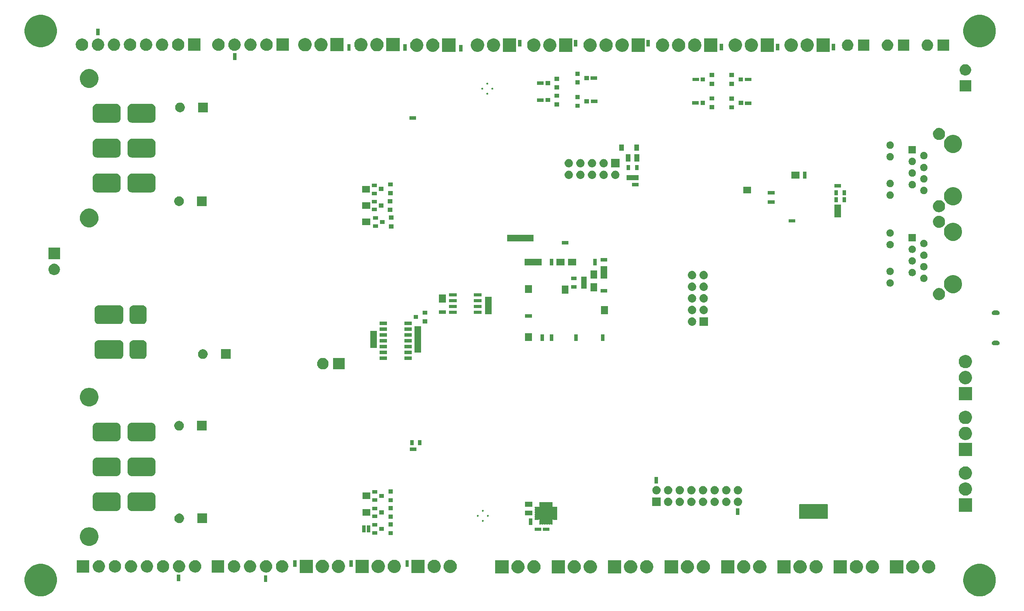
<source format=gbs>
G04 #@! TF.GenerationSoftware,KiCad,Pcbnew,(5.0.1-53-g1ecfe45ab)*
G04 #@! TF.CreationDate,2019-03-07T10:28:32+01:00*
G04 #@! TF.ProjectId,motordriver-2x,6d6f746f-7264-4726-9976-65722d32782e,Rev A*
G04 #@! TF.SameCoordinates,Original*
G04 #@! TF.FileFunction,Soldermask,Bot*
G04 #@! TF.FilePolarity,Negative*
%FSLAX46Y46*%
G04 Gerber Fmt 4.6, Leading zero omitted, Abs format (unit mm)*
G04 Created by KiCad (PCBNEW (5.0.1-53-g1ecfe45ab)) date Thu 07 Mar 2019 10:28:32 AM CET*
%MOMM*%
%LPD*%
G01*
G04 APERTURE LIST*
%ADD10C,0.150000*%
%ADD11C,0.050000*%
G04 APERTURE END LIST*
D10*
G36*
X216700000Y-132500000D02*
X222800000Y-132500000D01*
X222800000Y-135500000D01*
X216700000Y-135500000D01*
X216700000Y-132500000D01*
G37*
X216700000Y-132500000D02*
X222800000Y-132500000D01*
X222800000Y-135500000D01*
X216700000Y-135500000D01*
X216700000Y-132500000D01*
D11*
G36*
X257035786Y-145585462D02*
X257035788Y-145585463D01*
X257035789Y-145585463D01*
X257682029Y-145853144D01*
X258090387Y-146126000D01*
X258263634Y-146241760D01*
X258758240Y-146736366D01*
X258758242Y-146736369D01*
X259146856Y-147317971D01*
X259335749Y-147774000D01*
X259414538Y-147964214D01*
X259530859Y-148549000D01*
X259551000Y-148650257D01*
X259551000Y-149349743D01*
X259414537Y-150035789D01*
X259146856Y-150682029D01*
X259146855Y-150682030D01*
X258758240Y-151263634D01*
X258263634Y-151758240D01*
X258263631Y-151758242D01*
X257682029Y-152146856D01*
X257035789Y-152414537D01*
X257035788Y-152414537D01*
X257035786Y-152414538D01*
X256349744Y-152551000D01*
X255650256Y-152551000D01*
X254964214Y-152414538D01*
X254964212Y-152414537D01*
X254964211Y-152414537D01*
X254317971Y-152146856D01*
X253736369Y-151758242D01*
X253736366Y-151758240D01*
X253241760Y-151263634D01*
X252853145Y-150682030D01*
X252853144Y-150682029D01*
X252585463Y-150035789D01*
X252449000Y-149349743D01*
X252449000Y-148650257D01*
X252469141Y-148549000D01*
X252585462Y-147964214D01*
X252664251Y-147774000D01*
X252853144Y-147317971D01*
X253241758Y-146736369D01*
X253241760Y-146736366D01*
X253736366Y-146241760D01*
X253909613Y-146126000D01*
X254317971Y-145853144D01*
X254964211Y-145585463D01*
X254964212Y-145585463D01*
X254964214Y-145585462D01*
X255650256Y-145449000D01*
X256349744Y-145449000D01*
X257035786Y-145585462D01*
X257035786Y-145585462D01*
G37*
G36*
X52035786Y-145585462D02*
X52035788Y-145585463D01*
X52035789Y-145585463D01*
X52682029Y-145853144D01*
X53090387Y-146126000D01*
X53263634Y-146241760D01*
X53758240Y-146736366D01*
X53758242Y-146736369D01*
X54146856Y-147317971D01*
X54335749Y-147774000D01*
X54414538Y-147964214D01*
X54530859Y-148549000D01*
X54551000Y-148650257D01*
X54551000Y-149349743D01*
X54414537Y-150035789D01*
X54146856Y-150682029D01*
X54146855Y-150682030D01*
X53758240Y-151263634D01*
X53263634Y-151758240D01*
X53263631Y-151758242D01*
X52682029Y-152146856D01*
X52035789Y-152414537D01*
X52035788Y-152414537D01*
X52035786Y-152414538D01*
X51349744Y-152551000D01*
X50650256Y-152551000D01*
X49964214Y-152414538D01*
X49964212Y-152414537D01*
X49964211Y-152414537D01*
X49317971Y-152146856D01*
X48736369Y-151758242D01*
X48736366Y-151758240D01*
X48241760Y-151263634D01*
X47853145Y-150682030D01*
X47853144Y-150682029D01*
X47585463Y-150035789D01*
X47449000Y-149349743D01*
X47449000Y-148650257D01*
X47469141Y-148549000D01*
X47585462Y-147964214D01*
X47664251Y-147774000D01*
X47853144Y-147317971D01*
X48241758Y-146736369D01*
X48241760Y-146736366D01*
X48736366Y-146241760D01*
X48909613Y-146126000D01*
X49317971Y-145853144D01*
X49964211Y-145585463D01*
X49964212Y-145585463D01*
X49964214Y-145585462D01*
X50650256Y-145449000D01*
X51349744Y-145449000D01*
X52035786Y-145585462D01*
X52035786Y-145585462D01*
G37*
G36*
X100476000Y-149426000D02*
X99724000Y-149426000D01*
X99724000Y-147974000D01*
X100476000Y-147974000D01*
X100476000Y-149426000D01*
X100476000Y-149426000D01*
G37*
G36*
X81476000Y-149226000D02*
X80724000Y-149226000D01*
X80724000Y-147774000D01*
X81476000Y-147774000D01*
X81476000Y-149226000D01*
X81476000Y-149226000D01*
G37*
G36*
X155623238Y-144704760D02*
X155623240Y-144704761D01*
X155623241Y-144704761D01*
X155887306Y-144814140D01*
X156091547Y-144950610D01*
X156124962Y-144972937D01*
X156327063Y-145175038D01*
X156327065Y-145175041D01*
X156485860Y-145412694D01*
X156557423Y-145585463D01*
X156595240Y-145676762D01*
X156651000Y-145957088D01*
X156651000Y-146242912D01*
X156615131Y-146423241D01*
X156595239Y-146523241D01*
X156485860Y-146787306D01*
X156485859Y-146787307D01*
X156327063Y-147024962D01*
X156124962Y-147227063D01*
X156124959Y-147227065D01*
X155887306Y-147385860D01*
X155623241Y-147495239D01*
X155623240Y-147495239D01*
X155623238Y-147495240D01*
X155342912Y-147551000D01*
X155057088Y-147551000D01*
X154776762Y-147495240D01*
X154776760Y-147495239D01*
X154776759Y-147495239D01*
X154512694Y-147385860D01*
X154275041Y-147227065D01*
X154275038Y-147227063D01*
X154072937Y-147024962D01*
X153914141Y-146787307D01*
X153914140Y-146787306D01*
X153804761Y-146523241D01*
X153784870Y-146423241D01*
X153749000Y-146242912D01*
X153749000Y-145957088D01*
X153804760Y-145676762D01*
X153842577Y-145585463D01*
X153914140Y-145412694D01*
X154072935Y-145175041D01*
X154072937Y-145175038D01*
X154275038Y-144972937D01*
X154308453Y-144950610D01*
X154512694Y-144814140D01*
X154776759Y-144704761D01*
X154776760Y-144704761D01*
X154776762Y-144704760D01*
X155057088Y-144649000D01*
X155342912Y-144649000D01*
X155623238Y-144704760D01*
X155623238Y-144704760D01*
G37*
G36*
X159123238Y-144704760D02*
X159123240Y-144704761D01*
X159123241Y-144704761D01*
X159387306Y-144814140D01*
X159591547Y-144950610D01*
X159624962Y-144972937D01*
X159827063Y-145175038D01*
X159827065Y-145175041D01*
X159985860Y-145412694D01*
X160057423Y-145585463D01*
X160095240Y-145676762D01*
X160151000Y-145957088D01*
X160151000Y-146242912D01*
X160115131Y-146423241D01*
X160095239Y-146523241D01*
X159985860Y-146787306D01*
X159985859Y-146787307D01*
X159827063Y-147024962D01*
X159624962Y-147227063D01*
X159624959Y-147227065D01*
X159387306Y-147385860D01*
X159123241Y-147495239D01*
X159123240Y-147495239D01*
X159123238Y-147495240D01*
X158842912Y-147551000D01*
X158557088Y-147551000D01*
X158276762Y-147495240D01*
X158276760Y-147495239D01*
X158276759Y-147495239D01*
X158012694Y-147385860D01*
X157775041Y-147227065D01*
X157775038Y-147227063D01*
X157572937Y-147024962D01*
X157414141Y-146787307D01*
X157414140Y-146787306D01*
X157304761Y-146523241D01*
X157284870Y-146423241D01*
X157249000Y-146242912D01*
X157249000Y-145957088D01*
X157304760Y-145676762D01*
X157342577Y-145585463D01*
X157414140Y-145412694D01*
X157572935Y-145175041D01*
X157572937Y-145175038D01*
X157775038Y-144972937D01*
X157808453Y-144950610D01*
X158012694Y-144814140D01*
X158276759Y-144704761D01*
X158276760Y-144704761D01*
X158276762Y-144704760D01*
X158557088Y-144649000D01*
X158842912Y-144649000D01*
X159123238Y-144704760D01*
X159123238Y-144704760D01*
G37*
G36*
X153151000Y-147551000D02*
X150249000Y-147551000D01*
X150249000Y-144649000D01*
X153151000Y-144649000D01*
X153151000Y-147551000D01*
X153151000Y-147551000D01*
G37*
G36*
X245323238Y-144704760D02*
X245323240Y-144704761D01*
X245323241Y-144704761D01*
X245587306Y-144814140D01*
X245791547Y-144950610D01*
X245824962Y-144972937D01*
X246027063Y-145175038D01*
X246027065Y-145175041D01*
X246185860Y-145412694D01*
X246257423Y-145585463D01*
X246295240Y-145676762D01*
X246351000Y-145957088D01*
X246351000Y-146242912D01*
X246315131Y-146423241D01*
X246295239Y-146523241D01*
X246185860Y-146787306D01*
X246185859Y-146787307D01*
X246027063Y-147024962D01*
X245824962Y-147227063D01*
X245824959Y-147227065D01*
X245587306Y-147385860D01*
X245323241Y-147495239D01*
X245323240Y-147495239D01*
X245323238Y-147495240D01*
X245042912Y-147551000D01*
X244757088Y-147551000D01*
X244476762Y-147495240D01*
X244476760Y-147495239D01*
X244476759Y-147495239D01*
X244212694Y-147385860D01*
X243975041Y-147227065D01*
X243975038Y-147227063D01*
X243772937Y-147024962D01*
X243614141Y-146787307D01*
X243614140Y-146787306D01*
X243504761Y-146523241D01*
X243484870Y-146423241D01*
X243449000Y-146242912D01*
X243449000Y-145957088D01*
X243504760Y-145676762D01*
X243542577Y-145585463D01*
X243614140Y-145412694D01*
X243772935Y-145175041D01*
X243772937Y-145175038D01*
X243975038Y-144972937D01*
X244008453Y-144950610D01*
X244212694Y-144814140D01*
X244476759Y-144704761D01*
X244476760Y-144704761D01*
X244476762Y-144704760D01*
X244757088Y-144649000D01*
X245042912Y-144649000D01*
X245323238Y-144704760D01*
X245323238Y-144704760D01*
G37*
G36*
X241823238Y-144704760D02*
X241823240Y-144704761D01*
X241823241Y-144704761D01*
X242087306Y-144814140D01*
X242291547Y-144950610D01*
X242324962Y-144972937D01*
X242527063Y-145175038D01*
X242527065Y-145175041D01*
X242685860Y-145412694D01*
X242757423Y-145585463D01*
X242795240Y-145676762D01*
X242851000Y-145957088D01*
X242851000Y-146242912D01*
X242815131Y-146423241D01*
X242795239Y-146523241D01*
X242685860Y-146787306D01*
X242685859Y-146787307D01*
X242527063Y-147024962D01*
X242324962Y-147227063D01*
X242324959Y-147227065D01*
X242087306Y-147385860D01*
X241823241Y-147495239D01*
X241823240Y-147495239D01*
X241823238Y-147495240D01*
X241542912Y-147551000D01*
X241257088Y-147551000D01*
X240976762Y-147495240D01*
X240976760Y-147495239D01*
X240976759Y-147495239D01*
X240712694Y-147385860D01*
X240475041Y-147227065D01*
X240475038Y-147227063D01*
X240272937Y-147024962D01*
X240114141Y-146787307D01*
X240114140Y-146787306D01*
X240004761Y-146523241D01*
X239984870Y-146423241D01*
X239949000Y-146242912D01*
X239949000Y-145957088D01*
X240004760Y-145676762D01*
X240042577Y-145585463D01*
X240114140Y-145412694D01*
X240272935Y-145175041D01*
X240272937Y-145175038D01*
X240475038Y-144972937D01*
X240508453Y-144950610D01*
X240712694Y-144814140D01*
X240976759Y-144704761D01*
X240976760Y-144704761D01*
X240976762Y-144704760D01*
X241257088Y-144649000D01*
X241542912Y-144649000D01*
X241823238Y-144704760D01*
X241823238Y-144704760D01*
G37*
G36*
X171423238Y-144704760D02*
X171423240Y-144704761D01*
X171423241Y-144704761D01*
X171687306Y-144814140D01*
X171891547Y-144950610D01*
X171924962Y-144972937D01*
X172127063Y-145175038D01*
X172127065Y-145175041D01*
X172285860Y-145412694D01*
X172357423Y-145585463D01*
X172395240Y-145676762D01*
X172451000Y-145957088D01*
X172451000Y-146242912D01*
X172415131Y-146423241D01*
X172395239Y-146523241D01*
X172285860Y-146787306D01*
X172285859Y-146787307D01*
X172127063Y-147024962D01*
X171924962Y-147227063D01*
X171924959Y-147227065D01*
X171687306Y-147385860D01*
X171423241Y-147495239D01*
X171423240Y-147495239D01*
X171423238Y-147495240D01*
X171142912Y-147551000D01*
X170857088Y-147551000D01*
X170576762Y-147495240D01*
X170576760Y-147495239D01*
X170576759Y-147495239D01*
X170312694Y-147385860D01*
X170075041Y-147227065D01*
X170075038Y-147227063D01*
X169872937Y-147024962D01*
X169714141Y-146787307D01*
X169714140Y-146787306D01*
X169604761Y-146523241D01*
X169584870Y-146423241D01*
X169549000Y-146242912D01*
X169549000Y-145957088D01*
X169604760Y-145676762D01*
X169642577Y-145585463D01*
X169714140Y-145412694D01*
X169872935Y-145175041D01*
X169872937Y-145175038D01*
X170075038Y-144972937D01*
X170108453Y-144950610D01*
X170312694Y-144814140D01*
X170576759Y-144704761D01*
X170576760Y-144704761D01*
X170576762Y-144704760D01*
X170857088Y-144649000D01*
X171142912Y-144649000D01*
X171423238Y-144704760D01*
X171423238Y-144704760D01*
G37*
G36*
X165451000Y-147551000D02*
X162549000Y-147551000D01*
X162549000Y-144649000D01*
X165451000Y-144649000D01*
X165451000Y-147551000D01*
X165451000Y-147551000D01*
G37*
G36*
X167923238Y-144704760D02*
X167923240Y-144704761D01*
X167923241Y-144704761D01*
X168187306Y-144814140D01*
X168391547Y-144950610D01*
X168424962Y-144972937D01*
X168627063Y-145175038D01*
X168627065Y-145175041D01*
X168785860Y-145412694D01*
X168857423Y-145585463D01*
X168895240Y-145676762D01*
X168951000Y-145957088D01*
X168951000Y-146242912D01*
X168915131Y-146423241D01*
X168895239Y-146523241D01*
X168785860Y-146787306D01*
X168785859Y-146787307D01*
X168627063Y-147024962D01*
X168424962Y-147227063D01*
X168424959Y-147227065D01*
X168187306Y-147385860D01*
X167923241Y-147495239D01*
X167923240Y-147495239D01*
X167923238Y-147495240D01*
X167642912Y-147551000D01*
X167357088Y-147551000D01*
X167076762Y-147495240D01*
X167076760Y-147495239D01*
X167076759Y-147495239D01*
X166812694Y-147385860D01*
X166575041Y-147227065D01*
X166575038Y-147227063D01*
X166372937Y-147024962D01*
X166214141Y-146787307D01*
X166214140Y-146787306D01*
X166104761Y-146523241D01*
X166084870Y-146423241D01*
X166049000Y-146242912D01*
X166049000Y-145957088D01*
X166104760Y-145676762D01*
X166142577Y-145585463D01*
X166214140Y-145412694D01*
X166372935Y-145175041D01*
X166372937Y-145175038D01*
X166575038Y-144972937D01*
X166608453Y-144950610D01*
X166812694Y-144814140D01*
X167076759Y-144704761D01*
X167076760Y-144704761D01*
X167076762Y-144704760D01*
X167357088Y-144649000D01*
X167642912Y-144649000D01*
X167923238Y-144704760D01*
X167923238Y-144704760D01*
G37*
G36*
X233023238Y-144704760D02*
X233023240Y-144704761D01*
X233023241Y-144704761D01*
X233287306Y-144814140D01*
X233491547Y-144950610D01*
X233524962Y-144972937D01*
X233727063Y-145175038D01*
X233727065Y-145175041D01*
X233885860Y-145412694D01*
X233957423Y-145585463D01*
X233995240Y-145676762D01*
X234051000Y-145957088D01*
X234051000Y-146242912D01*
X234015131Y-146423241D01*
X233995239Y-146523241D01*
X233885860Y-146787306D01*
X233885859Y-146787307D01*
X233727063Y-147024962D01*
X233524962Y-147227063D01*
X233524959Y-147227065D01*
X233287306Y-147385860D01*
X233023241Y-147495239D01*
X233023240Y-147495239D01*
X233023238Y-147495240D01*
X232742912Y-147551000D01*
X232457088Y-147551000D01*
X232176762Y-147495240D01*
X232176760Y-147495239D01*
X232176759Y-147495239D01*
X231912694Y-147385860D01*
X231675041Y-147227065D01*
X231675038Y-147227063D01*
X231472937Y-147024962D01*
X231314141Y-146787307D01*
X231314140Y-146787306D01*
X231204761Y-146523241D01*
X231184870Y-146423241D01*
X231149000Y-146242912D01*
X231149000Y-145957088D01*
X231204760Y-145676762D01*
X231242577Y-145585463D01*
X231314140Y-145412694D01*
X231472935Y-145175041D01*
X231472937Y-145175038D01*
X231675038Y-144972937D01*
X231708453Y-144950610D01*
X231912694Y-144814140D01*
X232176759Y-144704761D01*
X232176760Y-144704761D01*
X232176762Y-144704760D01*
X232457088Y-144649000D01*
X232742912Y-144649000D01*
X233023238Y-144704760D01*
X233023238Y-144704760D01*
G37*
G36*
X227051000Y-147551000D02*
X224149000Y-147551000D01*
X224149000Y-144649000D01*
X227051000Y-144649000D01*
X227051000Y-147551000D01*
X227051000Y-147551000D01*
G37*
G36*
X229523238Y-144704760D02*
X229523240Y-144704761D01*
X229523241Y-144704761D01*
X229787306Y-144814140D01*
X229991547Y-144950610D01*
X230024962Y-144972937D01*
X230227063Y-145175038D01*
X230227065Y-145175041D01*
X230385860Y-145412694D01*
X230457423Y-145585463D01*
X230495240Y-145676762D01*
X230551000Y-145957088D01*
X230551000Y-146242912D01*
X230515131Y-146423241D01*
X230495239Y-146523241D01*
X230385860Y-146787306D01*
X230385859Y-146787307D01*
X230227063Y-147024962D01*
X230024962Y-147227063D01*
X230024959Y-147227065D01*
X229787306Y-147385860D01*
X229523241Y-147495239D01*
X229523240Y-147495239D01*
X229523238Y-147495240D01*
X229242912Y-147551000D01*
X228957088Y-147551000D01*
X228676762Y-147495240D01*
X228676760Y-147495239D01*
X228676759Y-147495239D01*
X228412694Y-147385860D01*
X228175041Y-147227065D01*
X228175038Y-147227063D01*
X227972937Y-147024962D01*
X227814141Y-146787307D01*
X227814140Y-146787306D01*
X227704761Y-146523241D01*
X227684870Y-146423241D01*
X227649000Y-146242912D01*
X227649000Y-145957088D01*
X227704760Y-145676762D01*
X227742577Y-145585463D01*
X227814140Y-145412694D01*
X227972935Y-145175041D01*
X227972937Y-145175038D01*
X228175038Y-144972937D01*
X228208453Y-144950610D01*
X228412694Y-144814140D01*
X228676759Y-144704761D01*
X228676760Y-144704761D01*
X228676762Y-144704760D01*
X228957088Y-144649000D01*
X229242912Y-144649000D01*
X229523238Y-144704760D01*
X229523238Y-144704760D01*
G37*
G36*
X220723238Y-144704760D02*
X220723240Y-144704761D01*
X220723241Y-144704761D01*
X220987306Y-144814140D01*
X221191547Y-144950610D01*
X221224962Y-144972937D01*
X221427063Y-145175038D01*
X221427065Y-145175041D01*
X221585860Y-145412694D01*
X221657423Y-145585463D01*
X221695240Y-145676762D01*
X221751000Y-145957088D01*
X221751000Y-146242912D01*
X221715131Y-146423241D01*
X221695239Y-146523241D01*
X221585860Y-146787306D01*
X221585859Y-146787307D01*
X221427063Y-147024962D01*
X221224962Y-147227063D01*
X221224959Y-147227065D01*
X220987306Y-147385860D01*
X220723241Y-147495239D01*
X220723240Y-147495239D01*
X220723238Y-147495240D01*
X220442912Y-147551000D01*
X220157088Y-147551000D01*
X219876762Y-147495240D01*
X219876760Y-147495239D01*
X219876759Y-147495239D01*
X219612694Y-147385860D01*
X219375041Y-147227065D01*
X219375038Y-147227063D01*
X219172937Y-147024962D01*
X219014141Y-146787307D01*
X219014140Y-146787306D01*
X218904761Y-146523241D01*
X218884870Y-146423241D01*
X218849000Y-146242912D01*
X218849000Y-145957088D01*
X218904760Y-145676762D01*
X218942577Y-145585463D01*
X219014140Y-145412694D01*
X219172935Y-145175041D01*
X219172937Y-145175038D01*
X219375038Y-144972937D01*
X219408453Y-144950610D01*
X219612694Y-144814140D01*
X219876759Y-144704761D01*
X219876760Y-144704761D01*
X219876762Y-144704760D01*
X220157088Y-144649000D01*
X220442912Y-144649000D01*
X220723238Y-144704760D01*
X220723238Y-144704760D01*
G37*
G36*
X217223238Y-144704760D02*
X217223240Y-144704761D01*
X217223241Y-144704761D01*
X217487306Y-144814140D01*
X217691547Y-144950610D01*
X217724962Y-144972937D01*
X217927063Y-145175038D01*
X217927065Y-145175041D01*
X218085860Y-145412694D01*
X218157423Y-145585463D01*
X218195240Y-145676762D01*
X218251000Y-145957088D01*
X218251000Y-146242912D01*
X218215131Y-146423241D01*
X218195239Y-146523241D01*
X218085860Y-146787306D01*
X218085859Y-146787307D01*
X217927063Y-147024962D01*
X217724962Y-147227063D01*
X217724959Y-147227065D01*
X217487306Y-147385860D01*
X217223241Y-147495239D01*
X217223240Y-147495239D01*
X217223238Y-147495240D01*
X216942912Y-147551000D01*
X216657088Y-147551000D01*
X216376762Y-147495240D01*
X216376760Y-147495239D01*
X216376759Y-147495239D01*
X216112694Y-147385860D01*
X215875041Y-147227065D01*
X215875038Y-147227063D01*
X215672937Y-147024962D01*
X215514141Y-146787307D01*
X215514140Y-146787306D01*
X215404761Y-146523241D01*
X215384870Y-146423241D01*
X215349000Y-146242912D01*
X215349000Y-145957088D01*
X215404760Y-145676762D01*
X215442577Y-145585463D01*
X215514140Y-145412694D01*
X215672935Y-145175041D01*
X215672937Y-145175038D01*
X215875038Y-144972937D01*
X215908453Y-144950610D01*
X216112694Y-144814140D01*
X216376759Y-144704761D01*
X216376760Y-144704761D01*
X216376762Y-144704760D01*
X216657088Y-144649000D01*
X216942912Y-144649000D01*
X217223238Y-144704760D01*
X217223238Y-144704760D01*
G37*
G36*
X208423238Y-144704760D02*
X208423240Y-144704761D01*
X208423241Y-144704761D01*
X208687306Y-144814140D01*
X208891547Y-144950610D01*
X208924962Y-144972937D01*
X209127063Y-145175038D01*
X209127065Y-145175041D01*
X209285860Y-145412694D01*
X209357423Y-145585463D01*
X209395240Y-145676762D01*
X209451000Y-145957088D01*
X209451000Y-146242912D01*
X209415131Y-146423241D01*
X209395239Y-146523241D01*
X209285860Y-146787306D01*
X209285859Y-146787307D01*
X209127063Y-147024962D01*
X208924962Y-147227063D01*
X208924959Y-147227065D01*
X208687306Y-147385860D01*
X208423241Y-147495239D01*
X208423240Y-147495239D01*
X208423238Y-147495240D01*
X208142912Y-147551000D01*
X207857088Y-147551000D01*
X207576762Y-147495240D01*
X207576760Y-147495239D01*
X207576759Y-147495239D01*
X207312694Y-147385860D01*
X207075041Y-147227065D01*
X207075038Y-147227063D01*
X206872937Y-147024962D01*
X206714141Y-146787307D01*
X206714140Y-146787306D01*
X206604761Y-146523241D01*
X206584870Y-146423241D01*
X206549000Y-146242912D01*
X206549000Y-145957088D01*
X206604760Y-145676762D01*
X206642577Y-145585463D01*
X206714140Y-145412694D01*
X206872935Y-145175041D01*
X206872937Y-145175038D01*
X207075038Y-144972937D01*
X207108453Y-144950610D01*
X207312694Y-144814140D01*
X207576759Y-144704761D01*
X207576760Y-144704761D01*
X207576762Y-144704760D01*
X207857088Y-144649000D01*
X208142912Y-144649000D01*
X208423238Y-144704760D01*
X208423238Y-144704760D01*
G37*
G36*
X202451000Y-147551000D02*
X199549000Y-147551000D01*
X199549000Y-144649000D01*
X202451000Y-144649000D01*
X202451000Y-147551000D01*
X202451000Y-147551000D01*
G37*
G36*
X239351000Y-147551000D02*
X236449000Y-147551000D01*
X236449000Y-144649000D01*
X239351000Y-144649000D01*
X239351000Y-147551000D01*
X239351000Y-147551000D01*
G37*
G36*
X177751000Y-147551000D02*
X174849000Y-147551000D01*
X174849000Y-144649000D01*
X177751000Y-144649000D01*
X177751000Y-147551000D01*
X177751000Y-147551000D01*
G37*
G36*
X183723238Y-144704760D02*
X183723240Y-144704761D01*
X183723241Y-144704761D01*
X183987306Y-144814140D01*
X184191547Y-144950610D01*
X184224962Y-144972937D01*
X184427063Y-145175038D01*
X184427065Y-145175041D01*
X184585860Y-145412694D01*
X184657423Y-145585463D01*
X184695240Y-145676762D01*
X184751000Y-145957088D01*
X184751000Y-146242912D01*
X184715131Y-146423241D01*
X184695239Y-146523241D01*
X184585860Y-146787306D01*
X184585859Y-146787307D01*
X184427063Y-147024962D01*
X184224962Y-147227063D01*
X184224959Y-147227065D01*
X183987306Y-147385860D01*
X183723241Y-147495239D01*
X183723240Y-147495239D01*
X183723238Y-147495240D01*
X183442912Y-147551000D01*
X183157088Y-147551000D01*
X182876762Y-147495240D01*
X182876760Y-147495239D01*
X182876759Y-147495239D01*
X182612694Y-147385860D01*
X182375041Y-147227065D01*
X182375038Y-147227063D01*
X182172937Y-147024962D01*
X182014141Y-146787307D01*
X182014140Y-146787306D01*
X181904761Y-146523241D01*
X181884870Y-146423241D01*
X181849000Y-146242912D01*
X181849000Y-145957088D01*
X181904760Y-145676762D01*
X181942577Y-145585463D01*
X182014140Y-145412694D01*
X182172935Y-145175041D01*
X182172937Y-145175038D01*
X182375038Y-144972937D01*
X182408453Y-144950610D01*
X182612694Y-144814140D01*
X182876759Y-144704761D01*
X182876760Y-144704761D01*
X182876762Y-144704760D01*
X183157088Y-144649000D01*
X183442912Y-144649000D01*
X183723238Y-144704760D01*
X183723238Y-144704760D01*
G37*
G36*
X192623238Y-144704760D02*
X192623240Y-144704761D01*
X192623241Y-144704761D01*
X192887306Y-144814140D01*
X193091547Y-144950610D01*
X193124962Y-144972937D01*
X193327063Y-145175038D01*
X193327065Y-145175041D01*
X193485860Y-145412694D01*
X193557423Y-145585463D01*
X193595240Y-145676762D01*
X193651000Y-145957088D01*
X193651000Y-146242912D01*
X193615131Y-146423241D01*
X193595239Y-146523241D01*
X193485860Y-146787306D01*
X193485859Y-146787307D01*
X193327063Y-147024962D01*
X193124962Y-147227063D01*
X193124959Y-147227065D01*
X192887306Y-147385860D01*
X192623241Y-147495239D01*
X192623240Y-147495239D01*
X192623238Y-147495240D01*
X192342912Y-147551000D01*
X192057088Y-147551000D01*
X191776762Y-147495240D01*
X191776760Y-147495239D01*
X191776759Y-147495239D01*
X191512694Y-147385860D01*
X191275041Y-147227065D01*
X191275038Y-147227063D01*
X191072937Y-147024962D01*
X190914141Y-146787307D01*
X190914140Y-146787306D01*
X190804761Y-146523241D01*
X190784870Y-146423241D01*
X190749000Y-146242912D01*
X190749000Y-145957088D01*
X190804760Y-145676762D01*
X190842577Y-145585463D01*
X190914140Y-145412694D01*
X191072935Y-145175041D01*
X191072937Y-145175038D01*
X191275038Y-144972937D01*
X191308453Y-144950610D01*
X191512694Y-144814140D01*
X191776759Y-144704761D01*
X191776760Y-144704761D01*
X191776762Y-144704760D01*
X192057088Y-144649000D01*
X192342912Y-144649000D01*
X192623238Y-144704760D01*
X192623238Y-144704760D01*
G37*
G36*
X190151000Y-147551000D02*
X187249000Y-147551000D01*
X187249000Y-144649000D01*
X190151000Y-144649000D01*
X190151000Y-147551000D01*
X190151000Y-147551000D01*
G37*
G36*
X196123238Y-144704760D02*
X196123240Y-144704761D01*
X196123241Y-144704761D01*
X196387306Y-144814140D01*
X196591547Y-144950610D01*
X196624962Y-144972937D01*
X196827063Y-145175038D01*
X196827065Y-145175041D01*
X196985860Y-145412694D01*
X197057423Y-145585463D01*
X197095240Y-145676762D01*
X197151000Y-145957088D01*
X197151000Y-146242912D01*
X197115131Y-146423241D01*
X197095239Y-146523241D01*
X196985860Y-146787306D01*
X196985859Y-146787307D01*
X196827063Y-147024962D01*
X196624962Y-147227063D01*
X196624959Y-147227065D01*
X196387306Y-147385860D01*
X196123241Y-147495239D01*
X196123240Y-147495239D01*
X196123238Y-147495240D01*
X195842912Y-147551000D01*
X195557088Y-147551000D01*
X195276762Y-147495240D01*
X195276760Y-147495239D01*
X195276759Y-147495239D01*
X195012694Y-147385860D01*
X194775041Y-147227065D01*
X194775038Y-147227063D01*
X194572937Y-147024962D01*
X194414141Y-146787307D01*
X194414140Y-146787306D01*
X194304761Y-146523241D01*
X194284870Y-146423241D01*
X194249000Y-146242912D01*
X194249000Y-145957088D01*
X194304760Y-145676762D01*
X194342577Y-145585463D01*
X194414140Y-145412694D01*
X194572935Y-145175041D01*
X194572937Y-145175038D01*
X194775038Y-144972937D01*
X194808453Y-144950610D01*
X195012694Y-144814140D01*
X195276759Y-144704761D01*
X195276760Y-144704761D01*
X195276762Y-144704760D01*
X195557088Y-144649000D01*
X195842912Y-144649000D01*
X196123238Y-144704760D01*
X196123238Y-144704760D01*
G37*
G36*
X180223238Y-144704760D02*
X180223240Y-144704761D01*
X180223241Y-144704761D01*
X180487306Y-144814140D01*
X180691547Y-144950610D01*
X180724962Y-144972937D01*
X180927063Y-145175038D01*
X180927065Y-145175041D01*
X181085860Y-145412694D01*
X181157423Y-145585463D01*
X181195240Y-145676762D01*
X181251000Y-145957088D01*
X181251000Y-146242912D01*
X181215131Y-146423241D01*
X181195239Y-146523241D01*
X181085860Y-146787306D01*
X181085859Y-146787307D01*
X180927063Y-147024962D01*
X180724962Y-147227063D01*
X180724959Y-147227065D01*
X180487306Y-147385860D01*
X180223241Y-147495239D01*
X180223240Y-147495239D01*
X180223238Y-147495240D01*
X179942912Y-147551000D01*
X179657088Y-147551000D01*
X179376762Y-147495240D01*
X179376760Y-147495239D01*
X179376759Y-147495239D01*
X179112694Y-147385860D01*
X178875041Y-147227065D01*
X178875038Y-147227063D01*
X178672937Y-147024962D01*
X178514141Y-146787307D01*
X178514140Y-146787306D01*
X178404761Y-146523241D01*
X178384870Y-146423241D01*
X178349000Y-146242912D01*
X178349000Y-145957088D01*
X178404760Y-145676762D01*
X178442577Y-145585463D01*
X178514140Y-145412694D01*
X178672935Y-145175041D01*
X178672937Y-145175038D01*
X178875038Y-144972937D01*
X178908453Y-144950610D01*
X179112694Y-144814140D01*
X179376759Y-144704761D01*
X179376760Y-144704761D01*
X179376762Y-144704760D01*
X179657088Y-144649000D01*
X179942912Y-144649000D01*
X180223238Y-144704760D01*
X180223238Y-144704760D01*
G37*
G36*
X204923238Y-144704760D02*
X204923240Y-144704761D01*
X204923241Y-144704761D01*
X205187306Y-144814140D01*
X205391547Y-144950610D01*
X205424962Y-144972937D01*
X205627063Y-145175038D01*
X205627065Y-145175041D01*
X205785860Y-145412694D01*
X205857423Y-145585463D01*
X205895240Y-145676762D01*
X205951000Y-145957088D01*
X205951000Y-146242912D01*
X205915131Y-146423241D01*
X205895239Y-146523241D01*
X205785860Y-146787306D01*
X205785859Y-146787307D01*
X205627063Y-147024962D01*
X205424962Y-147227063D01*
X205424959Y-147227065D01*
X205187306Y-147385860D01*
X204923241Y-147495239D01*
X204923240Y-147495239D01*
X204923238Y-147495240D01*
X204642912Y-147551000D01*
X204357088Y-147551000D01*
X204076762Y-147495240D01*
X204076760Y-147495239D01*
X204076759Y-147495239D01*
X203812694Y-147385860D01*
X203575041Y-147227065D01*
X203575038Y-147227063D01*
X203372937Y-147024962D01*
X203214141Y-146787307D01*
X203214140Y-146787306D01*
X203104761Y-146523241D01*
X203084870Y-146423241D01*
X203049000Y-146242912D01*
X203049000Y-145957088D01*
X203104760Y-145676762D01*
X203142577Y-145585463D01*
X203214140Y-145412694D01*
X203372935Y-145175041D01*
X203372937Y-145175038D01*
X203575038Y-144972937D01*
X203608453Y-144950610D01*
X203812694Y-144814140D01*
X204076759Y-144704761D01*
X204076760Y-144704761D01*
X204076762Y-144704760D01*
X204357088Y-144649000D01*
X204642912Y-144649000D01*
X204923238Y-144704760D01*
X204923238Y-144704760D01*
G37*
G36*
X214751000Y-147551000D02*
X211849000Y-147551000D01*
X211849000Y-144649000D01*
X214751000Y-144649000D01*
X214751000Y-147551000D01*
X214751000Y-147551000D01*
G37*
G36*
X112923238Y-144604760D02*
X112923240Y-144604761D01*
X112923241Y-144604761D01*
X113187306Y-144714140D01*
X113187307Y-144714141D01*
X113424962Y-144872937D01*
X113627063Y-145075038D01*
X113627065Y-145075041D01*
X113785860Y-145312694D01*
X113895239Y-145576759D01*
X113895240Y-145576762D01*
X113951000Y-145857088D01*
X113951000Y-146142912D01*
X113901042Y-146394071D01*
X113895239Y-146423241D01*
X113785860Y-146687306D01*
X113785859Y-146687307D01*
X113627063Y-146924962D01*
X113424962Y-147127063D01*
X113424959Y-147127065D01*
X113187306Y-147285860D01*
X112923241Y-147395239D01*
X112923240Y-147395239D01*
X112923238Y-147395240D01*
X112642912Y-147451000D01*
X112357088Y-147451000D01*
X112076762Y-147395240D01*
X112076760Y-147395239D01*
X112076759Y-147395239D01*
X111812694Y-147285860D01*
X111575041Y-147127065D01*
X111575038Y-147127063D01*
X111372937Y-146924962D01*
X111214141Y-146687307D01*
X111214140Y-146687306D01*
X111104761Y-146423241D01*
X111098959Y-146394071D01*
X111049000Y-146142912D01*
X111049000Y-145857088D01*
X111104760Y-145576762D01*
X111104761Y-145576759D01*
X111214140Y-145312694D01*
X111372935Y-145075041D01*
X111372937Y-145075038D01*
X111575038Y-144872937D01*
X111812693Y-144714141D01*
X111812694Y-144714140D01*
X112076759Y-144604761D01*
X112076760Y-144604761D01*
X112076762Y-144604760D01*
X112357088Y-144549000D01*
X112642912Y-144549000D01*
X112923238Y-144604760D01*
X112923238Y-144604760D01*
G37*
G36*
X137323238Y-144604760D02*
X137323240Y-144604761D01*
X137323241Y-144604761D01*
X137587306Y-144714140D01*
X137587307Y-144714141D01*
X137824962Y-144872937D01*
X138027063Y-145075038D01*
X138027065Y-145075041D01*
X138185860Y-145312694D01*
X138295239Y-145576759D01*
X138295240Y-145576762D01*
X138351000Y-145857088D01*
X138351000Y-146142912D01*
X138301042Y-146394071D01*
X138295239Y-146423241D01*
X138185860Y-146687306D01*
X138185859Y-146687307D01*
X138027063Y-146924962D01*
X137824962Y-147127063D01*
X137824959Y-147127065D01*
X137587306Y-147285860D01*
X137323241Y-147395239D01*
X137323240Y-147395239D01*
X137323238Y-147395240D01*
X137042912Y-147451000D01*
X136757088Y-147451000D01*
X136476762Y-147395240D01*
X136476760Y-147395239D01*
X136476759Y-147395239D01*
X136212694Y-147285860D01*
X135975041Y-147127065D01*
X135975038Y-147127063D01*
X135772937Y-146924962D01*
X135614141Y-146687307D01*
X135614140Y-146687306D01*
X135504761Y-146423241D01*
X135498959Y-146394071D01*
X135449000Y-146142912D01*
X135449000Y-145857088D01*
X135504760Y-145576762D01*
X135504761Y-145576759D01*
X135614140Y-145312694D01*
X135772935Y-145075041D01*
X135772937Y-145075038D01*
X135975038Y-144872937D01*
X136212693Y-144714141D01*
X136212694Y-144714140D01*
X136476759Y-144604761D01*
X136476760Y-144604761D01*
X136476762Y-144604760D01*
X136757088Y-144549000D01*
X137042912Y-144549000D01*
X137323238Y-144604760D01*
X137323238Y-144604760D01*
G37*
G36*
X110451000Y-147451000D02*
X107549000Y-147451000D01*
X107549000Y-144549000D01*
X110451000Y-144549000D01*
X110451000Y-147451000D01*
X110451000Y-147451000D01*
G37*
G36*
X116423238Y-144604760D02*
X116423240Y-144604761D01*
X116423241Y-144604761D01*
X116687306Y-144714140D01*
X116687307Y-144714141D01*
X116924962Y-144872937D01*
X117127063Y-145075038D01*
X117127065Y-145075041D01*
X117285860Y-145312694D01*
X117395239Y-145576759D01*
X117395240Y-145576762D01*
X117451000Y-145857088D01*
X117451000Y-146142912D01*
X117401042Y-146394071D01*
X117395239Y-146423241D01*
X117285860Y-146687306D01*
X117285859Y-146687307D01*
X117127063Y-146924962D01*
X116924962Y-147127063D01*
X116924959Y-147127065D01*
X116687306Y-147285860D01*
X116423241Y-147395239D01*
X116423240Y-147395239D01*
X116423238Y-147395240D01*
X116142912Y-147451000D01*
X115857088Y-147451000D01*
X115576762Y-147395240D01*
X115576760Y-147395239D01*
X115576759Y-147395239D01*
X115312694Y-147285860D01*
X115075041Y-147127065D01*
X115075038Y-147127063D01*
X114872937Y-146924962D01*
X114714141Y-146687307D01*
X114714140Y-146687306D01*
X114604761Y-146423241D01*
X114598959Y-146394071D01*
X114549000Y-146142912D01*
X114549000Y-145857088D01*
X114604760Y-145576762D01*
X114604761Y-145576759D01*
X114714140Y-145312694D01*
X114872935Y-145075041D01*
X114872937Y-145075038D01*
X115075038Y-144872937D01*
X115312693Y-144714141D01*
X115312694Y-144714140D01*
X115576759Y-144604761D01*
X115576760Y-144604761D01*
X115576762Y-144604760D01*
X115857088Y-144549000D01*
X116142912Y-144549000D01*
X116423238Y-144604760D01*
X116423238Y-144604760D01*
G37*
G36*
X125123238Y-144604760D02*
X125123240Y-144604761D01*
X125123241Y-144604761D01*
X125387306Y-144714140D01*
X125387307Y-144714141D01*
X125624962Y-144872937D01*
X125827063Y-145075038D01*
X125827065Y-145075041D01*
X125985860Y-145312694D01*
X126095239Y-145576759D01*
X126095240Y-145576762D01*
X126151000Y-145857088D01*
X126151000Y-146142912D01*
X126101042Y-146394071D01*
X126095239Y-146423241D01*
X125985860Y-146687306D01*
X125985859Y-146687307D01*
X125827063Y-146924962D01*
X125624962Y-147127063D01*
X125624959Y-147127065D01*
X125387306Y-147285860D01*
X125123241Y-147395239D01*
X125123240Y-147395239D01*
X125123238Y-147395240D01*
X124842912Y-147451000D01*
X124557088Y-147451000D01*
X124276762Y-147395240D01*
X124276760Y-147395239D01*
X124276759Y-147395239D01*
X124012694Y-147285860D01*
X123775041Y-147127065D01*
X123775038Y-147127063D01*
X123572937Y-146924962D01*
X123414141Y-146687307D01*
X123414140Y-146687306D01*
X123304761Y-146423241D01*
X123298959Y-146394071D01*
X123249000Y-146142912D01*
X123249000Y-145857088D01*
X123304760Y-145576762D01*
X123304761Y-145576759D01*
X123414140Y-145312694D01*
X123572935Y-145075041D01*
X123572937Y-145075038D01*
X123775038Y-144872937D01*
X124012693Y-144714141D01*
X124012694Y-144714140D01*
X124276759Y-144604761D01*
X124276760Y-144604761D01*
X124276762Y-144604760D01*
X124557088Y-144549000D01*
X124842912Y-144549000D01*
X125123238Y-144604760D01*
X125123238Y-144604760D01*
G37*
G36*
X128623238Y-144604760D02*
X128623240Y-144604761D01*
X128623241Y-144604761D01*
X128887306Y-144714140D01*
X128887307Y-144714141D01*
X129124962Y-144872937D01*
X129327063Y-145075038D01*
X129327065Y-145075041D01*
X129485860Y-145312694D01*
X129595239Y-145576759D01*
X129595240Y-145576762D01*
X129651000Y-145857088D01*
X129651000Y-146142912D01*
X129601042Y-146394071D01*
X129595239Y-146423241D01*
X129485860Y-146687306D01*
X129485859Y-146687307D01*
X129327063Y-146924962D01*
X129124962Y-147127063D01*
X129124959Y-147127065D01*
X128887306Y-147285860D01*
X128623241Y-147395239D01*
X128623240Y-147395239D01*
X128623238Y-147395240D01*
X128342912Y-147451000D01*
X128057088Y-147451000D01*
X127776762Y-147395240D01*
X127776760Y-147395239D01*
X127776759Y-147395239D01*
X127512694Y-147285860D01*
X127275041Y-147127065D01*
X127275038Y-147127063D01*
X127072937Y-146924962D01*
X126914141Y-146687307D01*
X126914140Y-146687306D01*
X126804761Y-146423241D01*
X126798959Y-146394071D01*
X126749000Y-146142912D01*
X126749000Y-145857088D01*
X126804760Y-145576762D01*
X126804761Y-145576759D01*
X126914140Y-145312694D01*
X127072935Y-145075041D01*
X127072937Y-145075038D01*
X127275038Y-144872937D01*
X127512693Y-144714141D01*
X127512694Y-144714140D01*
X127776759Y-144604761D01*
X127776760Y-144604761D01*
X127776762Y-144604760D01*
X128057088Y-144549000D01*
X128342912Y-144549000D01*
X128623238Y-144604760D01*
X128623238Y-144604760D01*
G37*
G36*
X140823238Y-144604760D02*
X140823240Y-144604761D01*
X140823241Y-144604761D01*
X141087306Y-144714140D01*
X141087307Y-144714141D01*
X141324962Y-144872937D01*
X141527063Y-145075038D01*
X141527065Y-145075041D01*
X141685860Y-145312694D01*
X141795239Y-145576759D01*
X141795240Y-145576762D01*
X141851000Y-145857088D01*
X141851000Y-146142912D01*
X141801042Y-146394071D01*
X141795239Y-146423241D01*
X141685860Y-146687306D01*
X141685859Y-146687307D01*
X141527063Y-146924962D01*
X141324962Y-147127063D01*
X141324959Y-147127065D01*
X141087306Y-147285860D01*
X140823241Y-147395239D01*
X140823240Y-147395239D01*
X140823238Y-147395240D01*
X140542912Y-147451000D01*
X140257088Y-147451000D01*
X139976762Y-147395240D01*
X139976760Y-147395239D01*
X139976759Y-147395239D01*
X139712694Y-147285860D01*
X139475041Y-147127065D01*
X139475038Y-147127063D01*
X139272937Y-146924962D01*
X139114141Y-146687307D01*
X139114140Y-146687306D01*
X139004761Y-146423241D01*
X138998959Y-146394071D01*
X138949000Y-146142912D01*
X138949000Y-145857088D01*
X139004760Y-145576762D01*
X139004761Y-145576759D01*
X139114140Y-145312694D01*
X139272935Y-145075041D01*
X139272937Y-145075038D01*
X139475038Y-144872937D01*
X139712693Y-144714141D01*
X139712694Y-144714140D01*
X139976759Y-144604761D01*
X139976760Y-144604761D01*
X139976762Y-144604760D01*
X140257088Y-144549000D01*
X140542912Y-144549000D01*
X140823238Y-144604760D01*
X140823238Y-144604760D01*
G37*
G36*
X134851000Y-147451000D02*
X131949000Y-147451000D01*
X131949000Y-144549000D01*
X134851000Y-144549000D01*
X134851000Y-147451000D01*
X134851000Y-147451000D01*
G37*
G36*
X122651000Y-147451000D02*
X119749000Y-147451000D01*
X119749000Y-144549000D01*
X122651000Y-144549000D01*
X122651000Y-147451000D01*
X122651000Y-147451000D01*
G37*
G36*
X63958746Y-144674000D02*
X64094072Y-144700918D01*
X64339939Y-144802759D01*
X64560464Y-144950110D01*
X64561215Y-144950612D01*
X64749388Y-145138785D01*
X64749390Y-145138788D01*
X64897241Y-145360061D01*
X64990605Y-145585463D01*
X64999082Y-145605929D01*
X65048257Y-145853145D01*
X65051000Y-145866938D01*
X65051000Y-146133062D01*
X64999082Y-146394072D01*
X64897241Y-146639939D01*
X64798772Y-146787307D01*
X64749388Y-146861215D01*
X64561215Y-147049388D01*
X64561212Y-147049390D01*
X64339939Y-147197241D01*
X64094072Y-147299082D01*
X63999115Y-147317970D01*
X63833063Y-147351000D01*
X63566937Y-147351000D01*
X63400885Y-147317970D01*
X63305928Y-147299082D01*
X63060061Y-147197241D01*
X62838788Y-147049390D01*
X62838785Y-147049388D01*
X62650612Y-146861215D01*
X62601228Y-146787307D01*
X62502759Y-146639939D01*
X62400918Y-146394072D01*
X62349000Y-146133062D01*
X62349000Y-145866938D01*
X62351744Y-145853145D01*
X62400918Y-145605929D01*
X62409395Y-145585463D01*
X62502759Y-145360061D01*
X62650610Y-145138788D01*
X62650612Y-145138785D01*
X62838785Y-144950612D01*
X62839536Y-144950110D01*
X63060061Y-144802759D01*
X63305928Y-144700918D01*
X63441254Y-144674000D01*
X63566937Y-144649000D01*
X63833063Y-144649000D01*
X63958746Y-144674000D01*
X63958746Y-144674000D01*
G37*
G36*
X100458746Y-144674000D02*
X100594072Y-144700918D01*
X100839939Y-144802759D01*
X101060464Y-144950110D01*
X101061215Y-144950612D01*
X101249388Y-145138785D01*
X101249390Y-145138788D01*
X101397241Y-145360061D01*
X101490605Y-145585463D01*
X101499082Y-145605929D01*
X101548257Y-145853145D01*
X101551000Y-145866938D01*
X101551000Y-146133062D01*
X101499082Y-146394072D01*
X101397241Y-146639939D01*
X101298772Y-146787307D01*
X101249388Y-146861215D01*
X101061215Y-147049388D01*
X101061212Y-147049390D01*
X100839939Y-147197241D01*
X100594072Y-147299082D01*
X100499115Y-147317970D01*
X100333063Y-147351000D01*
X100066937Y-147351000D01*
X99900885Y-147317970D01*
X99805928Y-147299082D01*
X99560061Y-147197241D01*
X99338788Y-147049390D01*
X99338785Y-147049388D01*
X99150612Y-146861215D01*
X99101228Y-146787307D01*
X99002759Y-146639939D01*
X98900918Y-146394072D01*
X98849000Y-146133062D01*
X98849000Y-145866938D01*
X98851744Y-145853145D01*
X98900918Y-145605929D01*
X98909395Y-145585463D01*
X99002759Y-145360061D01*
X99150610Y-145138788D01*
X99150612Y-145138785D01*
X99338785Y-144950612D01*
X99339536Y-144950110D01*
X99560061Y-144802759D01*
X99805928Y-144700918D01*
X99941254Y-144674000D01*
X100066937Y-144649000D01*
X100333063Y-144649000D01*
X100458746Y-144674000D01*
X100458746Y-144674000D01*
G37*
G36*
X96958746Y-144674000D02*
X97094072Y-144700918D01*
X97339939Y-144802759D01*
X97560464Y-144950110D01*
X97561215Y-144950612D01*
X97749388Y-145138785D01*
X97749390Y-145138788D01*
X97897241Y-145360061D01*
X97990605Y-145585463D01*
X97999082Y-145605929D01*
X98048257Y-145853145D01*
X98051000Y-145866938D01*
X98051000Y-146133062D01*
X97999082Y-146394072D01*
X97897241Y-146639939D01*
X97798772Y-146787307D01*
X97749388Y-146861215D01*
X97561215Y-147049388D01*
X97561212Y-147049390D01*
X97339939Y-147197241D01*
X97094072Y-147299082D01*
X96999115Y-147317970D01*
X96833063Y-147351000D01*
X96566937Y-147351000D01*
X96400885Y-147317970D01*
X96305928Y-147299082D01*
X96060061Y-147197241D01*
X95838788Y-147049390D01*
X95838785Y-147049388D01*
X95650612Y-146861215D01*
X95601228Y-146787307D01*
X95502759Y-146639939D01*
X95400918Y-146394072D01*
X95349000Y-146133062D01*
X95349000Y-145866938D01*
X95351744Y-145853145D01*
X95400918Y-145605929D01*
X95409395Y-145585463D01*
X95502759Y-145360061D01*
X95650610Y-145138788D01*
X95650612Y-145138785D01*
X95838785Y-144950612D01*
X95839536Y-144950110D01*
X96060061Y-144802759D01*
X96305928Y-144700918D01*
X96441254Y-144674000D01*
X96566937Y-144649000D01*
X96833063Y-144649000D01*
X96958746Y-144674000D01*
X96958746Y-144674000D01*
G37*
G36*
X91051000Y-147351000D02*
X88349000Y-147351000D01*
X88349000Y-144649000D01*
X91051000Y-144649000D01*
X91051000Y-147351000D01*
X91051000Y-147351000D01*
G37*
G36*
X93458746Y-144674000D02*
X93594072Y-144700918D01*
X93839939Y-144802759D01*
X94060464Y-144950110D01*
X94061215Y-144950612D01*
X94249388Y-145138785D01*
X94249390Y-145138788D01*
X94397241Y-145360061D01*
X94490605Y-145585463D01*
X94499082Y-145605929D01*
X94548257Y-145853145D01*
X94551000Y-145866938D01*
X94551000Y-146133062D01*
X94499082Y-146394072D01*
X94397241Y-146639939D01*
X94298772Y-146787307D01*
X94249388Y-146861215D01*
X94061215Y-147049388D01*
X94061212Y-147049390D01*
X93839939Y-147197241D01*
X93594072Y-147299082D01*
X93499115Y-147317970D01*
X93333063Y-147351000D01*
X93066937Y-147351000D01*
X92900885Y-147317970D01*
X92805928Y-147299082D01*
X92560061Y-147197241D01*
X92338788Y-147049390D01*
X92338785Y-147049388D01*
X92150612Y-146861215D01*
X92101228Y-146787307D01*
X92002759Y-146639939D01*
X91900918Y-146394072D01*
X91849000Y-146133062D01*
X91849000Y-145866938D01*
X91851744Y-145853145D01*
X91900918Y-145605929D01*
X91909395Y-145585463D01*
X92002759Y-145360061D01*
X92150610Y-145138788D01*
X92150612Y-145138785D01*
X92338785Y-144950612D01*
X92339536Y-144950110D01*
X92560061Y-144802759D01*
X92805928Y-144700918D01*
X92941254Y-144674000D01*
X93066937Y-144649000D01*
X93333063Y-144649000D01*
X93458746Y-144674000D01*
X93458746Y-144674000D01*
G37*
G36*
X84958746Y-144674000D02*
X85094072Y-144700918D01*
X85339939Y-144802759D01*
X85560464Y-144950110D01*
X85561215Y-144950612D01*
X85749388Y-145138785D01*
X85749390Y-145138788D01*
X85897241Y-145360061D01*
X85990605Y-145585463D01*
X85999082Y-145605929D01*
X86048257Y-145853145D01*
X86051000Y-145866938D01*
X86051000Y-146133062D01*
X85999082Y-146394072D01*
X85897241Y-146639939D01*
X85798772Y-146787307D01*
X85749388Y-146861215D01*
X85561215Y-147049388D01*
X85561212Y-147049390D01*
X85339939Y-147197241D01*
X85094072Y-147299082D01*
X84999115Y-147317970D01*
X84833063Y-147351000D01*
X84566937Y-147351000D01*
X84400885Y-147317970D01*
X84305928Y-147299082D01*
X84060061Y-147197241D01*
X83838788Y-147049390D01*
X83838785Y-147049388D01*
X83650612Y-146861215D01*
X83601228Y-146787307D01*
X83502759Y-146639939D01*
X83400918Y-146394072D01*
X83349000Y-146133062D01*
X83349000Y-145866938D01*
X83351744Y-145853145D01*
X83400918Y-145605929D01*
X83409395Y-145585463D01*
X83502759Y-145360061D01*
X83650610Y-145138788D01*
X83650612Y-145138785D01*
X83838785Y-144950612D01*
X83839536Y-144950110D01*
X84060061Y-144802759D01*
X84305928Y-144700918D01*
X84441254Y-144674000D01*
X84566937Y-144649000D01*
X84833063Y-144649000D01*
X84958746Y-144674000D01*
X84958746Y-144674000D01*
G37*
G36*
X81458746Y-144674000D02*
X81594072Y-144700918D01*
X81839939Y-144802759D01*
X82060464Y-144950110D01*
X82061215Y-144950612D01*
X82249388Y-145138785D01*
X82249390Y-145138788D01*
X82397241Y-145360061D01*
X82490605Y-145585463D01*
X82499082Y-145605929D01*
X82548257Y-145853145D01*
X82551000Y-145866938D01*
X82551000Y-146133062D01*
X82499082Y-146394072D01*
X82397241Y-146639939D01*
X82298772Y-146787307D01*
X82249388Y-146861215D01*
X82061215Y-147049388D01*
X82061212Y-147049390D01*
X81839939Y-147197241D01*
X81594072Y-147299082D01*
X81499115Y-147317970D01*
X81333063Y-147351000D01*
X81066937Y-147351000D01*
X80900885Y-147317970D01*
X80805928Y-147299082D01*
X80560061Y-147197241D01*
X80338788Y-147049390D01*
X80338785Y-147049388D01*
X80150612Y-146861215D01*
X80101228Y-146787307D01*
X80002759Y-146639939D01*
X79900918Y-146394072D01*
X79849000Y-146133062D01*
X79849000Y-145866938D01*
X79851744Y-145853145D01*
X79900918Y-145605929D01*
X79909395Y-145585463D01*
X80002759Y-145360061D01*
X80150610Y-145138788D01*
X80150612Y-145138785D01*
X80338785Y-144950612D01*
X80339536Y-144950110D01*
X80560061Y-144802759D01*
X80805928Y-144700918D01*
X80941254Y-144674000D01*
X81066937Y-144649000D01*
X81333063Y-144649000D01*
X81458746Y-144674000D01*
X81458746Y-144674000D01*
G37*
G36*
X103958746Y-144674000D02*
X104094072Y-144700918D01*
X104339939Y-144802759D01*
X104560464Y-144950110D01*
X104561215Y-144950612D01*
X104749388Y-145138785D01*
X104749390Y-145138788D01*
X104897241Y-145360061D01*
X104990605Y-145585463D01*
X104999082Y-145605929D01*
X105048257Y-145853145D01*
X105051000Y-145866938D01*
X105051000Y-146133062D01*
X104999082Y-146394072D01*
X104897241Y-146639939D01*
X104798772Y-146787307D01*
X104749388Y-146861215D01*
X104561215Y-147049388D01*
X104561212Y-147049390D01*
X104339939Y-147197241D01*
X104094072Y-147299082D01*
X103999115Y-147317970D01*
X103833063Y-147351000D01*
X103566937Y-147351000D01*
X103400885Y-147317970D01*
X103305928Y-147299082D01*
X103060061Y-147197241D01*
X102838788Y-147049390D01*
X102838785Y-147049388D01*
X102650612Y-146861215D01*
X102601228Y-146787307D01*
X102502759Y-146639939D01*
X102400918Y-146394072D01*
X102349000Y-146133062D01*
X102349000Y-145866938D01*
X102351744Y-145853145D01*
X102400918Y-145605929D01*
X102409395Y-145585463D01*
X102502759Y-145360061D01*
X102650610Y-145138788D01*
X102650612Y-145138785D01*
X102838785Y-144950612D01*
X102839536Y-144950110D01*
X103060061Y-144802759D01*
X103305928Y-144700918D01*
X103441254Y-144674000D01*
X103566937Y-144649000D01*
X103833063Y-144649000D01*
X103958746Y-144674000D01*
X103958746Y-144674000D01*
G37*
G36*
X67458746Y-144674000D02*
X67594072Y-144700918D01*
X67839939Y-144802759D01*
X68060464Y-144950110D01*
X68061215Y-144950612D01*
X68249388Y-145138785D01*
X68249390Y-145138788D01*
X68397241Y-145360061D01*
X68490605Y-145585463D01*
X68499082Y-145605929D01*
X68548257Y-145853145D01*
X68551000Y-145866938D01*
X68551000Y-146133062D01*
X68499082Y-146394072D01*
X68397241Y-146639939D01*
X68298772Y-146787307D01*
X68249388Y-146861215D01*
X68061215Y-147049388D01*
X68061212Y-147049390D01*
X67839939Y-147197241D01*
X67594072Y-147299082D01*
X67499115Y-147317970D01*
X67333063Y-147351000D01*
X67066937Y-147351000D01*
X66900885Y-147317970D01*
X66805928Y-147299082D01*
X66560061Y-147197241D01*
X66338788Y-147049390D01*
X66338785Y-147049388D01*
X66150612Y-146861215D01*
X66101228Y-146787307D01*
X66002759Y-146639939D01*
X65900918Y-146394072D01*
X65849000Y-146133062D01*
X65849000Y-145866938D01*
X65851744Y-145853145D01*
X65900918Y-145605929D01*
X65909395Y-145585463D01*
X66002759Y-145360061D01*
X66150610Y-145138788D01*
X66150612Y-145138785D01*
X66338785Y-144950612D01*
X66339536Y-144950110D01*
X66560061Y-144802759D01*
X66805928Y-144700918D01*
X66941254Y-144674000D01*
X67066937Y-144649000D01*
X67333063Y-144649000D01*
X67458746Y-144674000D01*
X67458746Y-144674000D01*
G37*
G36*
X70958746Y-144674000D02*
X71094072Y-144700918D01*
X71339939Y-144802759D01*
X71560464Y-144950110D01*
X71561215Y-144950612D01*
X71749388Y-145138785D01*
X71749390Y-145138788D01*
X71897241Y-145360061D01*
X71990605Y-145585463D01*
X71999082Y-145605929D01*
X72048257Y-145853145D01*
X72051000Y-145866938D01*
X72051000Y-146133062D01*
X71999082Y-146394072D01*
X71897241Y-146639939D01*
X71798772Y-146787307D01*
X71749388Y-146861215D01*
X71561215Y-147049388D01*
X71561212Y-147049390D01*
X71339939Y-147197241D01*
X71094072Y-147299082D01*
X70999115Y-147317970D01*
X70833063Y-147351000D01*
X70566937Y-147351000D01*
X70400885Y-147317970D01*
X70305928Y-147299082D01*
X70060061Y-147197241D01*
X69838788Y-147049390D01*
X69838785Y-147049388D01*
X69650612Y-146861215D01*
X69601228Y-146787307D01*
X69502759Y-146639939D01*
X69400918Y-146394072D01*
X69349000Y-146133062D01*
X69349000Y-145866938D01*
X69351744Y-145853145D01*
X69400918Y-145605929D01*
X69409395Y-145585463D01*
X69502759Y-145360061D01*
X69650610Y-145138788D01*
X69650612Y-145138785D01*
X69838785Y-144950612D01*
X69839536Y-144950110D01*
X70060061Y-144802759D01*
X70305928Y-144700918D01*
X70441254Y-144674000D01*
X70566937Y-144649000D01*
X70833063Y-144649000D01*
X70958746Y-144674000D01*
X70958746Y-144674000D01*
G37*
G36*
X61551000Y-147351000D02*
X58849000Y-147351000D01*
X58849000Y-144649000D01*
X61551000Y-144649000D01*
X61551000Y-147351000D01*
X61551000Y-147351000D01*
G37*
G36*
X74458746Y-144674000D02*
X74594072Y-144700918D01*
X74839939Y-144802759D01*
X75060464Y-144950110D01*
X75061215Y-144950612D01*
X75249388Y-145138785D01*
X75249390Y-145138788D01*
X75397241Y-145360061D01*
X75490605Y-145585463D01*
X75499082Y-145605929D01*
X75548257Y-145853145D01*
X75551000Y-145866938D01*
X75551000Y-146133062D01*
X75499082Y-146394072D01*
X75397241Y-146639939D01*
X75298772Y-146787307D01*
X75249388Y-146861215D01*
X75061215Y-147049388D01*
X75061212Y-147049390D01*
X74839939Y-147197241D01*
X74594072Y-147299082D01*
X74499115Y-147317970D01*
X74333063Y-147351000D01*
X74066937Y-147351000D01*
X73900885Y-147317970D01*
X73805928Y-147299082D01*
X73560061Y-147197241D01*
X73338788Y-147049390D01*
X73338785Y-147049388D01*
X73150612Y-146861215D01*
X73101228Y-146787307D01*
X73002759Y-146639939D01*
X72900918Y-146394072D01*
X72849000Y-146133062D01*
X72849000Y-145866938D01*
X72851744Y-145853145D01*
X72900918Y-145605929D01*
X72909395Y-145585463D01*
X73002759Y-145360061D01*
X73150610Y-145138788D01*
X73150612Y-145138785D01*
X73338785Y-144950612D01*
X73339536Y-144950110D01*
X73560061Y-144802759D01*
X73805928Y-144700918D01*
X73941254Y-144674000D01*
X74066937Y-144649000D01*
X74333063Y-144649000D01*
X74458746Y-144674000D01*
X74458746Y-144674000D01*
G37*
G36*
X77958746Y-144674000D02*
X78094072Y-144700918D01*
X78339939Y-144802759D01*
X78560464Y-144950110D01*
X78561215Y-144950612D01*
X78749388Y-145138785D01*
X78749390Y-145138788D01*
X78897241Y-145360061D01*
X78990605Y-145585463D01*
X78999082Y-145605929D01*
X79048257Y-145853145D01*
X79051000Y-145866938D01*
X79051000Y-146133062D01*
X78999082Y-146394072D01*
X78897241Y-146639939D01*
X78798772Y-146787307D01*
X78749388Y-146861215D01*
X78561215Y-147049388D01*
X78561212Y-147049390D01*
X78339939Y-147197241D01*
X78094072Y-147299082D01*
X77999115Y-147317970D01*
X77833063Y-147351000D01*
X77566937Y-147351000D01*
X77400885Y-147317970D01*
X77305928Y-147299082D01*
X77060061Y-147197241D01*
X76838788Y-147049390D01*
X76838785Y-147049388D01*
X76650612Y-146861215D01*
X76601228Y-146787307D01*
X76502759Y-146639939D01*
X76400918Y-146394072D01*
X76349000Y-146133062D01*
X76349000Y-145866938D01*
X76351744Y-145853145D01*
X76400918Y-145605929D01*
X76409395Y-145585463D01*
X76502759Y-145360061D01*
X76650610Y-145138788D01*
X76650612Y-145138785D01*
X76838785Y-144950612D01*
X76839536Y-144950110D01*
X77060061Y-144802759D01*
X77305928Y-144700918D01*
X77441254Y-144674000D01*
X77566937Y-144649000D01*
X77833063Y-144649000D01*
X77958746Y-144674000D01*
X77958746Y-144674000D01*
G37*
G36*
X131376000Y-146126000D02*
X130624000Y-146126000D01*
X130624000Y-144674000D01*
X131376000Y-144674000D01*
X131376000Y-146126000D01*
X131376000Y-146126000D01*
G37*
G36*
X106876000Y-146126000D02*
X106124000Y-146126000D01*
X106124000Y-144674000D01*
X106876000Y-144674000D01*
X106876000Y-146126000D01*
X106876000Y-146126000D01*
G37*
G36*
X119176000Y-146126000D02*
X118424000Y-146126000D01*
X118424000Y-144674000D01*
X119176000Y-144674000D01*
X119176000Y-146126000D01*
X119176000Y-146126000D01*
G37*
G36*
X62168252Y-137517818D02*
X62168254Y-137517819D01*
X62168255Y-137517819D01*
X62541513Y-137672427D01*
X62805773Y-137849000D01*
X62877439Y-137896886D01*
X63163114Y-138182561D01*
X63163116Y-138182564D01*
X63387573Y-138518487D01*
X63542181Y-138891745D01*
X63621000Y-139287994D01*
X63621000Y-139692006D01*
X63542181Y-140088255D01*
X63387573Y-140461513D01*
X63387572Y-140461514D01*
X63163114Y-140797439D01*
X62877439Y-141083114D01*
X62877436Y-141083116D01*
X62541513Y-141307573D01*
X62168255Y-141462181D01*
X62168254Y-141462181D01*
X62168252Y-141462182D01*
X61772007Y-141541000D01*
X61367993Y-141541000D01*
X60971748Y-141462182D01*
X60971746Y-141462181D01*
X60971745Y-141462181D01*
X60598487Y-141307573D01*
X60262564Y-141083116D01*
X60262561Y-141083114D01*
X59976886Y-140797439D01*
X59752428Y-140461514D01*
X59752427Y-140461513D01*
X59597819Y-140088255D01*
X59519000Y-139692006D01*
X59519000Y-139287994D01*
X59597819Y-138891745D01*
X59752427Y-138518487D01*
X59976884Y-138182564D01*
X59976886Y-138182561D01*
X60262561Y-137896886D01*
X60334227Y-137849000D01*
X60598487Y-137672427D01*
X60971745Y-137517819D01*
X60971746Y-137517819D01*
X60971748Y-137517818D01*
X61367993Y-137439000D01*
X61772007Y-137439000D01*
X62168252Y-137517818D01*
X62168252Y-137517818D01*
G37*
G36*
X127901000Y-139201000D02*
X126899000Y-139201000D01*
X126899000Y-138299000D01*
X127901000Y-138299000D01*
X127901000Y-139201000D01*
X127901000Y-139201000D01*
G37*
G36*
X124451000Y-139061000D02*
X123349000Y-139061000D01*
X123349000Y-138289000D01*
X124451000Y-138289000D01*
X124451000Y-139061000D01*
X124451000Y-139061000D01*
G37*
G36*
X122976000Y-138526000D02*
X122224000Y-138526000D01*
X122224000Y-137074000D01*
X122976000Y-137074000D01*
X122976000Y-138526000D01*
X122976000Y-138526000D01*
G37*
G36*
X121941001Y-138526000D02*
X121189001Y-138526000D01*
X121189001Y-137074000D01*
X121941001Y-137074000D01*
X121941001Y-138526000D01*
X121941001Y-138526000D01*
G37*
G36*
X160300247Y-138264323D02*
X158848247Y-138264323D01*
X158848247Y-137512323D01*
X160300247Y-137512323D01*
X160300247Y-138264323D01*
X160300247Y-138264323D01*
G37*
G36*
X162050247Y-138264323D02*
X160598247Y-138264323D01*
X160598247Y-137512323D01*
X162050247Y-137512323D01*
X162050247Y-138264323D01*
X162050247Y-138264323D01*
G37*
G36*
X125901000Y-138251000D02*
X124899000Y-138251000D01*
X124899000Y-137349000D01*
X125901000Y-137349000D01*
X125901000Y-138251000D01*
X125901000Y-138251000D01*
G37*
G36*
X124451000Y-137311000D02*
X123349000Y-137311000D01*
X123349000Y-136539000D01*
X124451000Y-136539000D01*
X124451000Y-137311000D01*
X124451000Y-137311000D01*
G37*
G36*
X127901000Y-137301000D02*
X126899000Y-137301000D01*
X126899000Y-136399000D01*
X127901000Y-136399000D01*
X127901000Y-137301000D01*
X127901000Y-137301000D01*
G37*
G36*
X158376000Y-136976000D02*
X157624000Y-136976000D01*
X157624000Y-135524000D01*
X158376000Y-135524000D01*
X158376000Y-136976000D01*
X158376000Y-136976000D01*
G37*
G36*
X160224246Y-131938060D02*
X160233858Y-131940976D01*
X160242716Y-131945711D01*
X160244946Y-131947541D01*
X160265321Y-131961155D01*
X160287960Y-131970533D01*
X160311993Y-131975314D01*
X160336497Y-131975314D01*
X160360531Y-131970534D01*
X160383170Y-131961157D01*
X160403548Y-131947541D01*
X160405778Y-131945711D01*
X160414636Y-131940976D01*
X160424248Y-131938060D01*
X160440387Y-131936471D01*
X160708107Y-131936471D01*
X160724246Y-131938060D01*
X160733858Y-131940976D01*
X160742716Y-131945711D01*
X160744946Y-131947541D01*
X160765321Y-131961155D01*
X160787960Y-131970533D01*
X160811993Y-131975314D01*
X160836497Y-131975314D01*
X160860531Y-131970534D01*
X160883170Y-131961157D01*
X160903548Y-131947541D01*
X160905778Y-131945711D01*
X160914636Y-131940976D01*
X160924248Y-131938060D01*
X160940387Y-131936471D01*
X161208107Y-131936471D01*
X161224246Y-131938060D01*
X161233858Y-131940976D01*
X161242716Y-131945711D01*
X161244946Y-131947541D01*
X161265321Y-131961155D01*
X161287960Y-131970533D01*
X161311993Y-131975314D01*
X161336497Y-131975314D01*
X161360531Y-131970534D01*
X161383170Y-131961157D01*
X161403548Y-131947541D01*
X161405778Y-131945711D01*
X161414636Y-131940976D01*
X161424248Y-131938060D01*
X161440387Y-131936471D01*
X161708107Y-131936471D01*
X161724246Y-131938060D01*
X161733858Y-131940976D01*
X161742716Y-131945711D01*
X161744946Y-131947541D01*
X161765321Y-131961155D01*
X161787960Y-131970533D01*
X161811993Y-131975314D01*
X161836497Y-131975314D01*
X161860531Y-131970534D01*
X161883170Y-131961157D01*
X161903548Y-131947541D01*
X161905778Y-131945711D01*
X161914636Y-131940976D01*
X161924248Y-131938060D01*
X161940387Y-131936471D01*
X162208107Y-131936471D01*
X162224246Y-131938060D01*
X162233858Y-131940976D01*
X162242716Y-131945711D01*
X162244946Y-131947541D01*
X162265321Y-131961155D01*
X162287960Y-131970533D01*
X162311993Y-131975314D01*
X162336497Y-131975314D01*
X162360531Y-131970534D01*
X162383170Y-131961157D01*
X162403548Y-131947541D01*
X162405778Y-131945711D01*
X162414636Y-131940976D01*
X162424248Y-131938060D01*
X162440387Y-131936471D01*
X162708107Y-131936471D01*
X162724246Y-131938060D01*
X162733858Y-131940976D01*
X162742716Y-131945711D01*
X162750484Y-131952086D01*
X162756859Y-131959854D01*
X162761594Y-131968712D01*
X162764510Y-131978324D01*
X162766099Y-131994463D01*
X162766099Y-132692185D01*
X162766027Y-132692916D01*
X162765425Y-132705167D01*
X162765425Y-132705905D01*
X162763231Y-132728185D01*
X162760273Y-132743054D01*
X162753776Y-132764473D01*
X162747967Y-132778495D01*
X162745064Y-132783927D01*
X162745062Y-132783931D01*
X162740326Y-132792791D01*
X162734656Y-132803399D01*
X162725278Y-132826038D01*
X162720498Y-132850071D01*
X162720498Y-132874575D01*
X162725279Y-132898609D01*
X162734656Y-132921248D01*
X162748270Y-132941622D01*
X162757963Y-132951315D01*
X162761859Y-132956062D01*
X162780801Y-132971608D01*
X162802412Y-132983159D01*
X162825861Y-132990272D01*
X162850247Y-132992674D01*
X162874633Y-132990272D01*
X162909171Y-132977914D01*
X162920969Y-132971608D01*
X162928639Y-132967508D01*
X162928643Y-132967506D01*
X162934075Y-132964603D01*
X162948097Y-132958794D01*
X162969516Y-132952297D01*
X162984385Y-132949339D01*
X163006665Y-132947145D01*
X163007403Y-132947145D01*
X163019654Y-132946543D01*
X163020385Y-132946471D01*
X163718107Y-132946471D01*
X163734246Y-132948060D01*
X163743858Y-132950976D01*
X163752716Y-132955711D01*
X163760484Y-132962086D01*
X163766859Y-132969854D01*
X163771594Y-132978712D01*
X163774510Y-132988324D01*
X163776099Y-133004463D01*
X163776099Y-133272183D01*
X163774510Y-133288322D01*
X163771594Y-133297934D01*
X163766859Y-133306792D01*
X163765029Y-133309022D01*
X163751415Y-133329397D01*
X163742037Y-133352036D01*
X163737256Y-133376069D01*
X163737256Y-133400573D01*
X163742036Y-133424607D01*
X163751413Y-133447246D01*
X163765029Y-133467624D01*
X163766859Y-133469854D01*
X163771594Y-133478712D01*
X163774510Y-133488324D01*
X163776099Y-133504463D01*
X163776099Y-133772183D01*
X163774510Y-133788322D01*
X163771594Y-133797934D01*
X163766859Y-133806792D01*
X163765029Y-133809022D01*
X163751415Y-133829397D01*
X163742037Y-133852036D01*
X163737256Y-133876069D01*
X163737256Y-133900573D01*
X163742036Y-133924607D01*
X163751413Y-133947246D01*
X163765029Y-133967624D01*
X163766859Y-133969854D01*
X163771594Y-133978712D01*
X163774510Y-133988324D01*
X163776099Y-134004463D01*
X163776099Y-134272183D01*
X163774510Y-134288322D01*
X163771594Y-134297934D01*
X163766859Y-134306792D01*
X163765029Y-134309022D01*
X163751415Y-134329397D01*
X163742037Y-134352036D01*
X163737256Y-134376069D01*
X163737256Y-134400573D01*
X163742036Y-134424607D01*
X163751413Y-134447246D01*
X163765029Y-134467624D01*
X163766859Y-134469854D01*
X163771594Y-134478712D01*
X163774510Y-134488324D01*
X163776099Y-134504463D01*
X163776099Y-134772183D01*
X163774510Y-134788322D01*
X163771594Y-134797934D01*
X163766859Y-134806792D01*
X163765029Y-134809022D01*
X163751415Y-134829397D01*
X163742037Y-134852036D01*
X163737256Y-134876069D01*
X163737256Y-134900573D01*
X163742036Y-134924607D01*
X163751413Y-134947246D01*
X163765029Y-134967624D01*
X163766859Y-134969854D01*
X163771594Y-134978712D01*
X163774510Y-134988324D01*
X163776099Y-135004463D01*
X163776099Y-135272183D01*
X163774510Y-135288322D01*
X163771594Y-135297934D01*
X163766859Y-135306792D01*
X163765029Y-135309022D01*
X163751415Y-135329397D01*
X163742037Y-135352036D01*
X163737256Y-135376069D01*
X163737256Y-135400573D01*
X163742036Y-135424607D01*
X163751413Y-135447246D01*
X163765029Y-135467624D01*
X163766859Y-135469854D01*
X163771594Y-135478712D01*
X163774510Y-135488324D01*
X163776099Y-135504463D01*
X163776099Y-135772183D01*
X163774510Y-135788322D01*
X163771594Y-135797934D01*
X163766859Y-135806792D01*
X163760484Y-135814560D01*
X163752716Y-135820935D01*
X163743858Y-135825670D01*
X163734246Y-135828586D01*
X163718107Y-135830175D01*
X163020385Y-135830175D01*
X163019654Y-135830103D01*
X163007403Y-135829501D01*
X163006665Y-135829501D01*
X162984385Y-135827307D01*
X162969516Y-135824349D01*
X162948097Y-135817852D01*
X162934075Y-135812043D01*
X162928643Y-135809140D01*
X162928639Y-135809138D01*
X162919779Y-135804402D01*
X162919778Y-135804401D01*
X162909171Y-135798732D01*
X162886532Y-135789354D01*
X162862499Y-135784574D01*
X162837995Y-135784574D01*
X162813961Y-135789355D01*
X162791322Y-135798732D01*
X162770948Y-135812346D01*
X162761255Y-135822039D01*
X162756508Y-135825935D01*
X162740962Y-135844877D01*
X162729411Y-135866488D01*
X162722298Y-135889937D01*
X162719896Y-135914323D01*
X162722298Y-135938709D01*
X162734656Y-135973247D01*
X162740325Y-135983854D01*
X162740326Y-135983855D01*
X162745062Y-135992715D01*
X162745064Y-135992719D01*
X162747967Y-135998151D01*
X162753776Y-136012173D01*
X162760273Y-136033592D01*
X162763231Y-136048461D01*
X162765425Y-136070741D01*
X162765425Y-136071479D01*
X162766027Y-136083730D01*
X162766099Y-136084461D01*
X162766099Y-136782183D01*
X162764510Y-136798322D01*
X162761594Y-136807934D01*
X162756859Y-136816792D01*
X162750484Y-136824560D01*
X162742716Y-136830935D01*
X162733858Y-136835670D01*
X162724246Y-136838586D01*
X162708107Y-136840175D01*
X162440387Y-136840175D01*
X162424248Y-136838586D01*
X162414636Y-136835670D01*
X162405778Y-136830935D01*
X162403548Y-136829105D01*
X162383173Y-136815491D01*
X162360534Y-136806113D01*
X162336501Y-136801332D01*
X162311997Y-136801332D01*
X162287963Y-136806112D01*
X162265324Y-136815489D01*
X162244946Y-136829105D01*
X162242716Y-136830935D01*
X162233858Y-136835670D01*
X162224246Y-136838586D01*
X162208107Y-136840175D01*
X161940387Y-136840175D01*
X161924248Y-136838586D01*
X161914636Y-136835670D01*
X161905778Y-136830935D01*
X161903548Y-136829105D01*
X161883173Y-136815491D01*
X161860534Y-136806113D01*
X161836501Y-136801332D01*
X161811997Y-136801332D01*
X161787963Y-136806112D01*
X161765324Y-136815489D01*
X161744946Y-136829105D01*
X161742716Y-136830935D01*
X161733858Y-136835670D01*
X161724246Y-136838586D01*
X161708107Y-136840175D01*
X161440387Y-136840175D01*
X161424248Y-136838586D01*
X161414636Y-136835670D01*
X161405778Y-136830935D01*
X161403548Y-136829105D01*
X161383173Y-136815491D01*
X161360534Y-136806113D01*
X161336501Y-136801332D01*
X161311997Y-136801332D01*
X161287963Y-136806112D01*
X161265324Y-136815489D01*
X161244946Y-136829105D01*
X161242716Y-136830935D01*
X161233858Y-136835670D01*
X161224246Y-136838586D01*
X161208107Y-136840175D01*
X160940387Y-136840175D01*
X160924248Y-136838586D01*
X160914636Y-136835670D01*
X160905778Y-136830935D01*
X160903548Y-136829105D01*
X160883173Y-136815491D01*
X160860534Y-136806113D01*
X160836501Y-136801332D01*
X160811997Y-136801332D01*
X160787963Y-136806112D01*
X160765324Y-136815489D01*
X160744946Y-136829105D01*
X160742716Y-136830935D01*
X160733858Y-136835670D01*
X160724246Y-136838586D01*
X160708107Y-136840175D01*
X160440387Y-136840175D01*
X160424248Y-136838586D01*
X160414636Y-136835670D01*
X160405778Y-136830935D01*
X160403548Y-136829105D01*
X160383173Y-136815491D01*
X160360534Y-136806113D01*
X160336501Y-136801332D01*
X160311997Y-136801332D01*
X160287963Y-136806112D01*
X160265324Y-136815489D01*
X160244946Y-136829105D01*
X160242716Y-136830935D01*
X160233858Y-136835670D01*
X160224246Y-136838586D01*
X160208107Y-136840175D01*
X159940387Y-136840175D01*
X159924248Y-136838586D01*
X159914636Y-136835670D01*
X159905778Y-136830935D01*
X159898010Y-136824560D01*
X159891635Y-136816792D01*
X159886900Y-136807934D01*
X159883984Y-136798322D01*
X159882395Y-136782183D01*
X159882395Y-136084461D01*
X159882467Y-136083730D01*
X159883069Y-136071479D01*
X159883069Y-136070741D01*
X159885263Y-136048461D01*
X159888221Y-136033592D01*
X159894718Y-136012173D01*
X159900527Y-135998151D01*
X159903430Y-135992719D01*
X159903432Y-135992715D01*
X159908168Y-135983855D01*
X159908169Y-135983854D01*
X159913838Y-135973247D01*
X159923216Y-135950608D01*
X159927996Y-135926575D01*
X159927996Y-135902071D01*
X159923215Y-135878037D01*
X159913838Y-135855398D01*
X159900224Y-135835024D01*
X159890531Y-135825331D01*
X159886635Y-135820584D01*
X159867693Y-135805038D01*
X159846082Y-135793487D01*
X159822633Y-135786374D01*
X159798247Y-135783972D01*
X159773861Y-135786374D01*
X159739323Y-135798732D01*
X159728716Y-135804401D01*
X159728715Y-135804402D01*
X159719855Y-135809138D01*
X159719851Y-135809140D01*
X159714419Y-135812043D01*
X159700397Y-135817852D01*
X159678978Y-135824349D01*
X159664109Y-135827307D01*
X159641829Y-135829501D01*
X159641091Y-135829501D01*
X159628840Y-135830103D01*
X159628109Y-135830175D01*
X158930387Y-135830175D01*
X158914248Y-135828586D01*
X158904636Y-135825670D01*
X158895778Y-135820935D01*
X158888010Y-135814560D01*
X158881635Y-135806792D01*
X158876900Y-135797934D01*
X158873984Y-135788322D01*
X158872395Y-135772183D01*
X158872395Y-135504463D01*
X158873984Y-135488324D01*
X158876900Y-135478712D01*
X158881635Y-135469854D01*
X158883465Y-135467624D01*
X158897079Y-135447249D01*
X158906457Y-135424610D01*
X158911238Y-135400577D01*
X158911238Y-135376073D01*
X158906458Y-135352039D01*
X158897081Y-135329400D01*
X158883465Y-135309022D01*
X158881635Y-135306792D01*
X158876900Y-135297934D01*
X158873984Y-135288322D01*
X158872395Y-135272183D01*
X158872395Y-135004463D01*
X158873984Y-134988324D01*
X158876900Y-134978712D01*
X158881635Y-134969854D01*
X158883465Y-134967624D01*
X158897079Y-134947249D01*
X158906457Y-134924610D01*
X158911238Y-134900577D01*
X158911238Y-134876073D01*
X158906458Y-134852039D01*
X158897081Y-134829400D01*
X158883465Y-134809022D01*
X158881635Y-134806792D01*
X158876900Y-134797934D01*
X158873984Y-134788322D01*
X158872395Y-134772183D01*
X158872395Y-134504463D01*
X158873984Y-134488324D01*
X158876900Y-134478712D01*
X158881635Y-134469854D01*
X158883465Y-134467624D01*
X158897079Y-134447249D01*
X158906457Y-134424610D01*
X158911238Y-134400577D01*
X158911238Y-134376073D01*
X158906458Y-134352039D01*
X158897081Y-134329400D01*
X158883465Y-134309022D01*
X158881635Y-134306792D01*
X158876900Y-134297934D01*
X158873984Y-134288322D01*
X158872395Y-134272183D01*
X158872395Y-134004463D01*
X158873984Y-133988324D01*
X158876900Y-133978712D01*
X158881635Y-133969854D01*
X158883465Y-133967624D01*
X158897079Y-133947249D01*
X158906457Y-133924610D01*
X158911238Y-133900577D01*
X158911238Y-133876073D01*
X158906458Y-133852039D01*
X158897081Y-133829400D01*
X158883465Y-133809022D01*
X158881635Y-133806792D01*
X158876900Y-133797934D01*
X158873984Y-133788322D01*
X158872395Y-133772183D01*
X158872395Y-133504463D01*
X158873984Y-133488324D01*
X158876900Y-133478712D01*
X158881635Y-133469854D01*
X158883465Y-133467624D01*
X158897079Y-133447249D01*
X158906457Y-133424610D01*
X158911238Y-133400577D01*
X158911238Y-133376073D01*
X158906458Y-133352039D01*
X158897081Y-133329400D01*
X158883465Y-133309022D01*
X158881635Y-133306792D01*
X158876900Y-133297934D01*
X158873984Y-133288322D01*
X158872395Y-133272183D01*
X158872395Y-133004463D01*
X158873984Y-132988324D01*
X158876900Y-132978712D01*
X158881635Y-132969854D01*
X158888010Y-132962086D01*
X158895778Y-132955711D01*
X158904636Y-132950976D01*
X158914248Y-132948060D01*
X158930387Y-132946471D01*
X159628109Y-132946471D01*
X159628840Y-132946543D01*
X159641091Y-132947145D01*
X159641829Y-132947145D01*
X159664109Y-132949339D01*
X159678978Y-132952297D01*
X159700397Y-132958794D01*
X159714419Y-132964603D01*
X159719851Y-132967506D01*
X159719855Y-132967508D01*
X159727525Y-132971608D01*
X159739323Y-132977914D01*
X159761962Y-132987292D01*
X159785995Y-132992072D01*
X159810499Y-132992072D01*
X159834533Y-132987291D01*
X159857172Y-132977914D01*
X159877546Y-132964300D01*
X159887239Y-132954607D01*
X159891986Y-132950711D01*
X159907532Y-132931769D01*
X159919083Y-132910158D01*
X159926196Y-132886709D01*
X159928598Y-132862323D01*
X159926196Y-132837937D01*
X159913838Y-132803399D01*
X159908168Y-132792791D01*
X159903432Y-132783931D01*
X159903430Y-132783927D01*
X159900527Y-132778495D01*
X159894718Y-132764473D01*
X159888221Y-132743054D01*
X159885263Y-132728185D01*
X159883069Y-132705905D01*
X159883069Y-132705167D01*
X159882467Y-132692916D01*
X159882395Y-132692185D01*
X159882395Y-131994463D01*
X159883984Y-131978324D01*
X159886900Y-131968712D01*
X159891635Y-131959854D01*
X159898010Y-131952086D01*
X159905778Y-131945711D01*
X159914636Y-131940976D01*
X159924248Y-131938060D01*
X159940387Y-131936471D01*
X160208107Y-131936471D01*
X160224246Y-131938060D01*
X160224246Y-131938060D01*
G37*
G36*
X81556565Y-134489389D02*
X81747834Y-134568615D01*
X81919976Y-134683637D01*
X82066363Y-134830024D01*
X82181385Y-135002166D01*
X82260611Y-135193435D01*
X82301000Y-135396484D01*
X82301000Y-135603516D01*
X82260611Y-135806565D01*
X82181385Y-135997834D01*
X82066363Y-136169976D01*
X81919976Y-136316363D01*
X81747834Y-136431385D01*
X81556565Y-136510611D01*
X81353516Y-136551000D01*
X81146484Y-136551000D01*
X80943435Y-136510611D01*
X80752166Y-136431385D01*
X80580024Y-136316363D01*
X80433637Y-136169976D01*
X80318615Y-135997834D01*
X80239389Y-135806565D01*
X80199000Y-135603516D01*
X80199000Y-135396484D01*
X80239389Y-135193435D01*
X80318615Y-135002166D01*
X80433637Y-134830024D01*
X80580024Y-134683637D01*
X80752166Y-134568615D01*
X80943435Y-134489389D01*
X81146484Y-134449000D01*
X81353516Y-134449000D01*
X81556565Y-134489389D01*
X81556565Y-134489389D01*
G37*
G36*
X87301000Y-136551000D02*
X85199000Y-136551000D01*
X85199000Y-134449000D01*
X87301000Y-134449000D01*
X87301000Y-136551000D01*
X87301000Y-136551000D01*
G37*
G36*
X147559243Y-135859106D02*
X147588368Y-135864899D01*
X147624947Y-135880051D01*
X147624949Y-135880052D01*
X147637944Y-135888735D01*
X147650321Y-135897005D01*
X147657869Y-135902049D01*
X147685864Y-135930044D01*
X147706573Y-135961036D01*
X147707862Y-135962966D01*
X147723014Y-135999545D01*
X147730738Y-136038378D01*
X147730738Y-136077972D01*
X147723014Y-136116805D01*
X147707862Y-136153384D01*
X147707861Y-136153386D01*
X147685864Y-136186306D01*
X147657869Y-136214301D01*
X147624949Y-136236298D01*
X147624948Y-136236299D01*
X147624947Y-136236299D01*
X147588368Y-136251451D01*
X147559243Y-136257244D01*
X147549536Y-136259175D01*
X147509940Y-136259175D01*
X147500233Y-136257244D01*
X147471108Y-136251451D01*
X147434529Y-136236299D01*
X147434528Y-136236299D01*
X147434527Y-136236298D01*
X147401607Y-136214301D01*
X147373612Y-136186306D01*
X147351615Y-136153386D01*
X147351614Y-136153384D01*
X147336462Y-136116805D01*
X147328738Y-136077972D01*
X147328738Y-136038378D01*
X147336462Y-135999545D01*
X147351614Y-135962966D01*
X147352904Y-135961036D01*
X147373612Y-135930044D01*
X147401607Y-135902049D01*
X147409156Y-135897005D01*
X147421532Y-135888735D01*
X147434527Y-135880052D01*
X147434529Y-135880051D01*
X147471108Y-135864899D01*
X147500233Y-135859106D01*
X147509940Y-135857175D01*
X147549536Y-135857175D01*
X147559243Y-135859106D01*
X147559243Y-135859106D01*
G37*
G36*
X127901000Y-135601000D02*
X126899000Y-135601000D01*
X126899000Y-134699000D01*
X127901000Y-134699000D01*
X127901000Y-135601000D01*
X127901000Y-135601000D01*
G37*
G36*
X124451000Y-135461000D02*
X123349000Y-135461000D01*
X123349000Y-134689000D01*
X124451000Y-134689000D01*
X124451000Y-135461000D01*
X124451000Y-135461000D01*
G37*
G36*
X148659243Y-134759106D02*
X148688368Y-134764899D01*
X148720775Y-134778323D01*
X148724949Y-134780052D01*
X148738571Y-134789154D01*
X148757868Y-134802048D01*
X148785865Y-134830045D01*
X148807862Y-134862966D01*
X148823014Y-134899545D01*
X148830738Y-134938378D01*
X148830738Y-134977972D01*
X148823014Y-135016805D01*
X148811809Y-135043855D01*
X148807861Y-135053386D01*
X148785864Y-135086306D01*
X148757869Y-135114301D01*
X148724949Y-135136298D01*
X148724948Y-135136299D01*
X148724947Y-135136299D01*
X148688368Y-135151451D01*
X148659243Y-135157244D01*
X148649536Y-135159175D01*
X148609940Y-135159175D01*
X148600233Y-135157244D01*
X148571108Y-135151451D01*
X148534529Y-135136299D01*
X148534528Y-135136299D01*
X148534527Y-135136298D01*
X148501607Y-135114301D01*
X148473612Y-135086306D01*
X148451615Y-135053386D01*
X148447667Y-135043855D01*
X148436462Y-135016805D01*
X148428738Y-134977972D01*
X148428738Y-134938378D01*
X148436462Y-134899545D01*
X148451614Y-134862966D01*
X148473611Y-134830045D01*
X148501608Y-134802048D01*
X148520905Y-134789154D01*
X148534527Y-134780052D01*
X148538701Y-134778323D01*
X148571108Y-134764899D01*
X148600233Y-134759106D01*
X148609940Y-134757175D01*
X148649536Y-134757175D01*
X148659243Y-134759106D01*
X148659243Y-134759106D01*
G37*
G36*
X146459243Y-134759106D02*
X146488368Y-134764899D01*
X146520775Y-134778323D01*
X146524949Y-134780052D01*
X146538571Y-134789154D01*
X146557868Y-134802048D01*
X146585865Y-134830045D01*
X146607862Y-134862966D01*
X146623014Y-134899545D01*
X146630738Y-134938378D01*
X146630738Y-134977972D01*
X146623014Y-135016805D01*
X146611809Y-135043855D01*
X146607861Y-135053386D01*
X146585864Y-135086306D01*
X146557869Y-135114301D01*
X146524949Y-135136298D01*
X146524948Y-135136299D01*
X146524947Y-135136299D01*
X146488368Y-135151451D01*
X146459243Y-135157244D01*
X146449536Y-135159175D01*
X146409940Y-135159175D01*
X146400233Y-135157244D01*
X146371108Y-135151451D01*
X146334529Y-135136299D01*
X146334528Y-135136299D01*
X146334527Y-135136298D01*
X146301607Y-135114301D01*
X146273612Y-135086306D01*
X146251615Y-135053386D01*
X146247667Y-135043855D01*
X146236462Y-135016805D01*
X146228738Y-134977972D01*
X146228738Y-134938378D01*
X146236462Y-134899545D01*
X146251614Y-134862966D01*
X146273611Y-134830045D01*
X146301608Y-134802048D01*
X146320905Y-134789154D01*
X146334527Y-134780052D01*
X146338701Y-134778323D01*
X146371108Y-134764899D01*
X146400233Y-134759106D01*
X146409940Y-134757175D01*
X146449536Y-134757175D01*
X146459243Y-134759106D01*
X146459243Y-134759106D01*
G37*
G36*
X122976000Y-134926000D02*
X121224000Y-134926000D01*
X121224000Y-133474000D01*
X122976000Y-133474000D01*
X122976000Y-134926000D01*
X122976000Y-134926000D01*
G37*
G36*
X158375247Y-134879323D02*
X156773247Y-134879323D01*
X156773247Y-133807323D01*
X158375247Y-133807323D01*
X158375247Y-134879323D01*
X158375247Y-134879323D01*
G37*
G36*
X203556793Y-134790350D02*
X202804793Y-134790350D01*
X202804793Y-133338350D01*
X203556793Y-133338350D01*
X203556793Y-134790350D01*
X203556793Y-134790350D01*
G37*
G36*
X125901000Y-134651000D02*
X124899000Y-134651000D01*
X124899000Y-133749000D01*
X125901000Y-133749000D01*
X125901000Y-134651000D01*
X125901000Y-134651000D01*
G37*
G36*
X147559243Y-133659106D02*
X147588368Y-133664899D01*
X147624947Y-133680051D01*
X147624949Y-133680052D01*
X147638280Y-133688960D01*
X147657868Y-133702048D01*
X147685865Y-133730045D01*
X147707862Y-133762966D01*
X147723014Y-133799545D01*
X147730738Y-133838378D01*
X147730738Y-133877972D01*
X147723014Y-133916805D01*
X147707862Y-133953384D01*
X147685865Y-133986305D01*
X147657868Y-134014302D01*
X147647790Y-134021036D01*
X147624949Y-134036298D01*
X147624948Y-134036299D01*
X147624947Y-134036299D01*
X147588368Y-134051451D01*
X147559243Y-134057244D01*
X147549536Y-134059175D01*
X147509940Y-134059175D01*
X147500233Y-134057244D01*
X147471108Y-134051451D01*
X147434529Y-134036299D01*
X147434528Y-134036299D01*
X147434527Y-134036298D01*
X147411686Y-134021036D01*
X147401608Y-134014302D01*
X147373611Y-133986305D01*
X147351614Y-133953384D01*
X147336462Y-133916805D01*
X147328738Y-133877972D01*
X147328738Y-133838378D01*
X147336462Y-133799545D01*
X147351614Y-133762966D01*
X147373611Y-133730045D01*
X147401608Y-133702048D01*
X147421196Y-133688960D01*
X147434527Y-133680052D01*
X147434529Y-133680051D01*
X147471108Y-133664899D01*
X147500233Y-133659106D01*
X147509940Y-133657175D01*
X147549536Y-133657175D01*
X147559243Y-133659106D01*
X147559243Y-133659106D01*
G37*
G36*
X254351000Y-134051000D02*
X251449000Y-134051000D01*
X251449000Y-131149000D01*
X254351000Y-131149000D01*
X254351000Y-134051000D01*
X254351000Y-134051000D01*
G37*
G36*
X75275752Y-129838097D02*
X75456294Y-129892863D01*
X75622679Y-129981799D01*
X75768516Y-130101484D01*
X75888201Y-130247321D01*
X75977137Y-130413706D01*
X76031903Y-130594248D01*
X76051000Y-130788140D01*
X76051000Y-132951860D01*
X76031903Y-133145752D01*
X75977137Y-133326294D01*
X75888201Y-133492679D01*
X75768516Y-133638516D01*
X75622679Y-133758201D01*
X75456294Y-133847137D01*
X75275752Y-133901903D01*
X75081860Y-133921000D01*
X70918140Y-133921000D01*
X70724248Y-133901903D01*
X70543706Y-133847137D01*
X70377321Y-133758201D01*
X70231484Y-133638516D01*
X70111799Y-133492679D01*
X70022863Y-133326294D01*
X69968097Y-133145752D01*
X69949000Y-132951860D01*
X69949000Y-130788140D01*
X69968097Y-130594248D01*
X70022863Y-130413706D01*
X70111799Y-130247321D01*
X70231484Y-130101484D01*
X70377321Y-129981799D01*
X70543706Y-129892863D01*
X70724248Y-129838097D01*
X70918140Y-129819000D01*
X75081860Y-129819000D01*
X75275752Y-129838097D01*
X75275752Y-129838097D01*
G37*
G36*
X67655752Y-129838097D02*
X67836294Y-129892863D01*
X68002679Y-129981799D01*
X68148516Y-130101484D01*
X68268201Y-130247321D01*
X68357137Y-130413706D01*
X68411903Y-130594248D01*
X68431000Y-130788140D01*
X68431000Y-132951860D01*
X68411903Y-133145752D01*
X68357137Y-133326294D01*
X68268201Y-133492679D01*
X68148516Y-133638516D01*
X68002679Y-133758201D01*
X67836294Y-133847137D01*
X67655752Y-133901903D01*
X67461860Y-133921000D01*
X63298140Y-133921000D01*
X63104248Y-133901903D01*
X62923706Y-133847137D01*
X62757321Y-133758201D01*
X62611484Y-133638516D01*
X62491799Y-133492679D01*
X62402863Y-133326294D01*
X62348097Y-133145752D01*
X62329000Y-132951860D01*
X62329000Y-130788140D01*
X62348097Y-130594248D01*
X62402863Y-130413706D01*
X62491799Y-130247321D01*
X62611484Y-130101484D01*
X62757321Y-129981799D01*
X62923706Y-129892863D01*
X63104248Y-129838097D01*
X63298140Y-129819000D01*
X67461860Y-129819000D01*
X67655752Y-129838097D01*
X67655752Y-129838097D01*
G37*
G36*
X124451000Y-133711000D02*
X123349000Y-133711000D01*
X123349000Y-132939000D01*
X124451000Y-132939000D01*
X124451000Y-133711000D01*
X124451000Y-133711000D01*
G37*
G36*
X127901000Y-133701000D02*
X126899000Y-133701000D01*
X126899000Y-132799000D01*
X127901000Y-132799000D01*
X127901000Y-133701000D01*
X127901000Y-133701000D01*
G37*
G36*
X158375247Y-132969323D02*
X156773247Y-132969323D01*
X156773247Y-131897323D01*
X158375247Y-131897323D01*
X158375247Y-132969323D01*
X158375247Y-132969323D01*
G37*
G36*
X203420087Y-131002983D02*
X203592487Y-131055281D01*
X203592489Y-131055282D01*
X203751376Y-131140209D01*
X203751378Y-131140210D01*
X203751377Y-131140210D01*
X203890642Y-131254501D01*
X204004933Y-131393766D01*
X204089862Y-131552656D01*
X204142160Y-131725056D01*
X204159818Y-131904350D01*
X204142160Y-132083644D01*
X204089862Y-132256044D01*
X204089861Y-132256046D01*
X204004934Y-132414933D01*
X203890642Y-132554199D01*
X203751376Y-132668491D01*
X203600829Y-132748960D01*
X203592487Y-132753419D01*
X203420087Y-132805717D01*
X203285724Y-132818950D01*
X203195862Y-132818950D01*
X203061499Y-132805717D01*
X202889099Y-132753419D01*
X202880757Y-132748960D01*
X202730210Y-132668491D01*
X202590944Y-132554199D01*
X202476652Y-132414933D01*
X202391725Y-132256046D01*
X202391724Y-132256044D01*
X202339426Y-132083644D01*
X202321768Y-131904350D01*
X202339426Y-131725056D01*
X202391724Y-131552656D01*
X202476653Y-131393766D01*
X202590944Y-131254501D01*
X202730209Y-131140210D01*
X202730208Y-131140210D01*
X202730210Y-131140209D01*
X202889097Y-131055282D01*
X202889099Y-131055281D01*
X203061499Y-131002983D01*
X203195862Y-130989750D01*
X203285724Y-130989750D01*
X203420087Y-131002983D01*
X203420087Y-131002983D01*
G37*
G36*
X188180087Y-131002983D02*
X188352487Y-131055281D01*
X188352489Y-131055282D01*
X188511376Y-131140209D01*
X188511378Y-131140210D01*
X188511377Y-131140210D01*
X188650642Y-131254501D01*
X188764933Y-131393766D01*
X188849862Y-131552656D01*
X188902160Y-131725056D01*
X188919818Y-131904350D01*
X188902160Y-132083644D01*
X188849862Y-132256044D01*
X188849861Y-132256046D01*
X188764934Y-132414933D01*
X188650642Y-132554199D01*
X188511376Y-132668491D01*
X188360829Y-132748960D01*
X188352487Y-132753419D01*
X188180087Y-132805717D01*
X188045724Y-132818950D01*
X187955862Y-132818950D01*
X187821499Y-132805717D01*
X187649099Y-132753419D01*
X187640757Y-132748960D01*
X187490210Y-132668491D01*
X187350944Y-132554199D01*
X187236652Y-132414933D01*
X187151725Y-132256046D01*
X187151724Y-132256044D01*
X187099426Y-132083644D01*
X187081768Y-131904350D01*
X187099426Y-131725056D01*
X187151724Y-131552656D01*
X187236653Y-131393766D01*
X187350944Y-131254501D01*
X187490209Y-131140210D01*
X187490208Y-131140210D01*
X187490210Y-131140209D01*
X187649097Y-131055282D01*
X187649099Y-131055281D01*
X187821499Y-131002983D01*
X187955862Y-130989750D01*
X188045724Y-130989750D01*
X188180087Y-131002983D01*
X188180087Y-131002983D01*
G37*
G36*
X186375393Y-132818950D02*
X184546193Y-132818950D01*
X184546193Y-130989750D01*
X186375393Y-130989750D01*
X186375393Y-132818950D01*
X186375393Y-132818950D01*
G37*
G36*
X190720087Y-131002983D02*
X190892487Y-131055281D01*
X190892489Y-131055282D01*
X191051376Y-131140209D01*
X191051378Y-131140210D01*
X191051377Y-131140210D01*
X191190642Y-131254501D01*
X191304933Y-131393766D01*
X191389862Y-131552656D01*
X191442160Y-131725056D01*
X191459818Y-131904350D01*
X191442160Y-132083644D01*
X191389862Y-132256044D01*
X191389861Y-132256046D01*
X191304934Y-132414933D01*
X191190642Y-132554199D01*
X191051376Y-132668491D01*
X190900829Y-132748960D01*
X190892487Y-132753419D01*
X190720087Y-132805717D01*
X190585724Y-132818950D01*
X190495862Y-132818950D01*
X190361499Y-132805717D01*
X190189099Y-132753419D01*
X190180757Y-132748960D01*
X190030210Y-132668491D01*
X189890944Y-132554199D01*
X189776652Y-132414933D01*
X189691725Y-132256046D01*
X189691724Y-132256044D01*
X189639426Y-132083644D01*
X189621768Y-131904350D01*
X189639426Y-131725056D01*
X189691724Y-131552656D01*
X189776653Y-131393766D01*
X189890944Y-131254501D01*
X190030209Y-131140210D01*
X190030208Y-131140210D01*
X190030210Y-131140209D01*
X190189097Y-131055282D01*
X190189099Y-131055281D01*
X190361499Y-131002983D01*
X190495862Y-130989750D01*
X190585724Y-130989750D01*
X190720087Y-131002983D01*
X190720087Y-131002983D01*
G37*
G36*
X200880087Y-131002983D02*
X201052487Y-131055281D01*
X201052489Y-131055282D01*
X201211376Y-131140209D01*
X201211378Y-131140210D01*
X201211377Y-131140210D01*
X201350642Y-131254501D01*
X201464933Y-131393766D01*
X201549862Y-131552656D01*
X201602160Y-131725056D01*
X201619818Y-131904350D01*
X201602160Y-132083644D01*
X201549862Y-132256044D01*
X201549861Y-132256046D01*
X201464934Y-132414933D01*
X201350642Y-132554199D01*
X201211376Y-132668491D01*
X201060829Y-132748960D01*
X201052487Y-132753419D01*
X200880087Y-132805717D01*
X200745724Y-132818950D01*
X200655862Y-132818950D01*
X200521499Y-132805717D01*
X200349099Y-132753419D01*
X200340757Y-132748960D01*
X200190210Y-132668491D01*
X200050944Y-132554199D01*
X199936652Y-132414933D01*
X199851725Y-132256046D01*
X199851724Y-132256044D01*
X199799426Y-132083644D01*
X199781768Y-131904350D01*
X199799426Y-131725056D01*
X199851724Y-131552656D01*
X199936653Y-131393766D01*
X200050944Y-131254501D01*
X200190209Y-131140210D01*
X200190208Y-131140210D01*
X200190210Y-131140209D01*
X200349097Y-131055282D01*
X200349099Y-131055281D01*
X200521499Y-131002983D01*
X200655862Y-130989750D01*
X200745724Y-130989750D01*
X200880087Y-131002983D01*
X200880087Y-131002983D01*
G37*
G36*
X193260087Y-131002983D02*
X193432487Y-131055281D01*
X193432489Y-131055282D01*
X193591376Y-131140209D01*
X193591378Y-131140210D01*
X193591377Y-131140210D01*
X193730642Y-131254501D01*
X193844933Y-131393766D01*
X193929862Y-131552656D01*
X193982160Y-131725056D01*
X193999818Y-131904350D01*
X193982160Y-132083644D01*
X193929862Y-132256044D01*
X193929861Y-132256046D01*
X193844934Y-132414933D01*
X193730642Y-132554199D01*
X193591376Y-132668491D01*
X193440829Y-132748960D01*
X193432487Y-132753419D01*
X193260087Y-132805717D01*
X193125724Y-132818950D01*
X193035862Y-132818950D01*
X192901499Y-132805717D01*
X192729099Y-132753419D01*
X192720757Y-132748960D01*
X192570210Y-132668491D01*
X192430944Y-132554199D01*
X192316652Y-132414933D01*
X192231725Y-132256046D01*
X192231724Y-132256044D01*
X192179426Y-132083644D01*
X192161768Y-131904350D01*
X192179426Y-131725056D01*
X192231724Y-131552656D01*
X192316653Y-131393766D01*
X192430944Y-131254501D01*
X192570209Y-131140210D01*
X192570208Y-131140210D01*
X192570210Y-131140209D01*
X192729097Y-131055282D01*
X192729099Y-131055281D01*
X192901499Y-131002983D01*
X193035862Y-130989750D01*
X193125724Y-130989750D01*
X193260087Y-131002983D01*
X193260087Y-131002983D01*
G37*
G36*
X195800087Y-131002983D02*
X195972487Y-131055281D01*
X195972489Y-131055282D01*
X196131376Y-131140209D01*
X196131378Y-131140210D01*
X196131377Y-131140210D01*
X196270642Y-131254501D01*
X196384933Y-131393766D01*
X196469862Y-131552656D01*
X196522160Y-131725056D01*
X196539818Y-131904350D01*
X196522160Y-132083644D01*
X196469862Y-132256044D01*
X196469861Y-132256046D01*
X196384934Y-132414933D01*
X196270642Y-132554199D01*
X196131376Y-132668491D01*
X195980829Y-132748960D01*
X195972487Y-132753419D01*
X195800087Y-132805717D01*
X195665724Y-132818950D01*
X195575862Y-132818950D01*
X195441499Y-132805717D01*
X195269099Y-132753419D01*
X195260757Y-132748960D01*
X195110210Y-132668491D01*
X194970944Y-132554199D01*
X194856652Y-132414933D01*
X194771725Y-132256046D01*
X194771724Y-132256044D01*
X194719426Y-132083644D01*
X194701768Y-131904350D01*
X194719426Y-131725056D01*
X194771724Y-131552656D01*
X194856653Y-131393766D01*
X194970944Y-131254501D01*
X195110209Y-131140210D01*
X195110208Y-131140210D01*
X195110210Y-131140209D01*
X195269097Y-131055282D01*
X195269099Y-131055281D01*
X195441499Y-131002983D01*
X195575862Y-130989750D01*
X195665724Y-130989750D01*
X195800087Y-131002983D01*
X195800087Y-131002983D01*
G37*
G36*
X198340087Y-131002983D02*
X198512487Y-131055281D01*
X198512489Y-131055282D01*
X198671376Y-131140209D01*
X198671378Y-131140210D01*
X198671377Y-131140210D01*
X198810642Y-131254501D01*
X198924933Y-131393766D01*
X199009862Y-131552656D01*
X199062160Y-131725056D01*
X199079818Y-131904350D01*
X199062160Y-132083644D01*
X199009862Y-132256044D01*
X199009861Y-132256046D01*
X198924934Y-132414933D01*
X198810642Y-132554199D01*
X198671376Y-132668491D01*
X198520829Y-132748960D01*
X198512487Y-132753419D01*
X198340087Y-132805717D01*
X198205724Y-132818950D01*
X198115862Y-132818950D01*
X197981499Y-132805717D01*
X197809099Y-132753419D01*
X197800757Y-132748960D01*
X197650210Y-132668491D01*
X197510944Y-132554199D01*
X197396652Y-132414933D01*
X197311725Y-132256046D01*
X197311724Y-132256044D01*
X197259426Y-132083644D01*
X197241768Y-131904350D01*
X197259426Y-131725056D01*
X197311724Y-131552656D01*
X197396653Y-131393766D01*
X197510944Y-131254501D01*
X197650209Y-131140210D01*
X197650208Y-131140210D01*
X197650210Y-131140209D01*
X197809097Y-131055282D01*
X197809099Y-131055281D01*
X197981499Y-131002983D01*
X198115862Y-130989750D01*
X198205724Y-130989750D01*
X198340087Y-131002983D01*
X198340087Y-131002983D01*
G37*
G36*
X127901000Y-132001000D02*
X126899000Y-132001000D01*
X126899000Y-131099000D01*
X127901000Y-131099000D01*
X127901000Y-132001000D01*
X127901000Y-132001000D01*
G37*
G36*
X124451000Y-131861000D02*
X123349000Y-131861000D01*
X123349000Y-131089000D01*
X124451000Y-131089000D01*
X124451000Y-131861000D01*
X124451000Y-131861000D01*
G37*
G36*
X122976000Y-131326000D02*
X121224000Y-131326000D01*
X121224000Y-129874000D01*
X122976000Y-129874000D01*
X122976000Y-131326000D01*
X122976000Y-131326000D01*
G37*
G36*
X125901000Y-131051000D02*
X124899000Y-131051000D01*
X124899000Y-130149000D01*
X125901000Y-130149000D01*
X125901000Y-131051000D01*
X125901000Y-131051000D01*
G37*
G36*
X253323238Y-127704760D02*
X253323240Y-127704761D01*
X253323241Y-127704761D01*
X253587306Y-127814140D01*
X253587307Y-127814141D01*
X253824962Y-127972937D01*
X254027063Y-128175038D01*
X254027065Y-128175041D01*
X254185860Y-128412694D01*
X254228353Y-128515282D01*
X254295240Y-128676762D01*
X254351000Y-128957088D01*
X254351000Y-129242912D01*
X254326845Y-129364350D01*
X254295239Y-129523241D01*
X254185860Y-129787306D01*
X254151922Y-129838097D01*
X254027063Y-130024962D01*
X253824962Y-130227063D01*
X253824959Y-130227065D01*
X253587306Y-130385860D01*
X253323241Y-130495239D01*
X253323240Y-130495239D01*
X253323238Y-130495240D01*
X253042912Y-130551000D01*
X252757088Y-130551000D01*
X252476762Y-130495240D01*
X252476760Y-130495239D01*
X252476759Y-130495239D01*
X252212694Y-130385860D01*
X251975041Y-130227065D01*
X251975038Y-130227063D01*
X251772937Y-130024962D01*
X251648078Y-129838097D01*
X251614140Y-129787306D01*
X251504761Y-129523241D01*
X251473156Y-129364350D01*
X251449000Y-129242912D01*
X251449000Y-128957088D01*
X251504760Y-128676762D01*
X251571647Y-128515282D01*
X251614140Y-128412694D01*
X251772935Y-128175041D01*
X251772937Y-128175038D01*
X251975038Y-127972937D01*
X252212693Y-127814141D01*
X252212694Y-127814140D01*
X252476759Y-127704761D01*
X252476760Y-127704761D01*
X252476762Y-127704760D01*
X252757088Y-127649000D01*
X253042912Y-127649000D01*
X253323238Y-127704760D01*
X253323238Y-127704760D01*
G37*
G36*
X185640087Y-128462983D02*
X185812487Y-128515281D01*
X185812489Y-128515282D01*
X185971376Y-128600209D01*
X185971378Y-128600210D01*
X185971377Y-128600210D01*
X186110642Y-128714501D01*
X186224933Y-128853766D01*
X186309862Y-129012656D01*
X186362160Y-129185056D01*
X186379818Y-129364350D01*
X186362160Y-129543644D01*
X186309862Y-129716044D01*
X186309861Y-129716046D01*
X186224934Y-129874933D01*
X186110642Y-130014199D01*
X185971376Y-130128491D01*
X185933006Y-130149000D01*
X185812487Y-130213419D01*
X185640087Y-130265717D01*
X185505724Y-130278950D01*
X185415862Y-130278950D01*
X185281499Y-130265717D01*
X185109099Y-130213419D01*
X184988580Y-130149000D01*
X184950210Y-130128491D01*
X184810944Y-130014199D01*
X184696652Y-129874933D01*
X184611725Y-129716046D01*
X184611724Y-129716044D01*
X184559426Y-129543644D01*
X184541768Y-129364350D01*
X184559426Y-129185056D01*
X184611724Y-129012656D01*
X184696653Y-128853766D01*
X184810944Y-128714501D01*
X184950209Y-128600210D01*
X184950208Y-128600210D01*
X184950210Y-128600209D01*
X185109097Y-128515282D01*
X185109099Y-128515281D01*
X185281499Y-128462983D01*
X185415862Y-128449750D01*
X185505724Y-128449750D01*
X185640087Y-128462983D01*
X185640087Y-128462983D01*
G37*
G36*
X200880087Y-128462983D02*
X201052487Y-128515281D01*
X201052489Y-128515282D01*
X201211376Y-128600209D01*
X201211378Y-128600210D01*
X201211377Y-128600210D01*
X201350642Y-128714501D01*
X201464933Y-128853766D01*
X201549862Y-129012656D01*
X201602160Y-129185056D01*
X201619818Y-129364350D01*
X201602160Y-129543644D01*
X201549862Y-129716044D01*
X201549861Y-129716046D01*
X201464934Y-129874933D01*
X201350642Y-130014199D01*
X201211376Y-130128491D01*
X201173006Y-130149000D01*
X201052487Y-130213419D01*
X200880087Y-130265717D01*
X200745724Y-130278950D01*
X200655862Y-130278950D01*
X200521499Y-130265717D01*
X200349099Y-130213419D01*
X200228580Y-130149000D01*
X200190210Y-130128491D01*
X200050944Y-130014199D01*
X199936652Y-129874933D01*
X199851725Y-129716046D01*
X199851724Y-129716044D01*
X199799426Y-129543644D01*
X199781768Y-129364350D01*
X199799426Y-129185056D01*
X199851724Y-129012656D01*
X199936653Y-128853766D01*
X200050944Y-128714501D01*
X200190209Y-128600210D01*
X200190208Y-128600210D01*
X200190210Y-128600209D01*
X200349097Y-128515282D01*
X200349099Y-128515281D01*
X200521499Y-128462983D01*
X200655862Y-128449750D01*
X200745724Y-128449750D01*
X200880087Y-128462983D01*
X200880087Y-128462983D01*
G37*
G36*
X203420087Y-128462983D02*
X203592487Y-128515281D01*
X203592489Y-128515282D01*
X203751376Y-128600209D01*
X203751378Y-128600210D01*
X203751377Y-128600210D01*
X203890642Y-128714501D01*
X204004933Y-128853766D01*
X204089862Y-129012656D01*
X204142160Y-129185056D01*
X204159818Y-129364350D01*
X204142160Y-129543644D01*
X204089862Y-129716044D01*
X204089861Y-129716046D01*
X204004934Y-129874933D01*
X203890642Y-130014199D01*
X203751376Y-130128491D01*
X203713006Y-130149000D01*
X203592487Y-130213419D01*
X203420087Y-130265717D01*
X203285724Y-130278950D01*
X203195862Y-130278950D01*
X203061499Y-130265717D01*
X202889099Y-130213419D01*
X202768580Y-130149000D01*
X202730210Y-130128491D01*
X202590944Y-130014199D01*
X202476652Y-129874933D01*
X202391725Y-129716046D01*
X202391724Y-129716044D01*
X202339426Y-129543644D01*
X202321768Y-129364350D01*
X202339426Y-129185056D01*
X202391724Y-129012656D01*
X202476653Y-128853766D01*
X202590944Y-128714501D01*
X202730209Y-128600210D01*
X202730208Y-128600210D01*
X202730210Y-128600209D01*
X202889097Y-128515282D01*
X202889099Y-128515281D01*
X203061499Y-128462983D01*
X203195862Y-128449750D01*
X203285724Y-128449750D01*
X203420087Y-128462983D01*
X203420087Y-128462983D01*
G37*
G36*
X198340087Y-128462983D02*
X198512487Y-128515281D01*
X198512489Y-128515282D01*
X198671376Y-128600209D01*
X198671378Y-128600210D01*
X198671377Y-128600210D01*
X198810642Y-128714501D01*
X198924933Y-128853766D01*
X199009862Y-129012656D01*
X199062160Y-129185056D01*
X199079818Y-129364350D01*
X199062160Y-129543644D01*
X199009862Y-129716044D01*
X199009861Y-129716046D01*
X198924934Y-129874933D01*
X198810642Y-130014199D01*
X198671376Y-130128491D01*
X198633006Y-130149000D01*
X198512487Y-130213419D01*
X198340087Y-130265717D01*
X198205724Y-130278950D01*
X198115862Y-130278950D01*
X197981499Y-130265717D01*
X197809099Y-130213419D01*
X197688580Y-130149000D01*
X197650210Y-130128491D01*
X197510944Y-130014199D01*
X197396652Y-129874933D01*
X197311725Y-129716046D01*
X197311724Y-129716044D01*
X197259426Y-129543644D01*
X197241768Y-129364350D01*
X197259426Y-129185056D01*
X197311724Y-129012656D01*
X197396653Y-128853766D01*
X197510944Y-128714501D01*
X197650209Y-128600210D01*
X197650208Y-128600210D01*
X197650210Y-128600209D01*
X197809097Y-128515282D01*
X197809099Y-128515281D01*
X197981499Y-128462983D01*
X198115862Y-128449750D01*
X198205724Y-128449750D01*
X198340087Y-128462983D01*
X198340087Y-128462983D01*
G37*
G36*
X188180087Y-128462983D02*
X188352487Y-128515281D01*
X188352489Y-128515282D01*
X188511376Y-128600209D01*
X188511378Y-128600210D01*
X188511377Y-128600210D01*
X188650642Y-128714501D01*
X188764933Y-128853766D01*
X188849862Y-129012656D01*
X188902160Y-129185056D01*
X188919818Y-129364350D01*
X188902160Y-129543644D01*
X188849862Y-129716044D01*
X188849861Y-129716046D01*
X188764934Y-129874933D01*
X188650642Y-130014199D01*
X188511376Y-130128491D01*
X188473006Y-130149000D01*
X188352487Y-130213419D01*
X188180087Y-130265717D01*
X188045724Y-130278950D01*
X187955862Y-130278950D01*
X187821499Y-130265717D01*
X187649099Y-130213419D01*
X187528580Y-130149000D01*
X187490210Y-130128491D01*
X187350944Y-130014199D01*
X187236652Y-129874933D01*
X187151725Y-129716046D01*
X187151724Y-129716044D01*
X187099426Y-129543644D01*
X187081768Y-129364350D01*
X187099426Y-129185056D01*
X187151724Y-129012656D01*
X187236653Y-128853766D01*
X187350944Y-128714501D01*
X187490209Y-128600210D01*
X187490208Y-128600210D01*
X187490210Y-128600209D01*
X187649097Y-128515282D01*
X187649099Y-128515281D01*
X187821499Y-128462983D01*
X187955862Y-128449750D01*
X188045724Y-128449750D01*
X188180087Y-128462983D01*
X188180087Y-128462983D01*
G37*
G36*
X193260087Y-128462983D02*
X193432487Y-128515281D01*
X193432489Y-128515282D01*
X193591376Y-128600209D01*
X193591378Y-128600210D01*
X193591377Y-128600210D01*
X193730642Y-128714501D01*
X193844933Y-128853766D01*
X193929862Y-129012656D01*
X193982160Y-129185056D01*
X193999818Y-129364350D01*
X193982160Y-129543644D01*
X193929862Y-129716044D01*
X193929861Y-129716046D01*
X193844934Y-129874933D01*
X193730642Y-130014199D01*
X193591376Y-130128491D01*
X193553006Y-130149000D01*
X193432487Y-130213419D01*
X193260087Y-130265717D01*
X193125724Y-130278950D01*
X193035862Y-130278950D01*
X192901499Y-130265717D01*
X192729099Y-130213419D01*
X192608580Y-130149000D01*
X192570210Y-130128491D01*
X192430944Y-130014199D01*
X192316652Y-129874933D01*
X192231725Y-129716046D01*
X192231724Y-129716044D01*
X192179426Y-129543644D01*
X192161768Y-129364350D01*
X192179426Y-129185056D01*
X192231724Y-129012656D01*
X192316653Y-128853766D01*
X192430944Y-128714501D01*
X192570209Y-128600210D01*
X192570208Y-128600210D01*
X192570210Y-128600209D01*
X192729097Y-128515282D01*
X192729099Y-128515281D01*
X192901499Y-128462983D01*
X193035862Y-128449750D01*
X193125724Y-128449750D01*
X193260087Y-128462983D01*
X193260087Y-128462983D01*
G37*
G36*
X190720087Y-128462983D02*
X190892487Y-128515281D01*
X190892489Y-128515282D01*
X191051376Y-128600209D01*
X191051378Y-128600210D01*
X191051377Y-128600210D01*
X191190642Y-128714501D01*
X191304933Y-128853766D01*
X191389862Y-129012656D01*
X191442160Y-129185056D01*
X191459818Y-129364350D01*
X191442160Y-129543644D01*
X191389862Y-129716044D01*
X191389861Y-129716046D01*
X191304934Y-129874933D01*
X191190642Y-130014199D01*
X191051376Y-130128491D01*
X191013006Y-130149000D01*
X190892487Y-130213419D01*
X190720087Y-130265717D01*
X190585724Y-130278950D01*
X190495862Y-130278950D01*
X190361499Y-130265717D01*
X190189099Y-130213419D01*
X190068580Y-130149000D01*
X190030210Y-130128491D01*
X189890944Y-130014199D01*
X189776652Y-129874933D01*
X189691725Y-129716046D01*
X189691724Y-129716044D01*
X189639426Y-129543644D01*
X189621768Y-129364350D01*
X189639426Y-129185056D01*
X189691724Y-129012656D01*
X189776653Y-128853766D01*
X189890944Y-128714501D01*
X190030209Y-128600210D01*
X190030208Y-128600210D01*
X190030210Y-128600209D01*
X190189097Y-128515282D01*
X190189099Y-128515281D01*
X190361499Y-128462983D01*
X190495862Y-128449750D01*
X190585724Y-128449750D01*
X190720087Y-128462983D01*
X190720087Y-128462983D01*
G37*
G36*
X195800087Y-128462983D02*
X195972487Y-128515281D01*
X195972489Y-128515282D01*
X196131376Y-128600209D01*
X196131378Y-128600210D01*
X196131377Y-128600210D01*
X196270642Y-128714501D01*
X196384933Y-128853766D01*
X196469862Y-129012656D01*
X196522160Y-129185056D01*
X196539818Y-129364350D01*
X196522160Y-129543644D01*
X196469862Y-129716044D01*
X196469861Y-129716046D01*
X196384934Y-129874933D01*
X196270642Y-130014199D01*
X196131376Y-130128491D01*
X196093006Y-130149000D01*
X195972487Y-130213419D01*
X195800087Y-130265717D01*
X195665724Y-130278950D01*
X195575862Y-130278950D01*
X195441499Y-130265717D01*
X195269099Y-130213419D01*
X195148580Y-130149000D01*
X195110210Y-130128491D01*
X194970944Y-130014199D01*
X194856652Y-129874933D01*
X194771725Y-129716046D01*
X194771724Y-129716044D01*
X194719426Y-129543644D01*
X194701768Y-129364350D01*
X194719426Y-129185056D01*
X194771724Y-129012656D01*
X194856653Y-128853766D01*
X194970944Y-128714501D01*
X195110209Y-128600210D01*
X195110208Y-128600210D01*
X195110210Y-128600209D01*
X195269097Y-128515282D01*
X195269099Y-128515281D01*
X195441499Y-128462983D01*
X195575862Y-128449750D01*
X195665724Y-128449750D01*
X195800087Y-128462983D01*
X195800087Y-128462983D01*
G37*
G36*
X124451000Y-130111000D02*
X123349000Y-130111000D01*
X123349000Y-129339000D01*
X124451000Y-129339000D01*
X124451000Y-130111000D01*
X124451000Y-130111000D01*
G37*
G36*
X127901000Y-130101000D02*
X126899000Y-130101000D01*
X126899000Y-129199000D01*
X127901000Y-129199000D01*
X127901000Y-130101000D01*
X127901000Y-130101000D01*
G37*
G36*
X185806793Y-127927850D02*
X185054793Y-127927850D01*
X185054793Y-126475850D01*
X185806793Y-126475850D01*
X185806793Y-127927850D01*
X185806793Y-127927850D01*
G37*
G36*
X253323238Y-124204760D02*
X253323240Y-124204761D01*
X253323241Y-124204761D01*
X253587306Y-124314140D01*
X253587307Y-124314141D01*
X253824962Y-124472937D01*
X254027063Y-124675038D01*
X254027065Y-124675041D01*
X254185860Y-124912694D01*
X254295239Y-125176759D01*
X254295240Y-125176762D01*
X254351000Y-125457088D01*
X254351000Y-125742911D01*
X254295239Y-126023241D01*
X254185860Y-126287306D01*
X254185859Y-126287307D01*
X254027063Y-126524962D01*
X253824962Y-126727063D01*
X253824959Y-126727065D01*
X253587306Y-126885860D01*
X253323241Y-126995239D01*
X253323240Y-126995239D01*
X253323238Y-126995240D01*
X253042912Y-127051000D01*
X252757088Y-127051000D01*
X252476762Y-126995240D01*
X252476760Y-126995239D01*
X252476759Y-126995239D01*
X252212694Y-126885860D01*
X251975041Y-126727065D01*
X251975038Y-126727063D01*
X251772937Y-126524962D01*
X251614141Y-126287307D01*
X251614140Y-126287306D01*
X251504761Y-126023241D01*
X251449000Y-125742911D01*
X251449000Y-125457088D01*
X251504760Y-125176762D01*
X251504761Y-125176759D01*
X251614140Y-124912694D01*
X251772935Y-124675041D01*
X251772937Y-124675038D01*
X251975038Y-124472937D01*
X252212693Y-124314141D01*
X252212694Y-124314140D01*
X252476759Y-124204761D01*
X252476760Y-124204761D01*
X252476762Y-124204760D01*
X252757088Y-124149000D01*
X253042912Y-124149000D01*
X253323238Y-124204760D01*
X253323238Y-124204760D01*
G37*
G36*
X75275752Y-122218097D02*
X75456294Y-122272863D01*
X75622679Y-122361799D01*
X75768516Y-122481484D01*
X75888201Y-122627321D01*
X75977137Y-122793706D01*
X76031903Y-122974248D01*
X76051000Y-123168140D01*
X76051000Y-125331860D01*
X76031903Y-125525752D01*
X75977137Y-125706294D01*
X75888201Y-125872679D01*
X75768516Y-126018516D01*
X75622679Y-126138201D01*
X75456294Y-126227137D01*
X75275752Y-126281903D01*
X75081860Y-126301000D01*
X70918140Y-126301000D01*
X70724248Y-126281903D01*
X70543706Y-126227137D01*
X70377321Y-126138201D01*
X70231484Y-126018516D01*
X70111799Y-125872679D01*
X70022863Y-125706294D01*
X69968097Y-125525752D01*
X69949000Y-125331860D01*
X69949000Y-123168140D01*
X69968097Y-122974248D01*
X70022863Y-122793706D01*
X70111799Y-122627321D01*
X70231484Y-122481484D01*
X70377321Y-122361799D01*
X70543706Y-122272863D01*
X70724248Y-122218097D01*
X70918140Y-122199000D01*
X75081860Y-122199000D01*
X75275752Y-122218097D01*
X75275752Y-122218097D01*
G37*
G36*
X67655752Y-122218097D02*
X67836294Y-122272863D01*
X68002679Y-122361799D01*
X68148516Y-122481484D01*
X68268201Y-122627321D01*
X68357137Y-122793706D01*
X68411903Y-122974248D01*
X68431000Y-123168140D01*
X68431000Y-125331860D01*
X68411903Y-125525752D01*
X68357137Y-125706294D01*
X68268201Y-125872679D01*
X68148516Y-126018516D01*
X68002679Y-126138201D01*
X67836294Y-126227137D01*
X67655752Y-126281903D01*
X67461860Y-126301000D01*
X63298140Y-126301000D01*
X63104248Y-126281903D01*
X62923706Y-126227137D01*
X62757321Y-126138201D01*
X62611484Y-126018516D01*
X62491799Y-125872679D01*
X62402863Y-125706294D01*
X62348097Y-125525752D01*
X62329000Y-125331860D01*
X62329000Y-123168140D01*
X62348097Y-122974248D01*
X62402863Y-122793706D01*
X62491799Y-122627321D01*
X62611484Y-122481484D01*
X62757321Y-122361799D01*
X62923706Y-122272863D01*
X63104248Y-122218097D01*
X63298140Y-122199000D01*
X67461860Y-122199000D01*
X67655752Y-122218097D01*
X67655752Y-122218097D01*
G37*
G36*
X254351000Y-121901000D02*
X251449000Y-121901000D01*
X251449000Y-118999000D01*
X254351000Y-118999000D01*
X254351000Y-121901000D01*
X254351000Y-121901000D01*
G37*
G36*
X133026000Y-120776000D02*
X131574000Y-120776000D01*
X131574000Y-120024000D01*
X133026000Y-120024000D01*
X133026000Y-120776000D01*
X133026000Y-120776000D01*
G37*
G36*
X134161000Y-119551000D02*
X133389000Y-119551000D01*
X133389000Y-118449000D01*
X134161000Y-118449000D01*
X134161000Y-119551000D01*
X134161000Y-119551000D01*
G37*
G36*
X132411000Y-119551000D02*
X131639000Y-119551000D01*
X131639000Y-118449000D01*
X132411000Y-118449000D01*
X132411000Y-119551000D01*
X132411000Y-119551000D01*
G37*
G36*
X75275752Y-114598097D02*
X75456294Y-114652863D01*
X75622679Y-114741799D01*
X75768516Y-114861484D01*
X75888201Y-115007321D01*
X75977137Y-115173706D01*
X76031903Y-115354248D01*
X76051000Y-115548140D01*
X76051000Y-117711860D01*
X76031903Y-117905752D01*
X75977137Y-118086294D01*
X75888201Y-118252679D01*
X75768516Y-118398516D01*
X75622679Y-118518201D01*
X75456294Y-118607137D01*
X75275752Y-118661903D01*
X75081860Y-118681000D01*
X70918140Y-118681000D01*
X70724248Y-118661903D01*
X70543706Y-118607137D01*
X70377321Y-118518201D01*
X70231484Y-118398516D01*
X70111799Y-118252679D01*
X70022863Y-118086294D01*
X69968097Y-117905752D01*
X69949000Y-117711860D01*
X69949000Y-115548140D01*
X69968097Y-115354248D01*
X70022863Y-115173706D01*
X70111799Y-115007321D01*
X70231484Y-114861484D01*
X70377321Y-114741799D01*
X70543706Y-114652863D01*
X70724248Y-114598097D01*
X70918140Y-114579000D01*
X75081860Y-114579000D01*
X75275752Y-114598097D01*
X75275752Y-114598097D01*
G37*
G36*
X67655752Y-114598097D02*
X67836294Y-114652863D01*
X68002679Y-114741799D01*
X68148516Y-114861484D01*
X68268201Y-115007321D01*
X68357137Y-115173706D01*
X68411903Y-115354248D01*
X68431000Y-115548140D01*
X68431000Y-117711860D01*
X68411903Y-117905752D01*
X68357137Y-118086294D01*
X68268201Y-118252679D01*
X68148516Y-118398516D01*
X68002679Y-118518201D01*
X67836294Y-118607137D01*
X67655752Y-118661903D01*
X67461860Y-118681000D01*
X63298140Y-118681000D01*
X63104248Y-118661903D01*
X62923706Y-118607137D01*
X62757321Y-118518201D01*
X62611484Y-118398516D01*
X62491799Y-118252679D01*
X62402863Y-118086294D01*
X62348097Y-117905752D01*
X62329000Y-117711860D01*
X62329000Y-115548140D01*
X62348097Y-115354248D01*
X62402863Y-115173706D01*
X62491799Y-115007321D01*
X62611484Y-114861484D01*
X62757321Y-114741799D01*
X62923706Y-114652863D01*
X63104248Y-114598097D01*
X63298140Y-114579000D01*
X67461860Y-114579000D01*
X67655752Y-114598097D01*
X67655752Y-114598097D01*
G37*
G36*
X253323238Y-115554760D02*
X253323240Y-115554761D01*
X253323241Y-115554761D01*
X253587306Y-115664140D01*
X253712564Y-115747835D01*
X253824962Y-115822937D01*
X254027063Y-116025038D01*
X254027065Y-116025041D01*
X254185860Y-116262694D01*
X254295239Y-116526759D01*
X254351000Y-116807089D01*
X254351000Y-117092911D01*
X254295239Y-117373241D01*
X254185860Y-117637306D01*
X254040024Y-117855565D01*
X254027063Y-117874962D01*
X253824962Y-118077063D01*
X253824959Y-118077065D01*
X253587306Y-118235860D01*
X253323241Y-118345239D01*
X253323240Y-118345239D01*
X253323238Y-118345240D01*
X253042912Y-118401000D01*
X252757088Y-118401000D01*
X252476762Y-118345240D01*
X252476760Y-118345239D01*
X252476759Y-118345239D01*
X252212694Y-118235860D01*
X251975041Y-118077065D01*
X251975038Y-118077063D01*
X251772937Y-117874962D01*
X251759976Y-117855565D01*
X251614140Y-117637306D01*
X251504761Y-117373241D01*
X251449000Y-117092911D01*
X251449000Y-116807089D01*
X251504761Y-116526759D01*
X251614140Y-116262694D01*
X251772935Y-116025041D01*
X251772937Y-116025038D01*
X251975038Y-115822937D01*
X252087436Y-115747835D01*
X252212694Y-115664140D01*
X252476759Y-115554761D01*
X252476760Y-115554761D01*
X252476762Y-115554760D01*
X252757088Y-115499000D01*
X253042912Y-115499000D01*
X253323238Y-115554760D01*
X253323238Y-115554760D01*
G37*
G36*
X81506565Y-114239389D02*
X81697834Y-114318615D01*
X81869976Y-114433637D01*
X82016363Y-114580024D01*
X82131385Y-114752166D01*
X82210611Y-114943435D01*
X82251000Y-115146484D01*
X82251000Y-115353516D01*
X82210611Y-115556565D01*
X82131385Y-115747834D01*
X82016363Y-115919976D01*
X81869976Y-116066363D01*
X81697834Y-116181385D01*
X81506565Y-116260611D01*
X81303516Y-116301000D01*
X81096484Y-116301000D01*
X80893435Y-116260611D01*
X80702166Y-116181385D01*
X80530024Y-116066363D01*
X80383637Y-115919976D01*
X80268615Y-115747834D01*
X80189389Y-115556565D01*
X80149000Y-115353516D01*
X80149000Y-115146484D01*
X80189389Y-114943435D01*
X80268615Y-114752166D01*
X80383637Y-114580024D01*
X80530024Y-114433637D01*
X80702166Y-114318615D01*
X80893435Y-114239389D01*
X81096484Y-114199000D01*
X81303516Y-114199000D01*
X81506565Y-114239389D01*
X81506565Y-114239389D01*
G37*
G36*
X87251000Y-116301000D02*
X85149000Y-116301000D01*
X85149000Y-114199000D01*
X87251000Y-114199000D01*
X87251000Y-116301000D01*
X87251000Y-116301000D01*
G37*
G36*
X253323238Y-112054760D02*
X253323240Y-112054761D01*
X253323241Y-112054761D01*
X253587306Y-112164140D01*
X253587307Y-112164141D01*
X253824962Y-112322937D01*
X254027063Y-112525038D01*
X254027065Y-112525041D01*
X254185860Y-112762694D01*
X254295239Y-113026759D01*
X254351000Y-113307089D01*
X254351000Y-113592911D01*
X254295239Y-113873241D01*
X254185860Y-114137306D01*
X254064713Y-114318615D01*
X254027063Y-114374962D01*
X253824962Y-114577063D01*
X253824959Y-114577065D01*
X253587306Y-114735860D01*
X253323241Y-114845239D01*
X253323240Y-114845239D01*
X253323238Y-114845240D01*
X253042912Y-114901000D01*
X252757088Y-114901000D01*
X252476762Y-114845240D01*
X252476760Y-114845239D01*
X252476759Y-114845239D01*
X252212694Y-114735860D01*
X251975041Y-114577065D01*
X251975038Y-114577063D01*
X251772937Y-114374962D01*
X251735287Y-114318615D01*
X251614140Y-114137306D01*
X251504761Y-113873241D01*
X251449000Y-113592911D01*
X251449000Y-113307089D01*
X251504761Y-113026759D01*
X251614140Y-112762694D01*
X251772935Y-112525041D01*
X251772937Y-112525038D01*
X251975038Y-112322937D01*
X252212693Y-112164141D01*
X252212694Y-112164140D01*
X252476759Y-112054761D01*
X252476760Y-112054761D01*
X252476762Y-112054760D01*
X252757088Y-111999000D01*
X253042912Y-111999000D01*
X253323238Y-112054760D01*
X253323238Y-112054760D01*
G37*
G36*
X62168252Y-107037818D02*
X62168254Y-107037819D01*
X62168255Y-107037819D01*
X62541513Y-107192427D01*
X62541514Y-107192428D01*
X62877439Y-107416886D01*
X63163114Y-107702561D01*
X63163116Y-107702564D01*
X63387573Y-108038487D01*
X63542181Y-108411745D01*
X63621000Y-108807994D01*
X63621000Y-109212006D01*
X63542181Y-109608255D01*
X63387573Y-109981513D01*
X63387572Y-109981514D01*
X63163114Y-110317439D01*
X62877439Y-110603114D01*
X62877436Y-110603116D01*
X62541513Y-110827573D01*
X62168255Y-110982181D01*
X62168254Y-110982181D01*
X62168252Y-110982182D01*
X61772007Y-111061000D01*
X61367993Y-111061000D01*
X60971748Y-110982182D01*
X60971746Y-110982181D01*
X60971745Y-110982181D01*
X60598487Y-110827573D01*
X60262564Y-110603116D01*
X60262561Y-110603114D01*
X59976886Y-110317439D01*
X59752428Y-109981514D01*
X59752427Y-109981513D01*
X59597819Y-109608255D01*
X59519000Y-109212006D01*
X59519000Y-108807994D01*
X59597819Y-108411745D01*
X59752427Y-108038487D01*
X59976884Y-107702564D01*
X59976886Y-107702561D01*
X60262561Y-107416886D01*
X60598486Y-107192428D01*
X60598487Y-107192427D01*
X60971745Y-107037819D01*
X60971746Y-107037819D01*
X60971748Y-107037818D01*
X61367993Y-106959000D01*
X61772007Y-106959000D01*
X62168252Y-107037818D01*
X62168252Y-107037818D01*
G37*
G36*
X254351000Y-109701000D02*
X251449000Y-109701000D01*
X251449000Y-106799000D01*
X254351000Y-106799000D01*
X254351000Y-109701000D01*
X254351000Y-109701000D01*
G37*
G36*
X253323238Y-103354760D02*
X253323240Y-103354761D01*
X253323241Y-103354761D01*
X253587306Y-103464140D01*
X253587307Y-103464141D01*
X253824962Y-103622937D01*
X254027063Y-103825038D01*
X254027065Y-103825041D01*
X254185860Y-104062694D01*
X254295239Y-104326759D01*
X254351000Y-104607089D01*
X254351000Y-104892911D01*
X254295239Y-105173241D01*
X254185860Y-105437306D01*
X254185859Y-105437307D01*
X254027063Y-105674962D01*
X253824962Y-105877063D01*
X253824959Y-105877065D01*
X253587306Y-106035860D01*
X253323241Y-106145239D01*
X253323240Y-106145239D01*
X253323238Y-106145240D01*
X253042912Y-106201000D01*
X252757088Y-106201000D01*
X252476762Y-106145240D01*
X252476760Y-106145239D01*
X252476759Y-106145239D01*
X252212694Y-106035860D01*
X251975041Y-105877065D01*
X251975038Y-105877063D01*
X251772937Y-105674962D01*
X251614141Y-105437307D01*
X251614140Y-105437306D01*
X251504761Y-105173241D01*
X251449000Y-104892911D01*
X251449000Y-104607089D01*
X251504761Y-104326759D01*
X251614140Y-104062694D01*
X251772935Y-103825041D01*
X251772937Y-103825038D01*
X251975038Y-103622937D01*
X252212693Y-103464141D01*
X252212694Y-103464140D01*
X252476759Y-103354761D01*
X252476760Y-103354761D01*
X252476762Y-103354760D01*
X252757088Y-103299000D01*
X253042912Y-103299000D01*
X253323238Y-103354760D01*
X253323238Y-103354760D01*
G37*
G36*
X112783635Y-100461019D02*
X112964903Y-100497075D01*
X113192571Y-100591378D01*
X113311733Y-100671000D01*
X113397469Y-100728287D01*
X113571713Y-100902531D01*
X113571715Y-100902534D01*
X113708622Y-101107429D01*
X113802925Y-101335097D01*
X113851000Y-101576787D01*
X113851000Y-101823213D01*
X113802925Y-102064903D01*
X113708622Y-102292571D01*
X113572332Y-102496542D01*
X113571713Y-102497469D01*
X113397469Y-102671713D01*
X113397466Y-102671715D01*
X113192571Y-102808622D01*
X112964903Y-102902925D01*
X112783636Y-102938981D01*
X112723214Y-102951000D01*
X112476786Y-102951000D01*
X112416364Y-102938981D01*
X112235097Y-102902925D01*
X112007429Y-102808622D01*
X111802534Y-102671715D01*
X111802531Y-102671713D01*
X111628287Y-102497469D01*
X111627668Y-102496542D01*
X111491378Y-102292571D01*
X111397075Y-102064903D01*
X111349000Y-101823213D01*
X111349000Y-101576787D01*
X111397075Y-101335097D01*
X111491378Y-101107429D01*
X111628285Y-100902534D01*
X111628287Y-100902531D01*
X111802531Y-100728287D01*
X111888267Y-100671000D01*
X112007429Y-100591378D01*
X112235097Y-100497075D01*
X112416365Y-100461019D01*
X112476786Y-100449000D01*
X112723214Y-100449000D01*
X112783635Y-100461019D01*
X112783635Y-100461019D01*
G37*
G36*
X117351000Y-102951000D02*
X114849000Y-102951000D01*
X114849000Y-100449000D01*
X117351000Y-100449000D01*
X117351000Y-102951000D01*
X117351000Y-102951000D01*
G37*
G36*
X253323238Y-99854760D02*
X253323240Y-99854761D01*
X253323241Y-99854761D01*
X253587306Y-99964140D01*
X253821754Y-100120794D01*
X253824962Y-100122937D01*
X254027063Y-100325038D01*
X254027065Y-100325041D01*
X254185860Y-100562694D01*
X254295239Y-100826759D01*
X254351000Y-101107089D01*
X254351000Y-101392911D01*
X254295239Y-101673241D01*
X254185860Y-101937306D01*
X254185859Y-101937307D01*
X254027063Y-102174962D01*
X253824962Y-102377063D01*
X253824959Y-102377065D01*
X253587306Y-102535860D01*
X253323241Y-102645239D01*
X253323240Y-102645239D01*
X253323238Y-102645240D01*
X253042912Y-102701000D01*
X252757088Y-102701000D01*
X252476762Y-102645240D01*
X252476760Y-102645239D01*
X252476759Y-102645239D01*
X252212694Y-102535860D01*
X251975041Y-102377065D01*
X251975038Y-102377063D01*
X251772937Y-102174962D01*
X251614141Y-101937307D01*
X251614140Y-101937306D01*
X251504761Y-101673241D01*
X251449000Y-101392911D01*
X251449000Y-101107089D01*
X251504761Y-100826759D01*
X251614140Y-100562694D01*
X251772935Y-100325041D01*
X251772937Y-100325038D01*
X251975038Y-100122937D01*
X251978246Y-100120794D01*
X252212694Y-99964140D01*
X252476759Y-99854761D01*
X252476760Y-99854761D01*
X252476762Y-99854760D01*
X252757088Y-99799000D01*
X253042912Y-99799000D01*
X253323238Y-99854760D01*
X253323238Y-99854760D01*
G37*
G36*
X126601000Y-100861000D02*
X124999000Y-100861000D01*
X124999000Y-100159000D01*
X126601000Y-100159000D01*
X126601000Y-100861000D01*
X126601000Y-100861000D01*
G37*
G36*
X132001000Y-100861000D02*
X130399000Y-100861000D01*
X130399000Y-100159000D01*
X132001000Y-100159000D01*
X132001000Y-100861000D01*
X132001000Y-100861000D01*
G37*
G36*
X65786241Y-96586175D02*
X65863714Y-96609676D01*
X65887748Y-96614456D01*
X65912252Y-96614456D01*
X65936286Y-96609676D01*
X66013759Y-96586175D01*
X66188140Y-96569000D01*
X68151860Y-96569000D01*
X68326241Y-96586175D01*
X68488026Y-96635252D01*
X68637122Y-96714945D01*
X68767805Y-96822195D01*
X68875055Y-96952878D01*
X68954748Y-97101974D01*
X69003825Y-97263759D01*
X69021000Y-97438140D01*
X69021000Y-99801860D01*
X69003825Y-99976241D01*
X68954748Y-100138026D01*
X68875055Y-100287122D01*
X68767805Y-100417805D01*
X68637122Y-100525055D01*
X68488026Y-100604748D01*
X68326241Y-100653825D01*
X68151860Y-100671000D01*
X66188140Y-100671000D01*
X66013759Y-100653825D01*
X65936286Y-100630324D01*
X65912252Y-100625544D01*
X65887748Y-100625544D01*
X65863714Y-100630324D01*
X65786241Y-100653825D01*
X65611860Y-100671000D01*
X63648140Y-100671000D01*
X63473759Y-100653825D01*
X63311974Y-100604748D01*
X63162878Y-100525055D01*
X63032195Y-100417805D01*
X62924945Y-100287122D01*
X62845252Y-100138026D01*
X62796175Y-99976241D01*
X62779000Y-99801860D01*
X62779000Y-97438140D01*
X62796175Y-97263759D01*
X62845252Y-97101974D01*
X62924945Y-96952878D01*
X63032195Y-96822195D01*
X63162878Y-96714945D01*
X63311974Y-96635252D01*
X63473759Y-96586175D01*
X63648140Y-96569000D01*
X65611860Y-96569000D01*
X65786241Y-96586175D01*
X65786241Y-96586175D01*
G37*
G36*
X73406241Y-96586175D02*
X73568026Y-96635252D01*
X73717122Y-96714945D01*
X73847805Y-96822195D01*
X73955055Y-96952878D01*
X74034748Y-97101974D01*
X74083825Y-97263759D01*
X74101000Y-97438140D01*
X74101000Y-99801860D01*
X74083825Y-99976241D01*
X74034748Y-100138026D01*
X73955055Y-100287122D01*
X73847805Y-100417805D01*
X73717122Y-100525055D01*
X73568026Y-100604748D01*
X73406241Y-100653825D01*
X73231860Y-100671000D01*
X71268140Y-100671000D01*
X71093759Y-100653825D01*
X70931974Y-100604748D01*
X70782878Y-100525055D01*
X70652195Y-100417805D01*
X70544945Y-100287122D01*
X70465252Y-100138026D01*
X70416175Y-99976241D01*
X70399000Y-99801860D01*
X70399000Y-97438140D01*
X70416175Y-97263759D01*
X70465252Y-97101974D01*
X70544945Y-96952878D01*
X70652195Y-96822195D01*
X70782878Y-96714945D01*
X70931974Y-96635252D01*
X71093759Y-96586175D01*
X71268140Y-96569000D01*
X73231860Y-96569000D01*
X73406241Y-96586175D01*
X73406241Y-96586175D01*
G37*
G36*
X86706565Y-98589389D02*
X86897834Y-98668615D01*
X87069976Y-98783637D01*
X87216363Y-98930024D01*
X87331385Y-99102166D01*
X87410611Y-99293435D01*
X87451000Y-99496484D01*
X87451000Y-99703516D01*
X87410611Y-99906565D01*
X87331385Y-100097834D01*
X87216363Y-100269976D01*
X87069976Y-100416363D01*
X86897834Y-100531385D01*
X86706565Y-100610611D01*
X86503516Y-100651000D01*
X86296484Y-100651000D01*
X86093435Y-100610611D01*
X85902166Y-100531385D01*
X85730024Y-100416363D01*
X85583637Y-100269976D01*
X85468615Y-100097834D01*
X85389389Y-99906565D01*
X85349000Y-99703516D01*
X85349000Y-99496484D01*
X85389389Y-99293435D01*
X85468615Y-99102166D01*
X85583637Y-98930024D01*
X85730024Y-98783637D01*
X85902166Y-98668615D01*
X86093435Y-98589389D01*
X86296484Y-98549000D01*
X86503516Y-98549000D01*
X86706565Y-98589389D01*
X86706565Y-98589389D01*
G37*
G36*
X92451000Y-100651000D02*
X90349000Y-100651000D01*
X90349000Y-98549000D01*
X92451000Y-98549000D01*
X92451000Y-100651000D01*
X92451000Y-100651000D01*
G37*
G36*
X132001000Y-99591000D02*
X130399000Y-99591000D01*
X130399000Y-98889000D01*
X132001000Y-98889000D01*
X132001000Y-99591000D01*
X132001000Y-99591000D01*
G37*
G36*
X126601000Y-99591000D02*
X124999000Y-99591000D01*
X124999000Y-98889000D01*
X126601000Y-98889000D01*
X126601000Y-99591000D01*
X126601000Y-99591000D01*
G37*
G36*
X134026000Y-99276000D02*
X132574000Y-99276000D01*
X132574000Y-93524000D01*
X134026000Y-93524000D01*
X134026000Y-99276000D01*
X134026000Y-99276000D01*
G37*
G36*
X132001000Y-98321000D02*
X130399000Y-98321000D01*
X130399000Y-97619000D01*
X132001000Y-97619000D01*
X132001000Y-98321000D01*
X132001000Y-98321000D01*
G37*
G36*
X126601000Y-98321000D02*
X124999000Y-98321000D01*
X124999000Y-97619000D01*
X126601000Y-97619000D01*
X126601000Y-98321000D01*
X126601000Y-98321000D01*
G37*
G36*
X124426000Y-98276000D02*
X122974000Y-98276000D01*
X122974000Y-94524000D01*
X124426000Y-94524000D01*
X124426000Y-98276000D01*
X124426000Y-98276000D01*
G37*
G36*
X259972940Y-96695728D02*
X260067379Y-96724376D01*
X260154414Y-96770897D01*
X260230702Y-96833504D01*
X260293309Y-96909792D01*
X260339830Y-96996827D01*
X260368478Y-97091266D01*
X260378151Y-97189479D01*
X260368478Y-97287692D01*
X260339830Y-97382131D01*
X260293309Y-97469166D01*
X260230702Y-97545454D01*
X260154414Y-97608061D01*
X260067379Y-97654582D01*
X259972940Y-97683230D01*
X259899339Y-97690479D01*
X259150115Y-97690479D01*
X259076514Y-97683230D01*
X258982075Y-97654582D01*
X258895040Y-97608061D01*
X258818752Y-97545454D01*
X258756145Y-97469166D01*
X258709624Y-97382131D01*
X258680976Y-97287692D01*
X258671303Y-97189479D01*
X258680976Y-97091266D01*
X258709624Y-96996827D01*
X258756145Y-96909792D01*
X258818752Y-96833504D01*
X258895040Y-96770897D01*
X258982075Y-96724376D01*
X259076514Y-96695728D01*
X259150115Y-96688479D01*
X259899339Y-96688479D01*
X259972940Y-96695728D01*
X259972940Y-96695728D01*
G37*
G36*
X132001000Y-97051000D02*
X130399000Y-97051000D01*
X130399000Y-96349000D01*
X132001000Y-96349000D01*
X132001000Y-97051000D01*
X132001000Y-97051000D01*
G37*
G36*
X126601000Y-97051000D02*
X124999000Y-97051000D01*
X124999000Y-96349000D01*
X126601000Y-96349000D01*
X126601000Y-97051000D01*
X126601000Y-97051000D01*
G37*
G36*
X158226000Y-96776000D02*
X156774000Y-96776000D01*
X156774000Y-95024000D01*
X158226000Y-95024000D01*
X158226000Y-96776000D01*
X158226000Y-96776000D01*
G37*
G36*
X160876000Y-96726000D02*
X160124000Y-96726000D01*
X160124000Y-95274000D01*
X160876000Y-95274000D01*
X160876000Y-96726000D01*
X160876000Y-96726000D01*
G37*
G36*
X162876000Y-96726000D02*
X162124000Y-96726000D01*
X162124000Y-95274000D01*
X162876000Y-95274000D01*
X162876000Y-96726000D01*
X162876000Y-96726000D01*
G37*
G36*
X168276000Y-96726000D02*
X167524000Y-96726000D01*
X167524000Y-95274000D01*
X168276000Y-95274000D01*
X168276000Y-96726000D01*
X168276000Y-96726000D01*
G37*
G36*
X174076000Y-96726000D02*
X173324000Y-96726000D01*
X173324000Y-95274000D01*
X174076000Y-95274000D01*
X174076000Y-96726000D01*
X174076000Y-96726000D01*
G37*
G36*
X132001000Y-95781000D02*
X130399000Y-95781000D01*
X130399000Y-95079000D01*
X132001000Y-95079000D01*
X132001000Y-95781000D01*
X132001000Y-95781000D01*
G37*
G36*
X126601000Y-95781000D02*
X124999000Y-95781000D01*
X124999000Y-95079000D01*
X126601000Y-95079000D01*
X126601000Y-95781000D01*
X126601000Y-95781000D01*
G37*
G36*
X126601000Y-94511000D02*
X124999000Y-94511000D01*
X124999000Y-93809000D01*
X126601000Y-93809000D01*
X126601000Y-94511000D01*
X126601000Y-94511000D01*
G37*
G36*
X132001000Y-94511000D02*
X130399000Y-94511000D01*
X130399000Y-93809000D01*
X132001000Y-93809000D01*
X132001000Y-94511000D01*
X132001000Y-94511000D01*
G37*
G36*
X193389294Y-91598633D02*
X193561694Y-91650931D01*
X193561696Y-91650932D01*
X193720583Y-91735859D01*
X193720585Y-91735860D01*
X193720584Y-91735860D01*
X193859849Y-91850151D01*
X193974140Y-91989416D01*
X194059069Y-92148306D01*
X194111367Y-92320706D01*
X194129025Y-92500000D01*
X194111367Y-92679294D01*
X194075416Y-92797805D01*
X194059068Y-92851696D01*
X193974141Y-93010583D01*
X193859849Y-93149849D01*
X193720583Y-93264141D01*
X193561696Y-93349068D01*
X193561694Y-93349069D01*
X193389294Y-93401367D01*
X193254931Y-93414600D01*
X193165069Y-93414600D01*
X193030706Y-93401367D01*
X192858306Y-93349069D01*
X192858304Y-93349068D01*
X192699417Y-93264141D01*
X192560151Y-93149849D01*
X192445859Y-93010583D01*
X192360932Y-92851696D01*
X192344584Y-92797805D01*
X192308633Y-92679294D01*
X192290975Y-92500000D01*
X192308633Y-92320706D01*
X192360931Y-92148306D01*
X192445860Y-91989416D01*
X192560151Y-91850151D01*
X192699416Y-91735860D01*
X192699415Y-91735860D01*
X192699417Y-91735859D01*
X192858304Y-91650932D01*
X192858306Y-91650931D01*
X193030706Y-91598633D01*
X193165069Y-91585400D01*
X193254931Y-91585400D01*
X193389294Y-91598633D01*
X193389294Y-91598633D01*
G37*
G36*
X196664600Y-93414600D02*
X194835400Y-93414600D01*
X194835400Y-91585400D01*
X196664600Y-91585400D01*
X196664600Y-93414600D01*
X196664600Y-93414600D01*
G37*
G36*
X132001000Y-93241000D02*
X130399000Y-93241000D01*
X130399000Y-92539000D01*
X132001000Y-92539000D01*
X132001000Y-93241000D01*
X132001000Y-93241000D01*
G37*
G36*
X126601000Y-93241000D02*
X124999000Y-93241000D01*
X124999000Y-92539000D01*
X126601000Y-92539000D01*
X126601000Y-93241000D01*
X126601000Y-93241000D01*
G37*
G36*
X65786241Y-88966175D02*
X65863714Y-88989676D01*
X65887748Y-88994456D01*
X65912252Y-88994456D01*
X65936286Y-88989676D01*
X66013759Y-88966175D01*
X66188140Y-88949000D01*
X68151860Y-88949000D01*
X68326241Y-88966175D01*
X68488026Y-89015252D01*
X68637122Y-89094945D01*
X68767805Y-89202195D01*
X68875055Y-89332878D01*
X68954748Y-89481974D01*
X69003825Y-89643759D01*
X69021000Y-89818140D01*
X69021000Y-92181860D01*
X69003825Y-92356241D01*
X68954748Y-92518026D01*
X68875055Y-92667122D01*
X68767805Y-92797805D01*
X68637122Y-92905055D01*
X68488026Y-92984748D01*
X68326241Y-93033825D01*
X68151860Y-93051000D01*
X66188140Y-93051000D01*
X66013759Y-93033825D01*
X65936286Y-93010324D01*
X65912252Y-93005544D01*
X65887748Y-93005544D01*
X65863714Y-93010324D01*
X65786241Y-93033825D01*
X65611860Y-93051000D01*
X63648140Y-93051000D01*
X63473759Y-93033825D01*
X63311974Y-92984748D01*
X63162878Y-92905055D01*
X63032195Y-92797805D01*
X62924945Y-92667122D01*
X62845252Y-92518026D01*
X62796175Y-92356241D01*
X62779000Y-92181860D01*
X62779000Y-89818140D01*
X62796175Y-89643759D01*
X62845252Y-89481974D01*
X62924945Y-89332878D01*
X63032195Y-89202195D01*
X63162878Y-89094945D01*
X63311974Y-89015252D01*
X63473759Y-88966175D01*
X63648140Y-88949000D01*
X65611860Y-88949000D01*
X65786241Y-88966175D01*
X65786241Y-88966175D01*
G37*
G36*
X73406241Y-88966175D02*
X73568026Y-89015252D01*
X73717122Y-89094945D01*
X73847805Y-89202195D01*
X73955055Y-89332878D01*
X74034748Y-89481974D01*
X74083825Y-89643759D01*
X74101000Y-89818140D01*
X74101000Y-92181860D01*
X74083825Y-92356241D01*
X74034748Y-92518026D01*
X73955055Y-92667122D01*
X73847805Y-92797805D01*
X73717122Y-92905055D01*
X73568026Y-92984748D01*
X73406241Y-93033825D01*
X73231860Y-93051000D01*
X71268140Y-93051000D01*
X71093759Y-93033825D01*
X70931974Y-92984748D01*
X70782878Y-92905055D01*
X70652195Y-92797805D01*
X70544945Y-92667122D01*
X70465252Y-92518026D01*
X70416175Y-92356241D01*
X70399000Y-92181860D01*
X70399000Y-89818140D01*
X70416175Y-89643759D01*
X70465252Y-89481974D01*
X70544945Y-89332878D01*
X70652195Y-89202195D01*
X70782878Y-89094945D01*
X70931974Y-89015252D01*
X71093759Y-88966175D01*
X71268140Y-88949000D01*
X73231860Y-88949000D01*
X73406241Y-88966175D01*
X73406241Y-88966175D01*
G37*
G36*
X135401000Y-92901000D02*
X134399000Y-92901000D01*
X134399000Y-91999000D01*
X135401000Y-91999000D01*
X135401000Y-92901000D01*
X135401000Y-92901000D01*
G37*
G36*
X133401000Y-91951000D02*
X132399000Y-91951000D01*
X132399000Y-91049000D01*
X133401000Y-91049000D01*
X133401000Y-91951000D01*
X133401000Y-91951000D01*
G37*
G36*
X158226000Y-91676000D02*
X156774000Y-91676000D01*
X156774000Y-90924000D01*
X158226000Y-90924000D01*
X158226000Y-91676000D01*
X158226000Y-91676000D01*
G37*
G36*
X259972940Y-90095728D02*
X260067379Y-90124376D01*
X260154414Y-90170897D01*
X260230702Y-90233504D01*
X260293309Y-90309792D01*
X260339830Y-90396827D01*
X260368478Y-90491266D01*
X260378151Y-90589479D01*
X260368478Y-90687692D01*
X260339830Y-90782131D01*
X260293309Y-90869166D01*
X260230702Y-90945454D01*
X260154414Y-91008061D01*
X260067379Y-91054582D01*
X259972940Y-91083230D01*
X259899339Y-91090479D01*
X259150115Y-91090479D01*
X259076514Y-91083230D01*
X258982075Y-91054582D01*
X258895040Y-91008061D01*
X258818752Y-90945454D01*
X258756145Y-90869166D01*
X258709624Y-90782131D01*
X258680976Y-90687692D01*
X258671303Y-90589479D01*
X258680976Y-90491266D01*
X258709624Y-90396827D01*
X258756145Y-90309792D01*
X258818752Y-90233504D01*
X258895040Y-90170897D01*
X258982075Y-90124376D01*
X259076514Y-90095728D01*
X259150115Y-90088479D01*
X259899339Y-90088479D01*
X259972940Y-90095728D01*
X259972940Y-90095728D01*
G37*
G36*
X135401000Y-91001000D02*
X134399000Y-91001000D01*
X134399000Y-90099000D01*
X135401000Y-90099000D01*
X135401000Y-91001000D01*
X135401000Y-91001000D01*
G37*
G36*
X174826000Y-90876000D02*
X173374000Y-90876000D01*
X173374000Y-89124000D01*
X174826000Y-89124000D01*
X174826000Y-90876000D01*
X174826000Y-90876000D01*
G37*
G36*
X149476000Y-90876000D02*
X148024000Y-90876000D01*
X148024000Y-87124000D01*
X149476000Y-87124000D01*
X149476000Y-90876000D01*
X149476000Y-90876000D01*
G37*
G36*
X193389294Y-89058633D02*
X193561694Y-89110931D01*
X193561696Y-89110932D01*
X193720583Y-89195859D01*
X193859849Y-89310151D01*
X193974141Y-89449417D01*
X194059068Y-89608304D01*
X194059069Y-89608306D01*
X194111367Y-89780706D01*
X194129025Y-89960000D01*
X194111367Y-90139294D01*
X194059646Y-90309791D01*
X194059068Y-90311696D01*
X193974141Y-90470583D01*
X193859849Y-90609849D01*
X193720583Y-90724141D01*
X193567436Y-90806000D01*
X193561694Y-90809069D01*
X193389294Y-90861367D01*
X193254931Y-90874600D01*
X193165069Y-90874600D01*
X193030706Y-90861367D01*
X192858306Y-90809069D01*
X192852564Y-90806000D01*
X192699417Y-90724141D01*
X192560151Y-90609849D01*
X192445859Y-90470583D01*
X192360932Y-90311696D01*
X192360354Y-90309791D01*
X192308633Y-90139294D01*
X192290975Y-89960000D01*
X192308633Y-89780706D01*
X192360931Y-89608306D01*
X192360932Y-89608304D01*
X192445859Y-89449417D01*
X192560151Y-89310151D01*
X192699417Y-89195859D01*
X192858304Y-89110932D01*
X192858306Y-89110931D01*
X193030706Y-89058633D01*
X193165069Y-89045400D01*
X193254931Y-89045400D01*
X193389294Y-89058633D01*
X193389294Y-89058633D01*
G37*
G36*
X195929294Y-89058633D02*
X196101694Y-89110931D01*
X196101696Y-89110932D01*
X196260583Y-89195859D01*
X196399849Y-89310151D01*
X196514141Y-89449417D01*
X196599068Y-89608304D01*
X196599069Y-89608306D01*
X196651367Y-89780706D01*
X196669025Y-89960000D01*
X196651367Y-90139294D01*
X196599646Y-90309791D01*
X196599068Y-90311696D01*
X196514141Y-90470583D01*
X196399849Y-90609849D01*
X196260583Y-90724141D01*
X196107436Y-90806000D01*
X196101694Y-90809069D01*
X195929294Y-90861367D01*
X195794931Y-90874600D01*
X195705069Y-90874600D01*
X195570706Y-90861367D01*
X195398306Y-90809069D01*
X195392564Y-90806000D01*
X195239417Y-90724141D01*
X195100151Y-90609849D01*
X194985859Y-90470583D01*
X194900932Y-90311696D01*
X194900354Y-90309791D01*
X194848633Y-90139294D01*
X194830975Y-89960000D01*
X194848633Y-89780706D01*
X194900931Y-89608306D01*
X194900932Y-89608304D01*
X194985859Y-89449417D01*
X195100151Y-89310151D01*
X195239417Y-89195859D01*
X195398304Y-89110932D01*
X195398306Y-89110931D01*
X195570706Y-89058633D01*
X195705069Y-89045400D01*
X195794931Y-89045400D01*
X195929294Y-89058633D01*
X195929294Y-89058633D01*
G37*
G36*
X139426000Y-90826000D02*
X137974000Y-90826000D01*
X137974000Y-90074000D01*
X139426000Y-90074000D01*
X139426000Y-90826000D01*
X139426000Y-90826000D01*
G37*
G36*
X147226000Y-90806000D02*
X145574000Y-90806000D01*
X145574000Y-90104000D01*
X147226000Y-90104000D01*
X147226000Y-90806000D01*
X147226000Y-90806000D01*
G37*
G36*
X141826000Y-90806000D02*
X140174000Y-90806000D01*
X140174000Y-90104000D01*
X141826000Y-90104000D01*
X141826000Y-90806000D01*
X141826000Y-90806000D01*
G37*
G36*
X141826000Y-89536000D02*
X140174000Y-89536000D01*
X140174000Y-88834000D01*
X141826000Y-88834000D01*
X141826000Y-89536000D01*
X141826000Y-89536000D01*
G37*
G36*
X147226000Y-89536000D02*
X145574000Y-89536000D01*
X145574000Y-88834000D01*
X147226000Y-88834000D01*
X147226000Y-89536000D01*
X147226000Y-89536000D01*
G37*
G36*
X195929294Y-86518633D02*
X196101694Y-86570931D01*
X196101696Y-86570932D01*
X196260583Y-86655859D01*
X196399849Y-86770151D01*
X196514141Y-86909417D01*
X196599068Y-87068304D01*
X196599069Y-87068306D01*
X196651367Y-87240706D01*
X196669025Y-87420000D01*
X196651367Y-87599294D01*
X196599069Y-87771694D01*
X196599068Y-87771696D01*
X196514141Y-87930583D01*
X196399849Y-88069849D01*
X196260583Y-88184141D01*
X196107436Y-88266000D01*
X196101694Y-88269069D01*
X195929294Y-88321367D01*
X195794931Y-88334600D01*
X195705069Y-88334600D01*
X195570706Y-88321367D01*
X195398306Y-88269069D01*
X195392564Y-88266000D01*
X195239417Y-88184141D01*
X195100151Y-88069849D01*
X194985859Y-87930583D01*
X194900932Y-87771696D01*
X194900931Y-87771694D01*
X194848633Y-87599294D01*
X194830975Y-87420000D01*
X194848633Y-87240706D01*
X194900931Y-87068306D01*
X194900932Y-87068304D01*
X194985859Y-86909417D01*
X195100151Y-86770151D01*
X195239417Y-86655859D01*
X195398304Y-86570932D01*
X195398306Y-86570931D01*
X195570706Y-86518633D01*
X195705069Y-86505400D01*
X195794931Y-86505400D01*
X195929294Y-86518633D01*
X195929294Y-86518633D01*
G37*
G36*
X193389294Y-86518633D02*
X193561694Y-86570931D01*
X193561696Y-86570932D01*
X193720583Y-86655859D01*
X193859849Y-86770151D01*
X193974141Y-86909417D01*
X194059068Y-87068304D01*
X194059069Y-87068306D01*
X194111367Y-87240706D01*
X194129025Y-87420000D01*
X194111367Y-87599294D01*
X194059069Y-87771694D01*
X194059068Y-87771696D01*
X193974141Y-87930583D01*
X193859849Y-88069849D01*
X193720583Y-88184141D01*
X193567436Y-88266000D01*
X193561694Y-88269069D01*
X193389294Y-88321367D01*
X193254931Y-88334600D01*
X193165069Y-88334600D01*
X193030706Y-88321367D01*
X192858306Y-88269069D01*
X192852564Y-88266000D01*
X192699417Y-88184141D01*
X192560151Y-88069849D01*
X192445859Y-87930583D01*
X192360932Y-87771696D01*
X192360931Y-87771694D01*
X192308633Y-87599294D01*
X192290975Y-87420000D01*
X192308633Y-87240706D01*
X192360931Y-87068306D01*
X192360932Y-87068304D01*
X192445859Y-86909417D01*
X192560151Y-86770151D01*
X192699417Y-86655859D01*
X192858304Y-86570932D01*
X192858306Y-86570931D01*
X193030706Y-86518633D01*
X193165069Y-86505400D01*
X193254931Y-86505400D01*
X193389294Y-86518633D01*
X193389294Y-86518633D01*
G37*
G36*
X139426000Y-88326000D02*
X137974000Y-88326000D01*
X137974000Y-86574000D01*
X139426000Y-86574000D01*
X139426000Y-88326000D01*
X139426000Y-88326000D01*
G37*
G36*
X141826000Y-88266000D02*
X140174000Y-88266000D01*
X140174000Y-87564000D01*
X141826000Y-87564000D01*
X141826000Y-88266000D01*
X141826000Y-88266000D01*
G37*
G36*
X147226000Y-88266000D02*
X145574000Y-88266000D01*
X145574000Y-87564000D01*
X147226000Y-87564000D01*
X147226000Y-88266000D01*
X147226000Y-88266000D01*
G37*
G36*
X247450250Y-85212843D02*
X247535322Y-85229765D01*
X247586556Y-85250987D01*
X247775728Y-85329344D01*
X247992092Y-85473914D01*
X248176086Y-85657908D01*
X248320656Y-85874272D01*
X248391069Y-86044265D01*
X248400117Y-86066108D01*
X248420235Y-86114679D01*
X248471000Y-86369891D01*
X248471000Y-86630109D01*
X248420235Y-86885321D01*
X248320656Y-87125728D01*
X248176086Y-87342092D01*
X247992092Y-87526086D01*
X247775728Y-87670656D01*
X247605735Y-87741069D01*
X247535322Y-87770235D01*
X247450250Y-87787157D01*
X247280109Y-87821000D01*
X247019891Y-87821000D01*
X246849750Y-87787157D01*
X246764678Y-87770235D01*
X246694265Y-87741069D01*
X246524272Y-87670656D01*
X246307908Y-87526086D01*
X246123914Y-87342092D01*
X245979344Y-87125728D01*
X245879765Y-86885321D01*
X245829000Y-86630109D01*
X245829000Y-86369891D01*
X245879765Y-86114679D01*
X245899884Y-86066108D01*
X245908931Y-86044265D01*
X245979344Y-85874272D01*
X246123914Y-85657908D01*
X246307908Y-85473914D01*
X246524272Y-85329344D01*
X246713444Y-85250987D01*
X246764678Y-85229765D01*
X246849750Y-85212843D01*
X247019891Y-85179000D01*
X247280109Y-85179000D01*
X247450250Y-85212843D01*
X247450250Y-85212843D01*
G37*
G36*
X147226000Y-86996000D02*
X145574000Y-86996000D01*
X145574000Y-86294000D01*
X147226000Y-86294000D01*
X147226000Y-86996000D01*
X147226000Y-86996000D01*
G37*
G36*
X141826000Y-86996000D02*
X140174000Y-86996000D01*
X140174000Y-86294000D01*
X141826000Y-86294000D01*
X141826000Y-86996000D01*
X141826000Y-86996000D01*
G37*
G36*
X166206000Y-86416000D02*
X164754000Y-86416000D01*
X164754000Y-84664000D01*
X166206000Y-84664000D01*
X166206000Y-86416000D01*
X166206000Y-86416000D01*
G37*
G36*
X250776377Y-82414936D02*
X251135986Y-82563891D01*
X251459630Y-82780143D01*
X251734857Y-83055370D01*
X251951109Y-83379014D01*
X252100064Y-83738623D01*
X252176000Y-84120380D01*
X252176000Y-84509620D01*
X252100064Y-84891377D01*
X251951109Y-85250986D01*
X251734857Y-85574630D01*
X251459630Y-85849857D01*
X251135986Y-86066109D01*
X250776377Y-86215064D01*
X250394620Y-86291000D01*
X250005380Y-86291000D01*
X249623623Y-86215064D01*
X249264014Y-86066109D01*
X248940370Y-85849857D01*
X248665143Y-85574630D01*
X248448891Y-85250986D01*
X248299936Y-84891377D01*
X248224000Y-84509620D01*
X248224000Y-84120380D01*
X248299936Y-83738623D01*
X248448891Y-83379014D01*
X248665143Y-83055370D01*
X248940370Y-82780143D01*
X249264014Y-82563891D01*
X249623623Y-82414936D01*
X250005380Y-82339000D01*
X250394620Y-82339000D01*
X250776377Y-82414936D01*
X250776377Y-82414936D01*
G37*
G36*
X158226000Y-86276000D02*
X156774000Y-86276000D01*
X156774000Y-84524000D01*
X158226000Y-84524000D01*
X158226000Y-86276000D01*
X158226000Y-86276000D01*
G37*
G36*
X174726000Y-86126000D02*
X173274000Y-86126000D01*
X173274000Y-85374000D01*
X174726000Y-85374000D01*
X174726000Y-86126000D01*
X174726000Y-86126000D01*
G37*
G36*
X172476000Y-85876000D02*
X171024000Y-85876000D01*
X171024000Y-84124000D01*
X172476000Y-84124000D01*
X172476000Y-85876000D01*
X172476000Y-85876000D01*
G37*
G36*
X193389294Y-83978633D02*
X193561694Y-84030931D01*
X193561696Y-84030932D01*
X193720583Y-84115859D01*
X193859849Y-84230151D01*
X193974141Y-84369417D01*
X194016760Y-84449151D01*
X194059069Y-84528306D01*
X194111367Y-84700706D01*
X194129025Y-84880000D01*
X194111367Y-85059294D01*
X194059654Y-85229765D01*
X194059068Y-85231696D01*
X193974141Y-85390583D01*
X193859849Y-85529849D01*
X193720583Y-85644141D01*
X193683429Y-85664000D01*
X193561694Y-85729069D01*
X193389294Y-85781367D01*
X193254931Y-85794600D01*
X193165069Y-85794600D01*
X193030706Y-85781367D01*
X192858306Y-85729069D01*
X192736571Y-85664000D01*
X192699417Y-85644141D01*
X192560151Y-85529849D01*
X192445859Y-85390583D01*
X192360932Y-85231696D01*
X192360346Y-85229765D01*
X192308633Y-85059294D01*
X192290975Y-84880000D01*
X192308633Y-84700706D01*
X192360931Y-84528306D01*
X192403240Y-84449151D01*
X192445859Y-84369417D01*
X192560151Y-84230151D01*
X192699417Y-84115859D01*
X192858304Y-84030932D01*
X192858306Y-84030931D01*
X193030706Y-83978633D01*
X193165069Y-83965400D01*
X193254931Y-83965400D01*
X193389294Y-83978633D01*
X193389294Y-83978633D01*
G37*
G36*
X195929294Y-83978633D02*
X196101694Y-84030931D01*
X196101696Y-84030932D01*
X196260583Y-84115859D01*
X196399849Y-84230151D01*
X196514141Y-84369417D01*
X196556760Y-84449151D01*
X196599069Y-84528306D01*
X196651367Y-84700706D01*
X196669025Y-84880000D01*
X196651367Y-85059294D01*
X196599654Y-85229765D01*
X196599068Y-85231696D01*
X196514141Y-85390583D01*
X196399849Y-85529849D01*
X196260583Y-85644141D01*
X196223429Y-85664000D01*
X196101694Y-85729069D01*
X195929294Y-85781367D01*
X195794931Y-85794600D01*
X195705069Y-85794600D01*
X195570706Y-85781367D01*
X195398306Y-85729069D01*
X195276571Y-85664000D01*
X195239417Y-85644141D01*
X195100151Y-85529849D01*
X194985859Y-85390583D01*
X194900932Y-85231696D01*
X194900346Y-85229765D01*
X194848633Y-85059294D01*
X194830975Y-84880000D01*
X194848633Y-84700706D01*
X194900931Y-84528306D01*
X194943240Y-84449151D01*
X194985859Y-84369417D01*
X195100151Y-84230151D01*
X195239417Y-84115859D01*
X195398304Y-84030932D01*
X195398306Y-84030931D01*
X195570706Y-83978633D01*
X195705069Y-83965400D01*
X195794931Y-83965400D01*
X195929294Y-83978633D01*
X195929294Y-83978633D01*
G37*
G36*
X170181000Y-85326000D02*
X169019000Y-85326000D01*
X169019000Y-82674000D01*
X170181000Y-82674000D01*
X170181000Y-85326000D01*
X170181000Y-85326000D01*
G37*
G36*
X167981000Y-85326000D02*
X166819000Y-85326000D01*
X166819000Y-84574000D01*
X167981000Y-84574000D01*
X167981000Y-85326000D01*
X167981000Y-85326000D01*
G37*
G36*
X236698431Y-83281560D02*
X236716560Y-83285166D01*
X236864153Y-83346301D01*
X236913111Y-83379014D01*
X236996985Y-83435057D01*
X237109943Y-83548015D01*
X237109945Y-83548018D01*
X237198699Y-83680847D01*
X237259834Y-83828440D01*
X237291000Y-83985123D01*
X237291000Y-84144877D01*
X237259834Y-84301560D01*
X237198699Y-84449153D01*
X237145812Y-84528304D01*
X237109943Y-84581985D01*
X236996985Y-84694943D01*
X236996982Y-84694945D01*
X236864153Y-84783699D01*
X236864152Y-84783700D01*
X236864151Y-84783700D01*
X236716560Y-84844834D01*
X236559878Y-84876000D01*
X236400122Y-84876000D01*
X236243440Y-84844834D01*
X236095849Y-84783700D01*
X236095848Y-84783700D01*
X236095847Y-84783699D01*
X235963018Y-84694945D01*
X235963015Y-84694943D01*
X235850057Y-84581985D01*
X235814188Y-84528304D01*
X235761301Y-84449153D01*
X235700166Y-84301560D01*
X235669000Y-84144877D01*
X235669000Y-83985123D01*
X235700166Y-83828440D01*
X235761301Y-83680847D01*
X235850055Y-83548018D01*
X235850057Y-83548015D01*
X235963015Y-83435057D01*
X236046889Y-83379014D01*
X236095847Y-83346301D01*
X236243440Y-83285166D01*
X236261569Y-83281560D01*
X236400122Y-83254000D01*
X236559878Y-83254000D01*
X236698431Y-83281560D01*
X236698431Y-83281560D01*
G37*
G36*
X244086560Y-82265166D02*
X244177719Y-82302925D01*
X244234153Y-82326301D01*
X244271117Y-82351000D01*
X244366985Y-82415057D01*
X244479943Y-82528015D01*
X244479945Y-82528018D01*
X244518688Y-82586000D01*
X244568700Y-82660849D01*
X244629834Y-82808440D01*
X244661000Y-82965122D01*
X244661000Y-83124878D01*
X244637829Y-83241366D01*
X244629834Y-83281560D01*
X244568699Y-83429153D01*
X244489275Y-83548018D01*
X244479943Y-83561985D01*
X244366985Y-83674943D01*
X244366982Y-83674945D01*
X244234153Y-83763699D01*
X244234152Y-83763700D01*
X244234151Y-83763700D01*
X244086560Y-83824834D01*
X243929878Y-83856000D01*
X243770122Y-83856000D01*
X243613440Y-83824834D01*
X243465849Y-83763700D01*
X243465848Y-83763700D01*
X243465847Y-83763699D01*
X243333018Y-83674945D01*
X243333015Y-83674943D01*
X243220057Y-83561985D01*
X243210725Y-83548018D01*
X243131301Y-83429153D01*
X243070166Y-83281560D01*
X243062171Y-83241366D01*
X243039000Y-83124878D01*
X243039000Y-82965122D01*
X243070166Y-82808440D01*
X243131300Y-82660849D01*
X243181313Y-82586000D01*
X243220055Y-82528018D01*
X243220057Y-82528015D01*
X243333015Y-82415057D01*
X243428883Y-82351000D01*
X243465847Y-82326301D01*
X243522282Y-82302925D01*
X243613440Y-82265166D01*
X243770122Y-82234000D01*
X243929878Y-82234000D01*
X244086560Y-82265166D01*
X244086560Y-82265166D01*
G37*
G36*
X167981000Y-83426000D02*
X166819000Y-83426000D01*
X166819000Y-82674000D01*
X167981000Y-82674000D01*
X167981000Y-83426000D01*
X167981000Y-83426000D01*
G37*
G36*
X193389294Y-81438633D02*
X193561694Y-81490931D01*
X193561696Y-81490932D01*
X193720583Y-81575859D01*
X193859849Y-81690151D01*
X193974141Y-81829417D01*
X194016760Y-81909151D01*
X194059069Y-81988306D01*
X194111367Y-82160706D01*
X194129025Y-82340000D01*
X194111367Y-82519294D01*
X194059069Y-82691694D01*
X194059068Y-82691696D01*
X193974141Y-82850583D01*
X193859849Y-82989849D01*
X193720583Y-83104141D01*
X193561696Y-83189068D01*
X193561694Y-83189069D01*
X193389294Y-83241367D01*
X193254931Y-83254600D01*
X193165069Y-83254600D01*
X193030706Y-83241367D01*
X192858306Y-83189069D01*
X192858304Y-83189068D01*
X192699417Y-83104141D01*
X192560151Y-82989849D01*
X192445859Y-82850583D01*
X192360932Y-82691696D01*
X192360931Y-82691694D01*
X192308633Y-82519294D01*
X192290975Y-82340000D01*
X192308633Y-82160706D01*
X192360931Y-81988306D01*
X192403240Y-81909151D01*
X192445859Y-81829417D01*
X192560151Y-81690151D01*
X192699417Y-81575859D01*
X192858304Y-81490932D01*
X192858306Y-81490931D01*
X193030706Y-81438633D01*
X193165069Y-81425400D01*
X193254931Y-81425400D01*
X193389294Y-81438633D01*
X193389294Y-81438633D01*
G37*
G36*
X195929294Y-81438633D02*
X196101694Y-81490931D01*
X196101696Y-81490932D01*
X196260583Y-81575859D01*
X196399849Y-81690151D01*
X196514141Y-81829417D01*
X196556760Y-81909151D01*
X196599069Y-81988306D01*
X196651367Y-82160706D01*
X196669025Y-82340000D01*
X196651367Y-82519294D01*
X196599069Y-82691694D01*
X196599068Y-82691696D01*
X196514141Y-82850583D01*
X196399849Y-82989849D01*
X196260583Y-83104141D01*
X196101696Y-83189068D01*
X196101694Y-83189069D01*
X195929294Y-83241367D01*
X195794931Y-83254600D01*
X195705069Y-83254600D01*
X195570706Y-83241367D01*
X195398306Y-83189069D01*
X195398304Y-83189068D01*
X195239417Y-83104141D01*
X195100151Y-82989849D01*
X194985859Y-82850583D01*
X194900932Y-82691696D01*
X194900931Y-82691694D01*
X194848633Y-82519294D01*
X194830975Y-82340000D01*
X194848633Y-82160706D01*
X194900931Y-81988306D01*
X194943240Y-81909151D01*
X194985859Y-81829417D01*
X195100151Y-81690151D01*
X195239417Y-81575859D01*
X195398304Y-81490932D01*
X195398306Y-81490931D01*
X195570706Y-81438633D01*
X195705069Y-81425400D01*
X195794931Y-81425400D01*
X195929294Y-81438633D01*
X195929294Y-81438633D01*
G37*
G36*
X174726000Y-83126000D02*
X173274000Y-83126000D01*
X173274000Y-80374000D01*
X174726000Y-80374000D01*
X174726000Y-83126000D01*
X174726000Y-83126000D01*
G37*
G36*
X172476000Y-83126000D02*
X171024000Y-83126000D01*
X171024000Y-81374000D01*
X172476000Y-81374000D01*
X172476000Y-83126000D01*
X172476000Y-83126000D01*
G37*
G36*
X241546560Y-80995166D02*
X241577588Y-81008018D01*
X241694153Y-81056301D01*
X241798464Y-81126000D01*
X241826985Y-81145057D01*
X241939943Y-81258015D01*
X241939945Y-81258018D01*
X241978688Y-81316000D01*
X242028700Y-81390849D01*
X242089834Y-81538440D01*
X242121000Y-81695122D01*
X242121000Y-81854878D01*
X242089834Y-82011560D01*
X242042432Y-82126000D01*
X242028699Y-82159153D01*
X241972207Y-82243699D01*
X241939943Y-82291985D01*
X241826985Y-82404943D01*
X241826982Y-82404945D01*
X241694153Y-82493699D01*
X241694152Y-82493700D01*
X241694151Y-82493700D01*
X241546560Y-82554834D01*
X241389878Y-82586000D01*
X241230122Y-82586000D01*
X241073440Y-82554834D01*
X240925849Y-82493700D01*
X240925848Y-82493700D01*
X240925847Y-82493699D01*
X240793018Y-82404945D01*
X240793015Y-82404943D01*
X240680057Y-82291985D01*
X240647793Y-82243699D01*
X240591301Y-82159153D01*
X240577569Y-82126000D01*
X240530166Y-82011560D01*
X240499000Y-81854878D01*
X240499000Y-81695122D01*
X240530166Y-81538440D01*
X240591300Y-81390849D01*
X240641313Y-81316000D01*
X240680055Y-81258018D01*
X240680057Y-81258015D01*
X240793015Y-81145057D01*
X240821536Y-81126000D01*
X240925847Y-81056301D01*
X241042413Y-81008018D01*
X241073440Y-80995166D01*
X241230122Y-80964000D01*
X241389878Y-80964000D01*
X241546560Y-80995166D01*
X241546560Y-80995166D01*
G37*
G36*
X54118635Y-79861019D02*
X54299903Y-79897075D01*
X54527571Y-79991378D01*
X54721334Y-80120847D01*
X54732469Y-80128287D01*
X54906713Y-80302531D01*
X54906715Y-80302534D01*
X55043622Y-80507429D01*
X55137925Y-80735097D01*
X55169743Y-80895057D01*
X55186000Y-80976786D01*
X55186000Y-81223214D01*
X55179077Y-81258018D01*
X55137925Y-81464903D01*
X55043622Y-81692571D01*
X54907332Y-81896542D01*
X54906713Y-81897469D01*
X54732469Y-82071713D01*
X54732466Y-82071715D01*
X54527571Y-82208622D01*
X54299903Y-82302925D01*
X54133623Y-82336000D01*
X54058214Y-82351000D01*
X53811786Y-82351000D01*
X53736377Y-82336000D01*
X53570097Y-82302925D01*
X53342429Y-82208622D01*
X53137534Y-82071715D01*
X53137531Y-82071713D01*
X52963287Y-81897469D01*
X52962668Y-81896542D01*
X52826378Y-81692571D01*
X52732075Y-81464903D01*
X52690923Y-81258018D01*
X52684000Y-81223214D01*
X52684000Y-80976786D01*
X52700257Y-80895057D01*
X52732075Y-80735097D01*
X52826378Y-80507429D01*
X52963285Y-80302534D01*
X52963287Y-80302531D01*
X53137531Y-80128287D01*
X53148666Y-80120847D01*
X53342429Y-79991378D01*
X53570097Y-79897075D01*
X53751365Y-79861019D01*
X53811786Y-79849000D01*
X54058214Y-79849000D01*
X54118635Y-79861019D01*
X54118635Y-79861019D01*
G37*
G36*
X236698431Y-80741560D02*
X236716560Y-80745166D01*
X236864153Y-80806301D01*
X236988146Y-80889151D01*
X236996985Y-80895057D01*
X237109943Y-81008015D01*
X237109945Y-81008018D01*
X237119278Y-81021985D01*
X237198700Y-81140849D01*
X237259834Y-81288440D01*
X237291000Y-81445122D01*
X237291000Y-81604878D01*
X237259834Y-81761560D01*
X237198700Y-81909151D01*
X237109943Y-82041985D01*
X236996985Y-82154943D01*
X236996982Y-82154945D01*
X236864153Y-82243699D01*
X236864152Y-82243700D01*
X236864151Y-82243700D01*
X236716560Y-82304834D01*
X236559878Y-82336000D01*
X236400122Y-82336000D01*
X236243440Y-82304834D01*
X236095849Y-82243700D01*
X236095848Y-82243700D01*
X236095847Y-82243699D01*
X235963018Y-82154945D01*
X235963015Y-82154943D01*
X235850057Y-82041985D01*
X235761300Y-81909151D01*
X235700166Y-81761560D01*
X235669000Y-81604878D01*
X235669000Y-81445122D01*
X235700166Y-81288440D01*
X235761300Y-81140849D01*
X235840723Y-81021985D01*
X235850055Y-81008018D01*
X235850057Y-81008015D01*
X235963015Y-80895057D01*
X235971854Y-80889151D01*
X236095847Y-80806301D01*
X236243440Y-80745166D01*
X236261569Y-80741560D01*
X236400122Y-80714000D01*
X236559878Y-80714000D01*
X236698431Y-80741560D01*
X236698431Y-80741560D01*
G37*
G36*
X244086560Y-79725166D02*
X244234153Y-79786301D01*
X244327988Y-79849000D01*
X244366985Y-79875057D01*
X244479943Y-79988015D01*
X244479945Y-79988018D01*
X244568699Y-80120847D01*
X244629834Y-80268440D01*
X244661000Y-80425123D01*
X244661000Y-80584877D01*
X244629834Y-80741560D01*
X244568699Y-80889153D01*
X244489275Y-81008018D01*
X244479943Y-81021985D01*
X244366985Y-81134943D01*
X244366982Y-81134945D01*
X244234153Y-81223699D01*
X244234152Y-81223700D01*
X244234151Y-81223700D01*
X244086560Y-81284834D01*
X243929878Y-81316000D01*
X243770122Y-81316000D01*
X243613440Y-81284834D01*
X243465849Y-81223700D01*
X243465848Y-81223700D01*
X243465847Y-81223699D01*
X243333018Y-81134945D01*
X243333015Y-81134943D01*
X243220057Y-81021985D01*
X243210725Y-81008018D01*
X243131301Y-80889153D01*
X243070166Y-80741560D01*
X243039000Y-80584877D01*
X243039000Y-80425123D01*
X243070166Y-80268440D01*
X243131301Y-80120847D01*
X243220055Y-79988018D01*
X243220057Y-79988015D01*
X243333015Y-79875057D01*
X243372012Y-79849000D01*
X243465847Y-79786301D01*
X243613440Y-79725166D01*
X243770122Y-79694000D01*
X243929878Y-79694000D01*
X244086560Y-79725166D01*
X244086560Y-79725166D01*
G37*
G36*
X160376000Y-80226000D02*
X156624000Y-80226000D01*
X156624000Y-78774000D01*
X160376000Y-78774000D01*
X160376000Y-80226000D01*
X160376000Y-80226000D01*
G37*
G36*
X167876000Y-80226000D02*
X166124000Y-80226000D01*
X166124000Y-78774000D01*
X167876000Y-78774000D01*
X167876000Y-80226000D01*
X167876000Y-80226000D01*
G37*
G36*
X165376000Y-80226000D02*
X163624000Y-80226000D01*
X163624000Y-78774000D01*
X165376000Y-78774000D01*
X165376000Y-80226000D01*
X165376000Y-80226000D01*
G37*
G36*
X172376000Y-80226000D02*
X171624000Y-80226000D01*
X171624000Y-78774000D01*
X172376000Y-78774000D01*
X172376000Y-80226000D01*
X172376000Y-80226000D01*
G37*
G36*
X162876000Y-80226000D02*
X162124000Y-80226000D01*
X162124000Y-78774000D01*
X162876000Y-78774000D01*
X162876000Y-80226000D01*
X162876000Y-80226000D01*
G37*
G36*
X241546560Y-78455166D02*
X241694153Y-78516301D01*
X241825213Y-78603873D01*
X241826985Y-78605057D01*
X241939943Y-78718015D01*
X241939945Y-78718018D01*
X242015438Y-78831000D01*
X242028700Y-78850849D01*
X242089834Y-78998440D01*
X242121000Y-79155123D01*
X242121000Y-79314877D01*
X242089834Y-79471560D01*
X242028699Y-79619153D01*
X241957863Y-79725166D01*
X241939943Y-79751985D01*
X241826985Y-79864943D01*
X241826982Y-79864945D01*
X241694153Y-79953699D01*
X241694152Y-79953700D01*
X241694151Y-79953700D01*
X241546560Y-80014834D01*
X241389878Y-80046000D01*
X241230122Y-80046000D01*
X241073440Y-80014834D01*
X240925849Y-79953700D01*
X240925848Y-79953700D01*
X240925847Y-79953699D01*
X240793018Y-79864945D01*
X240793015Y-79864943D01*
X240680057Y-79751985D01*
X240662137Y-79725166D01*
X240591301Y-79619153D01*
X240530166Y-79471560D01*
X240499000Y-79314877D01*
X240499000Y-79155123D01*
X240530166Y-78998440D01*
X240591300Y-78850849D01*
X240604563Y-78831000D01*
X240680055Y-78718018D01*
X240680057Y-78718015D01*
X240793015Y-78605057D01*
X240794787Y-78603873D01*
X240925847Y-78516301D01*
X241073440Y-78455166D01*
X241230122Y-78424000D01*
X241389878Y-78424000D01*
X241546560Y-78455166D01*
X241546560Y-78455166D01*
G37*
G36*
X174726000Y-79376000D02*
X173274000Y-79376000D01*
X173274000Y-78624000D01*
X174726000Y-78624000D01*
X174726000Y-79376000D01*
X174726000Y-79376000D01*
G37*
G36*
X55186000Y-78851000D02*
X52684000Y-78851000D01*
X52684000Y-76349000D01*
X55186000Y-76349000D01*
X55186000Y-78851000D01*
X55186000Y-78851000D01*
G37*
G36*
X244086560Y-77240166D02*
X244234153Y-77301301D01*
X244365213Y-77388873D01*
X244366985Y-77390057D01*
X244479943Y-77503015D01*
X244479945Y-77503018D01*
X244568699Y-77635847D01*
X244629834Y-77783440D01*
X244661000Y-77940123D01*
X244661000Y-78099877D01*
X244629834Y-78256560D01*
X244568699Y-78404153D01*
X244534613Y-78455166D01*
X244479943Y-78536985D01*
X244366985Y-78649943D01*
X244366982Y-78649945D01*
X244234153Y-78738699D01*
X244234152Y-78738700D01*
X244234151Y-78738700D01*
X244086560Y-78799834D01*
X243929878Y-78831000D01*
X243770122Y-78831000D01*
X243613440Y-78799834D01*
X243465849Y-78738700D01*
X243465848Y-78738700D01*
X243465847Y-78738699D01*
X243333018Y-78649945D01*
X243333015Y-78649943D01*
X243220057Y-78536985D01*
X243165387Y-78455166D01*
X243131301Y-78404153D01*
X243070166Y-78256560D01*
X243039000Y-78099877D01*
X243039000Y-77940123D01*
X243070166Y-77783440D01*
X243131301Y-77635847D01*
X243220055Y-77503018D01*
X243220057Y-77503015D01*
X243333015Y-77390057D01*
X243334787Y-77388873D01*
X243465847Y-77301301D01*
X243613440Y-77240166D01*
X243770122Y-77209000D01*
X243929878Y-77209000D01*
X244086560Y-77240166D01*
X244086560Y-77240166D01*
G37*
G36*
X241528431Y-75911560D02*
X241546560Y-75915166D01*
X241694153Y-75976301D01*
X241811848Y-76054943D01*
X241826985Y-76065057D01*
X241939943Y-76178015D01*
X241939945Y-76178018D01*
X241978688Y-76236000D01*
X242028700Y-76310849D01*
X242089834Y-76458440D01*
X242121000Y-76615122D01*
X242121000Y-76774878D01*
X242089834Y-76931560D01*
X242028700Y-77079151D01*
X241939943Y-77211985D01*
X241826985Y-77324943D01*
X241826982Y-77324945D01*
X241694153Y-77413699D01*
X241694152Y-77413700D01*
X241694151Y-77413700D01*
X241546560Y-77474834D01*
X241389878Y-77506000D01*
X241230122Y-77506000D01*
X241073440Y-77474834D01*
X240925849Y-77413700D01*
X240925848Y-77413700D01*
X240925847Y-77413699D01*
X240793018Y-77324945D01*
X240793015Y-77324943D01*
X240680057Y-77211985D01*
X240591300Y-77079151D01*
X240530166Y-76931560D01*
X240499000Y-76774878D01*
X240499000Y-76615122D01*
X240530166Y-76458440D01*
X240591300Y-76310849D01*
X240641313Y-76236000D01*
X240680055Y-76178018D01*
X240680057Y-76178015D01*
X240793015Y-76065057D01*
X240808152Y-76054943D01*
X240925847Y-75976301D01*
X241073440Y-75915166D01*
X241091569Y-75911560D01*
X241230122Y-75884000D01*
X241389878Y-75884000D01*
X241528431Y-75911560D01*
X241528431Y-75911560D01*
G37*
G36*
X236716560Y-74895166D02*
X236747588Y-74908018D01*
X236864153Y-74956301D01*
X236878668Y-74966000D01*
X236996985Y-75045057D01*
X237109943Y-75158015D01*
X237198700Y-75290849D01*
X237221181Y-75345123D01*
X237259834Y-75438440D01*
X237291000Y-75595123D01*
X237291000Y-75754877D01*
X237259834Y-75911560D01*
X237198699Y-76059153D01*
X237119275Y-76178018D01*
X237109943Y-76191985D01*
X236996985Y-76304943D01*
X236996982Y-76304945D01*
X236864153Y-76393699D01*
X236864152Y-76393700D01*
X236864151Y-76393700D01*
X236716560Y-76454834D01*
X236559878Y-76486000D01*
X236400122Y-76486000D01*
X236243440Y-76454834D01*
X236095849Y-76393700D01*
X236095848Y-76393700D01*
X236095847Y-76393699D01*
X235963018Y-76304945D01*
X235963015Y-76304943D01*
X235850057Y-76191985D01*
X235840725Y-76178018D01*
X235761301Y-76059153D01*
X235700166Y-75911560D01*
X235669000Y-75754877D01*
X235669000Y-75595123D01*
X235700166Y-75438440D01*
X235738819Y-75345123D01*
X235761300Y-75290849D01*
X235850057Y-75158015D01*
X235963015Y-75045057D01*
X236081332Y-74966000D01*
X236095847Y-74956301D01*
X236212413Y-74908018D01*
X236243440Y-74895166D01*
X236400122Y-74864000D01*
X236559878Y-74864000D01*
X236716560Y-74895166D01*
X236716560Y-74895166D01*
G37*
G36*
X244041022Y-74636108D02*
X244086560Y-74645166D01*
X244234153Y-74706301D01*
X244352028Y-74785063D01*
X244366985Y-74795057D01*
X244479943Y-74908015D01*
X244479945Y-74908018D01*
X244518688Y-74966000D01*
X244568700Y-75040849D01*
X244629834Y-75188440D01*
X244661000Y-75345122D01*
X244661000Y-75504878D01*
X244629834Y-75661560D01*
X244591181Y-75754878D01*
X244568699Y-75809153D01*
X244500272Y-75911560D01*
X244479943Y-75941985D01*
X244366985Y-76054943D01*
X244366982Y-76054945D01*
X244234153Y-76143699D01*
X244234152Y-76143700D01*
X244234151Y-76143700D01*
X244086560Y-76204834D01*
X243929878Y-76236000D01*
X243770122Y-76236000D01*
X243613440Y-76204834D01*
X243465849Y-76143700D01*
X243465848Y-76143700D01*
X243465847Y-76143699D01*
X243333018Y-76054945D01*
X243333015Y-76054943D01*
X243220057Y-75941985D01*
X243199728Y-75911560D01*
X243131301Y-75809153D01*
X243108820Y-75754878D01*
X243070166Y-75661560D01*
X243039000Y-75504878D01*
X243039000Y-75345122D01*
X243070166Y-75188440D01*
X243131300Y-75040849D01*
X243181313Y-74966000D01*
X243220055Y-74908018D01*
X243220057Y-74908015D01*
X243333015Y-74795057D01*
X243347972Y-74785063D01*
X243465847Y-74706301D01*
X243613440Y-74645166D01*
X243658978Y-74636108D01*
X243770122Y-74614000D01*
X243929878Y-74614000D01*
X244041022Y-74636108D01*
X244041022Y-74636108D01*
G37*
G36*
X166226000Y-75626000D02*
X164774000Y-75626000D01*
X164774000Y-74874000D01*
X166226000Y-74874000D01*
X166226000Y-75626000D01*
X166226000Y-75626000D01*
G37*
G36*
X158626000Y-74976000D02*
X152874000Y-74976000D01*
X152874000Y-73524000D01*
X158626000Y-73524000D01*
X158626000Y-74976000D01*
X158626000Y-74976000D01*
G37*
G36*
X242121000Y-74966000D02*
X240499000Y-74966000D01*
X240499000Y-73344000D01*
X242121000Y-73344000D01*
X242121000Y-74966000D01*
X242121000Y-74966000D01*
G37*
G36*
X250776377Y-70984936D02*
X251135986Y-71133891D01*
X251459630Y-71350143D01*
X251734857Y-71625370D01*
X251951109Y-71949014D01*
X252100064Y-72308623D01*
X252176000Y-72690380D01*
X252176000Y-73079620D01*
X252100064Y-73461377D01*
X251951109Y-73820986D01*
X251734857Y-74144630D01*
X251459630Y-74419857D01*
X251135986Y-74636109D01*
X250776377Y-74785064D01*
X250394620Y-74861000D01*
X250005380Y-74861000D01*
X249623623Y-74785064D01*
X249264014Y-74636109D01*
X248940370Y-74419857D01*
X248665143Y-74144630D01*
X248448891Y-73820986D01*
X248299936Y-73461377D01*
X248224000Y-73079620D01*
X248224000Y-72690380D01*
X248299936Y-72308623D01*
X248448891Y-71949014D01*
X248665143Y-71625370D01*
X248940370Y-71350143D01*
X249264014Y-71133891D01*
X249623623Y-70984936D01*
X250005380Y-70909000D01*
X250394620Y-70909000D01*
X250776377Y-70984936D01*
X250776377Y-70984936D01*
G37*
G36*
X236716560Y-72355166D02*
X236864153Y-72416301D01*
X236995213Y-72503873D01*
X236996985Y-72505057D01*
X237109943Y-72618015D01*
X237198700Y-72750849D01*
X237259834Y-72898440D01*
X237291000Y-73055122D01*
X237291000Y-73214878D01*
X237259834Y-73371560D01*
X237198700Y-73519151D01*
X237109943Y-73651985D01*
X236996985Y-73764943D01*
X236996982Y-73764945D01*
X236864153Y-73853699D01*
X236864152Y-73853700D01*
X236864151Y-73853700D01*
X236716560Y-73914834D01*
X236559878Y-73946000D01*
X236400122Y-73946000D01*
X236243440Y-73914834D01*
X236095849Y-73853700D01*
X236095848Y-73853700D01*
X236095847Y-73853699D01*
X235963018Y-73764945D01*
X235963015Y-73764943D01*
X235850057Y-73651985D01*
X235761300Y-73519151D01*
X235700166Y-73371560D01*
X235669000Y-73214878D01*
X235669000Y-73055122D01*
X235700166Y-72898440D01*
X235761300Y-72750849D01*
X235850057Y-72618015D01*
X235963015Y-72505057D01*
X235964787Y-72503873D01*
X236095847Y-72416301D01*
X236243440Y-72355166D01*
X236400122Y-72324000D01*
X236559878Y-72324000D01*
X236716560Y-72355166D01*
X236716560Y-72355166D01*
G37*
G36*
X128059313Y-72153770D02*
X127057313Y-72153770D01*
X127057313Y-71251770D01*
X128059313Y-71251770D01*
X128059313Y-72153770D01*
X128059313Y-72153770D01*
G37*
G36*
X247450250Y-69412843D02*
X247535322Y-69429765D01*
X247605735Y-69458931D01*
X247775728Y-69529344D01*
X247992092Y-69673914D01*
X248176086Y-69857908D01*
X248320656Y-70074272D01*
X248420235Y-70314679D01*
X248471000Y-70569891D01*
X248471000Y-70830109D01*
X248440203Y-70984936D01*
X248420235Y-71085322D01*
X248391069Y-71155735D01*
X248320656Y-71325728D01*
X248176086Y-71542092D01*
X247992092Y-71726086D01*
X247775728Y-71870656D01*
X247605735Y-71941069D01*
X247535322Y-71970235D01*
X247450250Y-71987157D01*
X247280109Y-72021000D01*
X247019891Y-72021000D01*
X246849750Y-71987157D01*
X246764678Y-71970235D01*
X246694265Y-71941069D01*
X246524272Y-71870656D01*
X246307908Y-71726086D01*
X246123914Y-71542092D01*
X245979344Y-71325728D01*
X245908931Y-71155735D01*
X245879765Y-71085322D01*
X245859797Y-70984936D01*
X245829000Y-70830109D01*
X245829000Y-70569891D01*
X245879765Y-70314679D01*
X245979344Y-70074272D01*
X246123914Y-69857908D01*
X246307908Y-69673914D01*
X246524272Y-69529344D01*
X246694265Y-69458931D01*
X246764678Y-69429765D01*
X246849750Y-69412843D01*
X247019891Y-69379000D01*
X247280109Y-69379000D01*
X247450250Y-69412843D01*
X247450250Y-69412843D01*
G37*
G36*
X124609313Y-72013770D02*
X123507313Y-72013770D01*
X123507313Y-71241770D01*
X124609313Y-71241770D01*
X124609313Y-72013770D01*
X124609313Y-72013770D01*
G37*
G36*
X62168252Y-67887818D02*
X62168254Y-67887819D01*
X62168255Y-67887819D01*
X62541513Y-68042427D01*
X62541514Y-68042428D01*
X62877439Y-68266886D01*
X63163114Y-68552561D01*
X63163116Y-68552564D01*
X63387573Y-68888487D01*
X63542181Y-69261745D01*
X63542182Y-69261748D01*
X63621000Y-69657993D01*
X63621000Y-70062007D01*
X63570741Y-70314678D01*
X63542181Y-70458255D01*
X63387573Y-70831513D01*
X63285059Y-70984936D01*
X63163114Y-71167439D01*
X62877439Y-71453114D01*
X62877436Y-71453116D01*
X62541513Y-71677573D01*
X62168255Y-71832181D01*
X62168254Y-71832181D01*
X62168252Y-71832182D01*
X61772007Y-71911000D01*
X61367993Y-71911000D01*
X60971748Y-71832182D01*
X60971746Y-71832181D01*
X60971745Y-71832181D01*
X60598487Y-71677573D01*
X60262564Y-71453116D01*
X60262561Y-71453114D01*
X59976886Y-71167439D01*
X59854941Y-70984936D01*
X59752427Y-70831513D01*
X59597819Y-70458255D01*
X59569260Y-70314678D01*
X59519000Y-70062007D01*
X59519000Y-69657993D01*
X59597818Y-69261748D01*
X59597819Y-69261745D01*
X59752427Y-68888487D01*
X59976884Y-68552564D01*
X59976886Y-68552561D01*
X60262561Y-68266886D01*
X60598486Y-68042428D01*
X60598487Y-68042427D01*
X60971745Y-67887819D01*
X60971746Y-67887819D01*
X60971748Y-67887818D01*
X61367993Y-67809000D01*
X61772007Y-67809000D01*
X62168252Y-67887818D01*
X62168252Y-67887818D01*
G37*
G36*
X122934313Y-71428770D02*
X121182313Y-71428770D01*
X121182313Y-69976770D01*
X122934313Y-69976770D01*
X122934313Y-71428770D01*
X122934313Y-71428770D01*
G37*
G36*
X126059313Y-71203770D02*
X125057313Y-71203770D01*
X125057313Y-70301770D01*
X126059313Y-70301770D01*
X126059313Y-71203770D01*
X126059313Y-71203770D01*
G37*
G36*
X215726000Y-70876000D02*
X214274000Y-70876000D01*
X214274000Y-70124000D01*
X215726000Y-70124000D01*
X215726000Y-70876000D01*
X215726000Y-70876000D01*
G37*
G36*
X124609313Y-70263770D02*
X123507313Y-70263770D01*
X123507313Y-69491770D01*
X124609313Y-69491770D01*
X124609313Y-70263770D01*
X124609313Y-70263770D01*
G37*
G36*
X128059313Y-70253770D02*
X127057313Y-70253770D01*
X127057313Y-69351770D01*
X128059313Y-69351770D01*
X128059313Y-70253770D01*
X128059313Y-70253770D01*
G37*
G36*
X225776000Y-69726000D02*
X224324000Y-69726000D01*
X224324000Y-66974000D01*
X225776000Y-66974000D01*
X225776000Y-69726000D01*
X225776000Y-69726000D01*
G37*
G36*
X247450250Y-66012843D02*
X247535322Y-66029765D01*
X247586556Y-66050987D01*
X247775728Y-66129344D01*
X247992092Y-66273914D01*
X248176086Y-66457908D01*
X248320656Y-66674272D01*
X248391069Y-66844265D01*
X248400117Y-66866108D01*
X248420235Y-66914679D01*
X248463341Y-67131385D01*
X248471000Y-67169893D01*
X248471000Y-67430107D01*
X248420235Y-67685322D01*
X248391069Y-67755735D01*
X248320656Y-67925728D01*
X248176086Y-68142092D01*
X247992092Y-68326086D01*
X247775728Y-68470656D01*
X247605735Y-68541069D01*
X247535322Y-68570235D01*
X247450250Y-68587157D01*
X247280109Y-68621000D01*
X247019891Y-68621000D01*
X246849750Y-68587157D01*
X246764678Y-68570235D01*
X246694265Y-68541069D01*
X246524272Y-68470656D01*
X246307908Y-68326086D01*
X246123914Y-68142092D01*
X245979344Y-67925728D01*
X245908931Y-67755735D01*
X245879765Y-67685322D01*
X245829000Y-67430107D01*
X245829000Y-67169893D01*
X245836660Y-67131385D01*
X245879765Y-66914679D01*
X245899884Y-66866108D01*
X245908931Y-66844265D01*
X245979344Y-66674272D01*
X246123914Y-66457908D01*
X246307908Y-66273914D01*
X246524272Y-66129344D01*
X246713444Y-66050987D01*
X246764678Y-66029765D01*
X246849750Y-66012843D01*
X247019891Y-65979000D01*
X247280109Y-65979000D01*
X247450250Y-66012843D01*
X247450250Y-66012843D01*
G37*
G36*
X127809313Y-68553770D02*
X126807313Y-68553770D01*
X126807313Y-67651770D01*
X127809313Y-67651770D01*
X127809313Y-68553770D01*
X127809313Y-68553770D01*
G37*
G36*
X124359313Y-68413770D02*
X123257313Y-68413770D01*
X123257313Y-67641770D01*
X124359313Y-67641770D01*
X124359313Y-68413770D01*
X124359313Y-68413770D01*
G37*
G36*
X122934313Y-67878770D02*
X121182313Y-67878770D01*
X121182313Y-66426770D01*
X122934313Y-66426770D01*
X122934313Y-67878770D01*
X122934313Y-67878770D01*
G37*
G36*
X125809313Y-67603770D02*
X124807313Y-67603770D01*
X124807313Y-66701770D01*
X125809313Y-66701770D01*
X125809313Y-67603770D01*
X125809313Y-67603770D01*
G37*
G36*
X81506565Y-65189389D02*
X81697834Y-65268615D01*
X81869976Y-65383637D01*
X82016363Y-65530024D01*
X82131385Y-65702166D01*
X82210611Y-65893435D01*
X82251000Y-66096484D01*
X82251000Y-66303516D01*
X82210611Y-66506565D01*
X82131385Y-66697834D01*
X82016363Y-66869976D01*
X81869976Y-67016363D01*
X81697834Y-67131385D01*
X81506565Y-67210611D01*
X81303516Y-67251000D01*
X81096484Y-67251000D01*
X80893435Y-67210611D01*
X80702166Y-67131385D01*
X80530024Y-67016363D01*
X80383637Y-66869976D01*
X80268615Y-66697834D01*
X80189389Y-66506565D01*
X80149000Y-66303516D01*
X80149000Y-66096484D01*
X80189389Y-65893435D01*
X80268615Y-65702166D01*
X80383637Y-65530024D01*
X80530024Y-65383637D01*
X80702166Y-65268615D01*
X80893435Y-65189389D01*
X81096484Y-65149000D01*
X81303516Y-65149000D01*
X81506565Y-65189389D01*
X81506565Y-65189389D01*
G37*
G36*
X87251000Y-67251000D02*
X85149000Y-67251000D01*
X85149000Y-65149000D01*
X87251000Y-65149000D01*
X87251000Y-67251000D01*
X87251000Y-67251000D01*
G37*
G36*
X250776377Y-63214936D02*
X251135986Y-63363891D01*
X251459630Y-63580143D01*
X251734857Y-63855370D01*
X251951109Y-64179014D01*
X252100064Y-64538623D01*
X252176000Y-64920380D01*
X252176000Y-65309620D01*
X252100064Y-65691377D01*
X251951109Y-66050986D01*
X251734857Y-66374630D01*
X251459630Y-66649857D01*
X251135986Y-66866109D01*
X250776377Y-67015064D01*
X250394620Y-67091000D01*
X250005380Y-67091000D01*
X249623623Y-67015064D01*
X249264014Y-66866109D01*
X248940370Y-66649857D01*
X248665143Y-66374630D01*
X248448891Y-66050986D01*
X248299936Y-65691377D01*
X248224000Y-65309620D01*
X248224000Y-64920380D01*
X248299936Y-64538623D01*
X248448891Y-64179014D01*
X248665143Y-63855370D01*
X248940370Y-63580143D01*
X249264014Y-63363891D01*
X249623623Y-63214936D01*
X250005380Y-63139000D01*
X250394620Y-63139000D01*
X250776377Y-63214936D01*
X250776377Y-63214936D01*
G37*
G36*
X211226000Y-66776000D02*
X209774000Y-66776000D01*
X209774000Y-66024000D01*
X211226000Y-66024000D01*
X211226000Y-66776000D01*
X211226000Y-66776000D01*
G37*
G36*
X124359313Y-66663770D02*
X123257313Y-66663770D01*
X123257313Y-65891770D01*
X124359313Y-65891770D01*
X124359313Y-66663770D01*
X124359313Y-66663770D01*
G37*
G36*
X127809313Y-66653770D02*
X126807313Y-66653770D01*
X126807313Y-65751770D01*
X127809313Y-65751770D01*
X127809313Y-66653770D01*
X127809313Y-66653770D01*
G37*
G36*
X226811000Y-66401000D02*
X226039000Y-66401000D01*
X226039000Y-65299000D01*
X226811000Y-65299000D01*
X226811000Y-66401000D01*
X226811000Y-66401000D01*
G37*
G36*
X225061000Y-66401000D02*
X224289000Y-66401000D01*
X224289000Y-65299000D01*
X225061000Y-65299000D01*
X225061000Y-66401000D01*
X225061000Y-66401000D01*
G37*
G36*
X236698431Y-64081560D02*
X236716560Y-64085166D01*
X236864153Y-64146301D01*
X236913111Y-64179014D01*
X236996985Y-64235057D01*
X237109943Y-64348015D01*
X237109945Y-64348018D01*
X237119278Y-64361985D01*
X237198700Y-64480849D01*
X237259834Y-64628440D01*
X237291000Y-64785122D01*
X237291000Y-64944878D01*
X237259834Y-65101560D01*
X237198700Y-65249151D01*
X237109943Y-65381985D01*
X236996985Y-65494943D01*
X236996982Y-65494945D01*
X236864153Y-65583699D01*
X236864152Y-65583700D01*
X236864151Y-65583700D01*
X236716560Y-65644834D01*
X236559878Y-65676000D01*
X236400122Y-65676000D01*
X236243440Y-65644834D01*
X236095849Y-65583700D01*
X236095848Y-65583700D01*
X236095847Y-65583699D01*
X235963018Y-65494945D01*
X235963015Y-65494943D01*
X235850057Y-65381985D01*
X235761300Y-65249151D01*
X235700166Y-65101560D01*
X235669000Y-64944878D01*
X235669000Y-64785122D01*
X235700166Y-64628440D01*
X235761300Y-64480849D01*
X235840723Y-64361985D01*
X235850055Y-64348018D01*
X235850057Y-64348015D01*
X235963015Y-64235057D01*
X236046889Y-64179014D01*
X236095847Y-64146301D01*
X236243440Y-64085166D01*
X236261569Y-64081560D01*
X236400122Y-64054000D01*
X236559878Y-64054000D01*
X236698431Y-64081560D01*
X236698431Y-64081560D01*
G37*
G36*
X124374227Y-64915860D02*
X123272227Y-64915860D01*
X123272227Y-64143860D01*
X124374227Y-64143860D01*
X124374227Y-64915860D01*
X124374227Y-64915860D01*
G37*
G36*
X127824227Y-64901000D02*
X126822227Y-64901000D01*
X126822227Y-63999000D01*
X127824227Y-63999000D01*
X127824227Y-64901000D01*
X127824227Y-64901000D01*
G37*
G36*
X226811000Y-64901000D02*
X226039000Y-64901000D01*
X226039000Y-63799000D01*
X226811000Y-63799000D01*
X226811000Y-64901000D01*
X226811000Y-64901000D01*
G37*
G36*
X225061000Y-64901000D02*
X224289000Y-64901000D01*
X224289000Y-63799000D01*
X225061000Y-63799000D01*
X225061000Y-64901000D01*
X225061000Y-64901000D01*
G37*
G36*
X211226000Y-64726000D02*
X209774000Y-64726000D01*
X209774000Y-63974000D01*
X211226000Y-63974000D01*
X211226000Y-64726000D01*
X211226000Y-64726000D01*
G37*
G36*
X244005288Y-63049000D02*
X244086560Y-63065166D01*
X244234153Y-63126301D01*
X244248668Y-63136000D01*
X244366985Y-63215057D01*
X244479943Y-63328015D01*
X244479945Y-63328018D01*
X244518688Y-63386000D01*
X244568700Y-63460849D01*
X244629834Y-63608440D01*
X244661000Y-63765122D01*
X244661000Y-63924878D01*
X244629834Y-64081560D01*
X244575416Y-64212938D01*
X244568699Y-64229153D01*
X244489275Y-64348018D01*
X244479943Y-64361985D01*
X244366985Y-64474943D01*
X244366982Y-64474945D01*
X244234153Y-64563699D01*
X244234152Y-64563700D01*
X244234151Y-64563700D01*
X244086560Y-64624834D01*
X243929878Y-64656000D01*
X243770122Y-64656000D01*
X243613440Y-64624834D01*
X243465849Y-64563700D01*
X243465848Y-64563700D01*
X243465847Y-64563699D01*
X243333018Y-64474945D01*
X243333015Y-64474943D01*
X243220057Y-64361985D01*
X243210725Y-64348018D01*
X243131301Y-64229153D01*
X243124585Y-64212938D01*
X243070166Y-64081560D01*
X243039000Y-63924878D01*
X243039000Y-63765122D01*
X243070166Y-63608440D01*
X243131300Y-63460849D01*
X243181313Y-63386000D01*
X243220055Y-63328018D01*
X243220057Y-63328015D01*
X243333015Y-63215057D01*
X243451332Y-63136000D01*
X243465847Y-63126301D01*
X243613440Y-63065166D01*
X243694712Y-63049000D01*
X243770122Y-63034000D01*
X243929878Y-63034000D01*
X244005288Y-63049000D01*
X244005288Y-63049000D01*
G37*
G36*
X206126000Y-64476000D02*
X204374000Y-64476000D01*
X204374000Y-63024000D01*
X206126000Y-63024000D01*
X206126000Y-64476000D01*
X206126000Y-64476000D01*
G37*
G36*
X122899227Y-64330860D02*
X121147227Y-64330860D01*
X121147227Y-62878860D01*
X122899227Y-62878860D01*
X122899227Y-64330860D01*
X122899227Y-64330860D01*
G37*
G36*
X67655752Y-60208097D02*
X67836294Y-60262863D01*
X68002679Y-60351799D01*
X68148516Y-60471484D01*
X68268201Y-60617321D01*
X68357137Y-60783706D01*
X68411903Y-60964248D01*
X68431000Y-61158140D01*
X68431000Y-63321860D01*
X68411903Y-63515752D01*
X68357137Y-63696294D01*
X68268201Y-63862679D01*
X68148516Y-64008516D01*
X68002679Y-64128201D01*
X67836294Y-64217137D01*
X67655752Y-64271903D01*
X67461860Y-64291000D01*
X63298140Y-64291000D01*
X63104248Y-64271903D01*
X62923706Y-64217137D01*
X62757321Y-64128201D01*
X62611484Y-64008516D01*
X62491799Y-63862679D01*
X62402863Y-63696294D01*
X62348097Y-63515752D01*
X62329000Y-63321860D01*
X62329000Y-61158140D01*
X62348097Y-60964248D01*
X62402863Y-60783706D01*
X62491799Y-60617321D01*
X62611484Y-60471484D01*
X62757321Y-60351799D01*
X62923706Y-60262863D01*
X63104248Y-60208097D01*
X63298140Y-60189000D01*
X67461860Y-60189000D01*
X67655752Y-60208097D01*
X67655752Y-60208097D01*
G37*
G36*
X75275752Y-60208097D02*
X75456294Y-60262863D01*
X75622679Y-60351799D01*
X75768516Y-60471484D01*
X75888201Y-60617321D01*
X75977137Y-60783706D01*
X76031903Y-60964248D01*
X76051000Y-61158140D01*
X76051000Y-63321860D01*
X76031903Y-63515752D01*
X75977137Y-63696294D01*
X75888201Y-63862679D01*
X75768516Y-64008516D01*
X75622679Y-64128201D01*
X75456294Y-64217137D01*
X75275752Y-64271903D01*
X75081860Y-64291000D01*
X70918140Y-64291000D01*
X70724248Y-64271903D01*
X70543706Y-64217137D01*
X70377321Y-64128201D01*
X70231484Y-64008516D01*
X70111799Y-63862679D01*
X70022863Y-63696294D01*
X69968097Y-63515752D01*
X69949000Y-63321860D01*
X69949000Y-61158140D01*
X69968097Y-60964248D01*
X70022863Y-60783706D01*
X70111799Y-60617321D01*
X70231484Y-60471484D01*
X70377321Y-60351799D01*
X70543706Y-60262863D01*
X70724248Y-60208097D01*
X70918140Y-60189000D01*
X75081860Y-60189000D01*
X75275752Y-60208097D01*
X75275752Y-60208097D01*
G37*
G36*
X125824227Y-63951000D02*
X124822227Y-63951000D01*
X124822227Y-63049000D01*
X125824227Y-63049000D01*
X125824227Y-63951000D01*
X125824227Y-63951000D01*
G37*
G36*
X241546560Y-61795166D02*
X241577588Y-61808018D01*
X241694153Y-61856301D01*
X241811848Y-61934943D01*
X241826985Y-61945057D01*
X241939943Y-62058015D01*
X241939945Y-62058018D01*
X241978688Y-62116000D01*
X242028700Y-62190849D01*
X242089834Y-62338440D01*
X242121000Y-62495122D01*
X242121000Y-62654878D01*
X242089834Y-62811560D01*
X242061958Y-62878860D01*
X242028699Y-62959153D01*
X241972207Y-63043699D01*
X241939943Y-63091985D01*
X241826985Y-63204943D01*
X241826982Y-63204945D01*
X241694153Y-63293699D01*
X241694152Y-63293700D01*
X241694151Y-63293700D01*
X241546560Y-63354834D01*
X241389878Y-63386000D01*
X241230122Y-63386000D01*
X241073440Y-63354834D01*
X240925849Y-63293700D01*
X240925848Y-63293700D01*
X240925847Y-63293699D01*
X240793018Y-63204945D01*
X240793015Y-63204943D01*
X240680057Y-63091985D01*
X240647793Y-63043699D01*
X240591301Y-62959153D01*
X240558043Y-62878860D01*
X240530166Y-62811560D01*
X240499000Y-62654878D01*
X240499000Y-62495122D01*
X240530166Y-62338440D01*
X240591300Y-62190849D01*
X240641313Y-62116000D01*
X240680055Y-62058018D01*
X240680057Y-62058015D01*
X240793015Y-61945057D01*
X240808152Y-61934943D01*
X240925847Y-61856301D01*
X241042413Y-61808018D01*
X241073440Y-61795166D01*
X241230122Y-61764000D01*
X241389878Y-61764000D01*
X241546560Y-61795166D01*
X241546560Y-61795166D01*
G37*
G36*
X225776000Y-63226000D02*
X224324000Y-63226000D01*
X224324000Y-62474000D01*
X225776000Y-62474000D01*
X225776000Y-63226000D01*
X225776000Y-63226000D01*
G37*
G36*
X124374227Y-63165860D02*
X123272227Y-63165860D01*
X123272227Y-62393860D01*
X124374227Y-62393860D01*
X124374227Y-63165860D01*
X124374227Y-63165860D01*
G37*
G36*
X236698431Y-61541560D02*
X236716560Y-61545166D01*
X236864153Y-61606301D01*
X236913855Y-61639511D01*
X236996985Y-61695057D01*
X237109943Y-61808015D01*
X237109945Y-61808018D01*
X237119278Y-61821985D01*
X237198700Y-61940849D01*
X237259834Y-62088440D01*
X237291000Y-62245122D01*
X237291000Y-62404878D01*
X237259834Y-62561560D01*
X237198700Y-62709151D01*
X237109943Y-62841985D01*
X236996985Y-62954943D01*
X236996982Y-62954945D01*
X236864153Y-63043699D01*
X236864152Y-63043700D01*
X236864151Y-63043700D01*
X236716560Y-63104834D01*
X236559878Y-63136000D01*
X236400122Y-63136000D01*
X236243440Y-63104834D01*
X236095849Y-63043700D01*
X236095848Y-63043700D01*
X236095847Y-63043699D01*
X235963018Y-62954945D01*
X235963015Y-62954943D01*
X235850057Y-62841985D01*
X235761300Y-62709151D01*
X235700166Y-62561560D01*
X235669000Y-62404878D01*
X235669000Y-62245122D01*
X235700166Y-62088440D01*
X235761300Y-61940849D01*
X235840723Y-61821985D01*
X235850055Y-61808018D01*
X235850057Y-61808015D01*
X235963015Y-61695057D01*
X236046145Y-61639511D01*
X236095847Y-61606301D01*
X236243440Y-61545166D01*
X236261569Y-61541560D01*
X236400122Y-61514000D01*
X236559878Y-61514000D01*
X236698431Y-61541560D01*
X236698431Y-61541560D01*
G37*
G36*
X127824227Y-63001000D02*
X126822227Y-63001000D01*
X126822227Y-62099000D01*
X127824227Y-62099000D01*
X127824227Y-63001000D01*
X127824227Y-63001000D01*
G37*
G36*
X181547947Y-62934511D02*
X180095947Y-62934511D01*
X180095947Y-62182511D01*
X181547947Y-62182511D01*
X181547947Y-62934511D01*
X181547947Y-62934511D01*
G37*
G36*
X244086560Y-60525166D02*
X244144101Y-60549000D01*
X244234153Y-60586301D01*
X244283530Y-60619294D01*
X244366985Y-60675057D01*
X244479943Y-60788015D01*
X244479945Y-60788018D01*
X244518688Y-60846000D01*
X244568700Y-60920849D01*
X244629834Y-61068440D01*
X244656827Y-61204141D01*
X244661000Y-61225123D01*
X244661000Y-61384877D01*
X244629834Y-61541560D01*
X244568699Y-61689153D01*
X244489275Y-61808018D01*
X244479943Y-61821985D01*
X244366985Y-61934943D01*
X244366982Y-61934945D01*
X244234153Y-62023699D01*
X244234152Y-62023700D01*
X244234151Y-62023700D01*
X244086560Y-62084834D01*
X243929878Y-62116000D01*
X243770122Y-62116000D01*
X243613440Y-62084834D01*
X243465849Y-62023700D01*
X243465848Y-62023700D01*
X243465847Y-62023699D01*
X243333018Y-61934945D01*
X243333015Y-61934943D01*
X243220057Y-61821985D01*
X243210725Y-61808018D01*
X243131301Y-61689153D01*
X243070166Y-61541560D01*
X243039000Y-61384877D01*
X243039000Y-61225123D01*
X243043174Y-61204141D01*
X243070166Y-61068440D01*
X243131300Y-60920849D01*
X243181313Y-60846000D01*
X243220055Y-60788018D01*
X243220057Y-60788015D01*
X243333015Y-60675057D01*
X243416470Y-60619294D01*
X243465847Y-60586301D01*
X243555900Y-60549000D01*
X243613440Y-60525166D01*
X243770122Y-60494000D01*
X243929878Y-60494000D01*
X244086560Y-60525166D01*
X244086560Y-60525166D01*
G37*
G36*
X181547947Y-61639511D02*
X178895947Y-61639511D01*
X178895947Y-60477511D01*
X181547947Y-60477511D01*
X181547947Y-61639511D01*
X181547947Y-61639511D01*
G37*
G36*
X166469294Y-59538633D02*
X166641694Y-59590931D01*
X166641696Y-59590932D01*
X166800583Y-59675859D01*
X166939849Y-59790151D01*
X167054141Y-59929417D01*
X167067881Y-59955123D01*
X167139069Y-60088306D01*
X167191367Y-60260706D01*
X167209025Y-60440000D01*
X167191367Y-60619294D01*
X167141492Y-60783706D01*
X167139068Y-60791696D01*
X167054141Y-60950583D01*
X166939849Y-61089849D01*
X166800583Y-61204141D01*
X166641696Y-61289068D01*
X166641694Y-61289069D01*
X166469294Y-61341367D01*
X166334931Y-61354600D01*
X166245069Y-61354600D01*
X166110706Y-61341367D01*
X165938306Y-61289069D01*
X165938304Y-61289068D01*
X165779417Y-61204141D01*
X165640151Y-61089849D01*
X165525859Y-60950583D01*
X165440932Y-60791696D01*
X165438508Y-60783706D01*
X165388633Y-60619294D01*
X165370975Y-60440000D01*
X165388633Y-60260706D01*
X165440931Y-60088306D01*
X165512119Y-59955123D01*
X165525859Y-59929417D01*
X165640151Y-59790151D01*
X165779417Y-59675859D01*
X165938304Y-59590932D01*
X165938306Y-59590931D01*
X166110706Y-59538633D01*
X166245069Y-59525400D01*
X166334931Y-59525400D01*
X166469294Y-59538633D01*
X166469294Y-59538633D01*
G37*
G36*
X169009294Y-59538633D02*
X169181694Y-59590931D01*
X169181696Y-59590932D01*
X169340583Y-59675859D01*
X169479849Y-59790151D01*
X169594141Y-59929417D01*
X169607881Y-59955123D01*
X169679069Y-60088306D01*
X169731367Y-60260706D01*
X169749025Y-60440000D01*
X169731367Y-60619294D01*
X169681492Y-60783706D01*
X169679068Y-60791696D01*
X169594141Y-60950583D01*
X169479849Y-61089849D01*
X169340583Y-61204141D01*
X169181696Y-61289068D01*
X169181694Y-61289069D01*
X169009294Y-61341367D01*
X168874931Y-61354600D01*
X168785069Y-61354600D01*
X168650706Y-61341367D01*
X168478306Y-61289069D01*
X168478304Y-61289068D01*
X168319417Y-61204141D01*
X168180151Y-61089849D01*
X168065859Y-60950583D01*
X167980932Y-60791696D01*
X167978508Y-60783706D01*
X167928633Y-60619294D01*
X167910975Y-60440000D01*
X167928633Y-60260706D01*
X167980931Y-60088306D01*
X168052119Y-59955123D01*
X168065859Y-59929417D01*
X168180151Y-59790151D01*
X168319417Y-59675859D01*
X168478304Y-59590932D01*
X168478306Y-59590931D01*
X168650706Y-59538633D01*
X168785069Y-59525400D01*
X168874931Y-59525400D01*
X169009294Y-59538633D01*
X169009294Y-59538633D01*
G37*
G36*
X171549294Y-59538633D02*
X171721694Y-59590931D01*
X171721696Y-59590932D01*
X171880583Y-59675859D01*
X172019849Y-59790151D01*
X172134141Y-59929417D01*
X172147881Y-59955123D01*
X172219069Y-60088306D01*
X172271367Y-60260706D01*
X172289025Y-60440000D01*
X172271367Y-60619294D01*
X172221492Y-60783706D01*
X172219068Y-60791696D01*
X172134141Y-60950583D01*
X172019849Y-61089849D01*
X171880583Y-61204141D01*
X171721696Y-61289068D01*
X171721694Y-61289069D01*
X171549294Y-61341367D01*
X171414931Y-61354600D01*
X171325069Y-61354600D01*
X171190706Y-61341367D01*
X171018306Y-61289069D01*
X171018304Y-61289068D01*
X170859417Y-61204141D01*
X170720151Y-61089849D01*
X170605859Y-60950583D01*
X170520932Y-60791696D01*
X170518508Y-60783706D01*
X170468633Y-60619294D01*
X170450975Y-60440000D01*
X170468633Y-60260706D01*
X170520931Y-60088306D01*
X170592119Y-59955123D01*
X170605859Y-59929417D01*
X170720151Y-59790151D01*
X170859417Y-59675859D01*
X171018304Y-59590932D01*
X171018306Y-59590931D01*
X171190706Y-59538633D01*
X171325069Y-59525400D01*
X171414931Y-59525400D01*
X171549294Y-59538633D01*
X171549294Y-59538633D01*
G37*
G36*
X176629294Y-59538633D02*
X176801694Y-59590931D01*
X176801696Y-59590932D01*
X176960583Y-59675859D01*
X177099849Y-59790151D01*
X177214141Y-59929417D01*
X177227881Y-59955123D01*
X177299069Y-60088306D01*
X177351367Y-60260706D01*
X177369025Y-60440000D01*
X177351367Y-60619294D01*
X177301492Y-60783706D01*
X177299068Y-60791696D01*
X177214141Y-60950583D01*
X177099849Y-61089849D01*
X176960583Y-61204141D01*
X176801696Y-61289068D01*
X176801694Y-61289069D01*
X176629294Y-61341367D01*
X176494931Y-61354600D01*
X176405069Y-61354600D01*
X176270706Y-61341367D01*
X176098306Y-61289069D01*
X176098304Y-61289068D01*
X175939417Y-61204141D01*
X175800151Y-61089849D01*
X175685859Y-60950583D01*
X175600932Y-60791696D01*
X175598508Y-60783706D01*
X175548633Y-60619294D01*
X175530975Y-60440000D01*
X175548633Y-60260706D01*
X175600931Y-60088306D01*
X175672119Y-59955123D01*
X175685859Y-59929417D01*
X175800151Y-59790151D01*
X175939417Y-59675859D01*
X176098304Y-59590932D01*
X176098306Y-59590931D01*
X176270706Y-59538633D01*
X176405069Y-59525400D01*
X176494931Y-59525400D01*
X176629294Y-59538633D01*
X176629294Y-59538633D01*
G37*
G36*
X174089294Y-59538633D02*
X174261694Y-59590931D01*
X174261696Y-59590932D01*
X174420583Y-59675859D01*
X174559849Y-59790151D01*
X174674141Y-59929417D01*
X174687881Y-59955123D01*
X174759069Y-60088306D01*
X174811367Y-60260706D01*
X174829025Y-60440000D01*
X174811367Y-60619294D01*
X174761492Y-60783706D01*
X174759068Y-60791696D01*
X174674141Y-60950583D01*
X174559849Y-61089849D01*
X174420583Y-61204141D01*
X174261696Y-61289068D01*
X174261694Y-61289069D01*
X174089294Y-61341367D01*
X173954931Y-61354600D01*
X173865069Y-61354600D01*
X173730706Y-61341367D01*
X173558306Y-61289069D01*
X173558304Y-61289068D01*
X173399417Y-61204141D01*
X173260151Y-61089849D01*
X173145859Y-60950583D01*
X173060932Y-60791696D01*
X173058508Y-60783706D01*
X173008633Y-60619294D01*
X172990975Y-60440000D01*
X173008633Y-60260706D01*
X173060931Y-60088306D01*
X173132119Y-59955123D01*
X173145859Y-59929417D01*
X173260151Y-59790151D01*
X173399417Y-59675859D01*
X173558304Y-59590932D01*
X173558306Y-59590931D01*
X173730706Y-59538633D01*
X173865069Y-59525400D01*
X173954931Y-59525400D01*
X174089294Y-59538633D01*
X174089294Y-59538633D01*
G37*
G36*
X218176000Y-61226000D02*
X217424000Y-61226000D01*
X217424000Y-59774000D01*
X218176000Y-59774000D01*
X218176000Y-61226000D01*
X218176000Y-61226000D01*
G37*
G36*
X216676000Y-61226000D02*
X214924000Y-61226000D01*
X214924000Y-59774000D01*
X216676000Y-59774000D01*
X216676000Y-61226000D01*
X216676000Y-61226000D01*
G37*
G36*
X241546560Y-59255166D02*
X241694153Y-59316301D01*
X241825213Y-59403873D01*
X241826985Y-59405057D01*
X241939943Y-59518015D01*
X241939945Y-59518018D01*
X242028699Y-59650847D01*
X242089834Y-59798440D01*
X242121000Y-59955123D01*
X242121000Y-60114877D01*
X242089834Y-60271560D01*
X242028699Y-60419153D01*
X241957863Y-60525166D01*
X241939943Y-60551985D01*
X241826985Y-60664943D01*
X241826982Y-60664945D01*
X241694153Y-60753699D01*
X241694152Y-60753700D01*
X241694151Y-60753700D01*
X241546560Y-60814834D01*
X241389878Y-60846000D01*
X241230122Y-60846000D01*
X241073440Y-60814834D01*
X240925849Y-60753700D01*
X240925848Y-60753700D01*
X240925847Y-60753699D01*
X240793018Y-60664945D01*
X240793015Y-60664943D01*
X240680057Y-60551985D01*
X240662137Y-60525166D01*
X240591301Y-60419153D01*
X240530166Y-60271560D01*
X240499000Y-60114877D01*
X240499000Y-59955123D01*
X240530166Y-59798440D01*
X240591301Y-59650847D01*
X240680055Y-59518018D01*
X240680057Y-59518015D01*
X240793015Y-59405057D01*
X240794787Y-59403873D01*
X240925847Y-59316301D01*
X241073440Y-59255166D01*
X241230122Y-59224000D01*
X241389878Y-59224000D01*
X241546560Y-59255166D01*
X241546560Y-59255166D01*
G37*
G36*
X244086560Y-58040166D02*
X244181024Y-58079294D01*
X244234153Y-58101301D01*
X244365213Y-58188873D01*
X244366985Y-58190057D01*
X244479943Y-58303015D01*
X244479945Y-58303018D01*
X244568699Y-58435847D01*
X244629834Y-58583440D01*
X244661000Y-58740123D01*
X244661000Y-58899877D01*
X244629834Y-59056560D01*
X244568699Y-59204153D01*
X244534613Y-59255166D01*
X244479943Y-59336985D01*
X244366985Y-59449943D01*
X244366982Y-59449945D01*
X244234153Y-59538699D01*
X244234152Y-59538700D01*
X244234151Y-59538700D01*
X244086560Y-59599834D01*
X243929878Y-59631000D01*
X243770122Y-59631000D01*
X243613440Y-59599834D01*
X243465849Y-59538700D01*
X243465848Y-59538700D01*
X243465847Y-59538699D01*
X243333018Y-59449945D01*
X243333015Y-59449943D01*
X243220057Y-59336985D01*
X243165387Y-59255166D01*
X243131301Y-59204153D01*
X243070166Y-59056560D01*
X243039000Y-58899877D01*
X243039000Y-58740123D01*
X243070166Y-58583440D01*
X243131301Y-58435847D01*
X243220055Y-58303018D01*
X243220057Y-58303015D01*
X243333015Y-58190057D01*
X243334787Y-58188873D01*
X243465847Y-58101301D01*
X243518977Y-58079294D01*
X243613440Y-58040166D01*
X243770122Y-58009000D01*
X243929878Y-58009000D01*
X244086560Y-58040166D01*
X244086560Y-58040166D01*
G37*
G36*
X181547947Y-59439511D02*
X180795947Y-59439511D01*
X180795947Y-58277511D01*
X181547947Y-58277511D01*
X181547947Y-59439511D01*
X181547947Y-59439511D01*
G37*
G36*
X179647947Y-59439511D02*
X178895947Y-59439511D01*
X178895947Y-58277511D01*
X179647947Y-58277511D01*
X179647947Y-59439511D01*
X179647947Y-59439511D01*
G37*
G36*
X166469294Y-56998633D02*
X166641694Y-57050931D01*
X166641696Y-57050932D01*
X166800583Y-57135859D01*
X166939849Y-57250151D01*
X167054141Y-57389417D01*
X167067881Y-57415123D01*
X167139069Y-57548306D01*
X167191367Y-57720706D01*
X167209025Y-57900000D01*
X167191367Y-58079294D01*
X167139069Y-58251694D01*
X167139068Y-58251696D01*
X167054141Y-58410583D01*
X166939849Y-58549849D01*
X166800583Y-58664141D01*
X166658433Y-58740122D01*
X166641694Y-58749069D01*
X166469294Y-58801367D01*
X166334931Y-58814600D01*
X166245069Y-58814600D01*
X166110706Y-58801367D01*
X165938306Y-58749069D01*
X165921567Y-58740122D01*
X165779417Y-58664141D01*
X165640151Y-58549849D01*
X165525859Y-58410583D01*
X165440932Y-58251696D01*
X165440931Y-58251694D01*
X165388633Y-58079294D01*
X165370975Y-57900000D01*
X165388633Y-57720706D01*
X165440931Y-57548306D01*
X165512119Y-57415123D01*
X165525859Y-57389417D01*
X165640151Y-57250151D01*
X165779417Y-57135859D01*
X165938304Y-57050932D01*
X165938306Y-57050931D01*
X166110706Y-56998633D01*
X166245069Y-56985400D01*
X166334931Y-56985400D01*
X166469294Y-56998633D01*
X166469294Y-56998633D01*
G37*
G36*
X169009294Y-56998633D02*
X169181694Y-57050931D01*
X169181696Y-57050932D01*
X169340583Y-57135859D01*
X169479849Y-57250151D01*
X169594141Y-57389417D01*
X169607881Y-57415123D01*
X169679069Y-57548306D01*
X169731367Y-57720706D01*
X169749025Y-57900000D01*
X169731367Y-58079294D01*
X169679069Y-58251694D01*
X169679068Y-58251696D01*
X169594141Y-58410583D01*
X169479849Y-58549849D01*
X169340583Y-58664141D01*
X169198433Y-58740122D01*
X169181694Y-58749069D01*
X169009294Y-58801367D01*
X168874931Y-58814600D01*
X168785069Y-58814600D01*
X168650706Y-58801367D01*
X168478306Y-58749069D01*
X168461567Y-58740122D01*
X168319417Y-58664141D01*
X168180151Y-58549849D01*
X168065859Y-58410583D01*
X167980932Y-58251696D01*
X167980931Y-58251694D01*
X167928633Y-58079294D01*
X167910975Y-57900000D01*
X167928633Y-57720706D01*
X167980931Y-57548306D01*
X168052119Y-57415123D01*
X168065859Y-57389417D01*
X168180151Y-57250151D01*
X168319417Y-57135859D01*
X168478304Y-57050932D01*
X168478306Y-57050931D01*
X168650706Y-56998633D01*
X168785069Y-56985400D01*
X168874931Y-56985400D01*
X169009294Y-56998633D01*
X169009294Y-56998633D01*
G37*
G36*
X171549294Y-56998633D02*
X171721694Y-57050931D01*
X171721696Y-57050932D01*
X171880583Y-57135859D01*
X172019849Y-57250151D01*
X172134141Y-57389417D01*
X172147881Y-57415123D01*
X172219069Y-57548306D01*
X172271367Y-57720706D01*
X172289025Y-57900000D01*
X172271367Y-58079294D01*
X172219069Y-58251694D01*
X172219068Y-58251696D01*
X172134141Y-58410583D01*
X172019849Y-58549849D01*
X171880583Y-58664141D01*
X171738433Y-58740122D01*
X171721694Y-58749069D01*
X171549294Y-58801367D01*
X171414931Y-58814600D01*
X171325069Y-58814600D01*
X171190706Y-58801367D01*
X171018306Y-58749069D01*
X171001567Y-58740122D01*
X170859417Y-58664141D01*
X170720151Y-58549849D01*
X170605859Y-58410583D01*
X170520932Y-58251696D01*
X170520931Y-58251694D01*
X170468633Y-58079294D01*
X170450975Y-57900000D01*
X170468633Y-57720706D01*
X170520931Y-57548306D01*
X170592119Y-57415123D01*
X170605859Y-57389417D01*
X170720151Y-57250151D01*
X170859417Y-57135859D01*
X171018304Y-57050932D01*
X171018306Y-57050931D01*
X171190706Y-56998633D01*
X171325069Y-56985400D01*
X171414931Y-56985400D01*
X171549294Y-56998633D01*
X171549294Y-56998633D01*
G37*
G36*
X174089294Y-56998633D02*
X174261694Y-57050931D01*
X174261696Y-57050932D01*
X174420583Y-57135859D01*
X174559849Y-57250151D01*
X174674141Y-57389417D01*
X174687881Y-57415123D01*
X174759069Y-57548306D01*
X174811367Y-57720706D01*
X174829025Y-57900000D01*
X174811367Y-58079294D01*
X174759069Y-58251694D01*
X174759068Y-58251696D01*
X174674141Y-58410583D01*
X174559849Y-58549849D01*
X174420583Y-58664141D01*
X174278433Y-58740122D01*
X174261694Y-58749069D01*
X174089294Y-58801367D01*
X173954931Y-58814600D01*
X173865069Y-58814600D01*
X173730706Y-58801367D01*
X173558306Y-58749069D01*
X173541567Y-58740122D01*
X173399417Y-58664141D01*
X173260151Y-58549849D01*
X173145859Y-58410583D01*
X173060932Y-58251696D01*
X173060931Y-58251694D01*
X173008633Y-58079294D01*
X172990975Y-57900000D01*
X173008633Y-57720706D01*
X173060931Y-57548306D01*
X173132119Y-57415123D01*
X173145859Y-57389417D01*
X173260151Y-57250151D01*
X173399417Y-57135859D01*
X173558304Y-57050932D01*
X173558306Y-57050931D01*
X173730706Y-56998633D01*
X173865069Y-56985400D01*
X173954931Y-56985400D01*
X174089294Y-56998633D01*
X174089294Y-56998633D01*
G37*
G36*
X177364600Y-58814600D02*
X175535400Y-58814600D01*
X175535400Y-56985400D01*
X177364600Y-56985400D01*
X177364600Y-58814600D01*
X177364600Y-58814600D01*
G37*
G36*
X241528431Y-56711560D02*
X241546560Y-56715166D01*
X241694153Y-56776301D01*
X241811848Y-56854943D01*
X241826985Y-56865057D01*
X241939943Y-56978015D01*
X241939945Y-56978018D01*
X241978688Y-57036000D01*
X242028700Y-57110849D01*
X242089834Y-57258440D01*
X242121000Y-57415122D01*
X242121000Y-57574878D01*
X242089834Y-57731560D01*
X242028700Y-57879151D01*
X241939943Y-58011985D01*
X241826985Y-58124943D01*
X241826982Y-58124945D01*
X241694153Y-58213699D01*
X241694152Y-58213700D01*
X241694151Y-58213700D01*
X241546560Y-58274834D01*
X241389878Y-58306000D01*
X241230122Y-58306000D01*
X241073440Y-58274834D01*
X240925849Y-58213700D01*
X240925848Y-58213700D01*
X240925847Y-58213699D01*
X240793018Y-58124945D01*
X240793015Y-58124943D01*
X240680057Y-58011985D01*
X240591300Y-57879151D01*
X240530166Y-57731560D01*
X240499000Y-57574878D01*
X240499000Y-57415122D01*
X240530166Y-57258440D01*
X240591300Y-57110849D01*
X240641313Y-57036000D01*
X240680055Y-56978018D01*
X240680057Y-56978015D01*
X240793015Y-56865057D01*
X240808152Y-56854943D01*
X240925847Y-56776301D01*
X241073440Y-56715166D01*
X241091569Y-56711560D01*
X241230122Y-56684000D01*
X241389878Y-56684000D01*
X241528431Y-56711560D01*
X241528431Y-56711560D01*
G37*
G36*
X179802947Y-57559511D02*
X178730947Y-57559511D01*
X178730947Y-55957511D01*
X179802947Y-55957511D01*
X179802947Y-57559511D01*
X179802947Y-57559511D01*
G37*
G36*
X181712947Y-57559511D02*
X180640947Y-57559511D01*
X180640947Y-55957511D01*
X181712947Y-55957511D01*
X181712947Y-57559511D01*
X181712947Y-57559511D01*
G37*
G36*
X236716560Y-55695166D02*
X236747588Y-55708018D01*
X236864153Y-55756301D01*
X236878668Y-55766000D01*
X236996985Y-55845057D01*
X237109943Y-55958015D01*
X237198700Y-56090849D01*
X237259834Y-56238440D01*
X237291000Y-56395122D01*
X237291000Y-56554878D01*
X237267902Y-56671000D01*
X237259834Y-56711560D01*
X237198699Y-56859153D01*
X237119275Y-56978018D01*
X237109943Y-56991985D01*
X236996985Y-57104943D01*
X236996982Y-57104945D01*
X236864153Y-57193699D01*
X236864152Y-57193700D01*
X236864151Y-57193700D01*
X236716560Y-57254834D01*
X236559878Y-57286000D01*
X236400122Y-57286000D01*
X236243440Y-57254834D01*
X236095849Y-57193700D01*
X236095848Y-57193700D01*
X236095847Y-57193699D01*
X235963018Y-57104945D01*
X235963015Y-57104943D01*
X235850057Y-56991985D01*
X235840725Y-56978018D01*
X235761301Y-56859153D01*
X235700166Y-56711560D01*
X235692098Y-56671000D01*
X235669000Y-56554878D01*
X235669000Y-56395122D01*
X235700166Y-56238440D01*
X235761300Y-56090849D01*
X235850057Y-55958015D01*
X235963015Y-55845057D01*
X236081332Y-55766000D01*
X236095847Y-55756301D01*
X236212413Y-55708018D01*
X236243440Y-55695166D01*
X236400122Y-55664000D01*
X236559878Y-55664000D01*
X236716560Y-55695166D01*
X236716560Y-55695166D01*
G37*
G36*
X244041022Y-55436108D02*
X244086560Y-55445166D01*
X244234153Y-55506301D01*
X244352028Y-55585063D01*
X244366985Y-55595057D01*
X244479943Y-55708015D01*
X244479945Y-55708018D01*
X244518688Y-55766000D01*
X244568700Y-55840849D01*
X244629834Y-55988440D01*
X244661000Y-56145122D01*
X244661000Y-56304878D01*
X244629834Y-56461560D01*
X244575416Y-56592938D01*
X244568699Y-56609153D01*
X244500272Y-56711560D01*
X244479943Y-56741985D01*
X244366985Y-56854943D01*
X244366982Y-56854945D01*
X244234153Y-56943699D01*
X244234152Y-56943700D01*
X244234151Y-56943700D01*
X244086560Y-57004834D01*
X243929878Y-57036000D01*
X243770122Y-57036000D01*
X243613440Y-57004834D01*
X243465849Y-56943700D01*
X243465848Y-56943700D01*
X243465847Y-56943699D01*
X243333018Y-56854945D01*
X243333015Y-56854943D01*
X243220057Y-56741985D01*
X243199728Y-56711560D01*
X243131301Y-56609153D01*
X243124585Y-56592938D01*
X243070166Y-56461560D01*
X243039000Y-56304878D01*
X243039000Y-56145122D01*
X243070166Y-55988440D01*
X243131300Y-55840849D01*
X243181313Y-55766000D01*
X243220055Y-55708018D01*
X243220057Y-55708015D01*
X243333015Y-55595057D01*
X243347972Y-55585063D01*
X243465847Y-55506301D01*
X243613440Y-55445166D01*
X243658978Y-55436108D01*
X243770122Y-55414000D01*
X243929878Y-55414000D01*
X244041022Y-55436108D01*
X244041022Y-55436108D01*
G37*
G36*
X75275752Y-52588097D02*
X75456294Y-52642863D01*
X75622679Y-52731799D01*
X75768516Y-52851484D01*
X75888201Y-52997321D01*
X75977137Y-53163706D01*
X76031903Y-53344248D01*
X76051000Y-53538140D01*
X76051000Y-55701860D01*
X76031903Y-55895752D01*
X75977137Y-56076294D01*
X75888201Y-56242679D01*
X75768516Y-56388516D01*
X75622679Y-56508201D01*
X75456294Y-56597137D01*
X75275752Y-56651903D01*
X75081860Y-56671000D01*
X70918140Y-56671000D01*
X70724248Y-56651903D01*
X70543706Y-56597137D01*
X70377321Y-56508201D01*
X70231484Y-56388516D01*
X70111799Y-56242679D01*
X70022863Y-56076294D01*
X69968097Y-55895752D01*
X69949000Y-55701860D01*
X69949000Y-53538140D01*
X69968097Y-53344248D01*
X70022863Y-53163706D01*
X70111799Y-52997321D01*
X70231484Y-52851484D01*
X70377321Y-52731799D01*
X70543706Y-52642863D01*
X70724248Y-52588097D01*
X70918140Y-52569000D01*
X75081860Y-52569000D01*
X75275752Y-52588097D01*
X75275752Y-52588097D01*
G37*
G36*
X67655752Y-52588097D02*
X67836294Y-52642863D01*
X68002679Y-52731799D01*
X68148516Y-52851484D01*
X68268201Y-52997321D01*
X68357137Y-53163706D01*
X68411903Y-53344248D01*
X68431000Y-53538140D01*
X68431000Y-55701860D01*
X68411903Y-55895752D01*
X68357137Y-56076294D01*
X68268201Y-56242679D01*
X68148516Y-56388516D01*
X68002679Y-56508201D01*
X67836294Y-56597137D01*
X67655752Y-56651903D01*
X67461860Y-56671000D01*
X63298140Y-56671000D01*
X63104248Y-56651903D01*
X62923706Y-56597137D01*
X62757321Y-56508201D01*
X62611484Y-56388516D01*
X62491799Y-56242679D01*
X62402863Y-56076294D01*
X62348097Y-55895752D01*
X62329000Y-55701860D01*
X62329000Y-53538140D01*
X62348097Y-53344248D01*
X62402863Y-53163706D01*
X62491799Y-52997321D01*
X62611484Y-52851484D01*
X62757321Y-52731799D01*
X62923706Y-52642863D01*
X63104248Y-52588097D01*
X63298140Y-52569000D01*
X67461860Y-52569000D01*
X67655752Y-52588097D01*
X67655752Y-52588097D01*
G37*
G36*
X242121000Y-55766000D02*
X240499000Y-55766000D01*
X240499000Y-54144000D01*
X242121000Y-54144000D01*
X242121000Y-55766000D01*
X242121000Y-55766000D01*
G37*
G36*
X250776377Y-51784936D02*
X251135986Y-51933891D01*
X251459630Y-52150143D01*
X251734857Y-52425370D01*
X251951109Y-52749014D01*
X252100064Y-53108623D01*
X252176000Y-53490380D01*
X252176000Y-53879620D01*
X252100064Y-54261377D01*
X251951109Y-54620986D01*
X251734857Y-54944630D01*
X251459630Y-55219857D01*
X251135986Y-55436109D01*
X250776377Y-55585064D01*
X250394620Y-55661000D01*
X250005380Y-55661000D01*
X249623623Y-55585064D01*
X249264014Y-55436109D01*
X248940370Y-55219857D01*
X248665143Y-54944630D01*
X248448891Y-54620986D01*
X248299936Y-54261377D01*
X248224000Y-53879620D01*
X248224000Y-53490380D01*
X248299936Y-53108623D01*
X248448891Y-52749014D01*
X248665143Y-52425370D01*
X248940370Y-52150143D01*
X249264014Y-51933891D01*
X249623623Y-51784936D01*
X250005380Y-51709000D01*
X250394620Y-51709000D01*
X250776377Y-51784936D01*
X250776377Y-51784936D01*
G37*
G36*
X178351000Y-55151000D02*
X177349000Y-55151000D01*
X177349000Y-53849000D01*
X178351000Y-53849000D01*
X178351000Y-55151000D01*
X178351000Y-55151000D01*
G37*
G36*
X181651000Y-55151000D02*
X180649000Y-55151000D01*
X180649000Y-53849000D01*
X181651000Y-53849000D01*
X181651000Y-55151000D01*
X181651000Y-55151000D01*
G37*
G36*
X236716560Y-53155166D02*
X236829768Y-53202058D01*
X236864153Y-53216301D01*
X236995213Y-53303873D01*
X236996985Y-53305057D01*
X237109943Y-53418015D01*
X237198700Y-53550849D01*
X237259834Y-53698440D01*
X237291000Y-53855122D01*
X237291000Y-54014878D01*
X237259834Y-54171560D01*
X237198700Y-54319151D01*
X237109943Y-54451985D01*
X236996985Y-54564943D01*
X236996982Y-54564945D01*
X236864153Y-54653699D01*
X236864152Y-54653700D01*
X236864151Y-54653700D01*
X236716560Y-54714834D01*
X236559878Y-54746000D01*
X236400122Y-54746000D01*
X236243440Y-54714834D01*
X236095849Y-54653700D01*
X236095848Y-54653700D01*
X236095847Y-54653699D01*
X235963018Y-54564945D01*
X235963015Y-54564943D01*
X235850057Y-54451985D01*
X235761300Y-54319151D01*
X235700166Y-54171560D01*
X235669000Y-54014878D01*
X235669000Y-53855122D01*
X235700166Y-53698440D01*
X235761300Y-53550849D01*
X235850057Y-53418015D01*
X235963015Y-53305057D01*
X235964787Y-53303873D01*
X236095847Y-53216301D01*
X236130233Y-53202058D01*
X236243440Y-53155166D01*
X236400122Y-53124000D01*
X236559878Y-53124000D01*
X236716560Y-53155166D01*
X236716560Y-53155166D01*
G37*
G36*
X247450250Y-50212843D02*
X247535322Y-50229765D01*
X247605735Y-50258931D01*
X247775728Y-50329344D01*
X247992092Y-50473914D01*
X248176086Y-50657908D01*
X248320656Y-50874272D01*
X248420235Y-51114679D01*
X248471000Y-51369891D01*
X248471000Y-51630109D01*
X248440203Y-51784936D01*
X248420235Y-51885322D01*
X248391069Y-51955735D01*
X248320656Y-52125728D01*
X248176086Y-52342092D01*
X247992092Y-52526086D01*
X247775728Y-52670656D01*
X247628114Y-52731799D01*
X247535322Y-52770235D01*
X247450250Y-52787157D01*
X247280109Y-52821000D01*
X247019891Y-52821000D01*
X246849750Y-52787157D01*
X246764678Y-52770235D01*
X246671886Y-52731799D01*
X246524272Y-52670656D01*
X246307908Y-52526086D01*
X246123914Y-52342092D01*
X245979344Y-52125728D01*
X245908931Y-51955735D01*
X245879765Y-51885322D01*
X245859797Y-51784936D01*
X245829000Y-51630109D01*
X245829000Y-51369891D01*
X245879765Y-51114679D01*
X245979344Y-50874272D01*
X246123914Y-50657908D01*
X246307908Y-50473914D01*
X246524272Y-50329344D01*
X246694265Y-50258931D01*
X246764678Y-50229765D01*
X246849750Y-50212843D01*
X247019891Y-50179000D01*
X247280109Y-50179000D01*
X247450250Y-50212843D01*
X247450250Y-50212843D01*
G37*
G36*
X67655752Y-44968097D02*
X67836294Y-45022863D01*
X68002679Y-45111799D01*
X68148516Y-45231484D01*
X68268201Y-45377321D01*
X68357137Y-45543706D01*
X68411903Y-45724248D01*
X68431000Y-45918140D01*
X68431000Y-48081860D01*
X68411903Y-48275752D01*
X68357137Y-48456294D01*
X68268201Y-48622679D01*
X68148516Y-48768516D01*
X68002679Y-48888201D01*
X67836294Y-48977137D01*
X67655752Y-49031903D01*
X67461860Y-49051000D01*
X63298140Y-49051000D01*
X63104248Y-49031903D01*
X62923706Y-48977137D01*
X62757321Y-48888201D01*
X62611484Y-48768516D01*
X62491799Y-48622679D01*
X62402863Y-48456294D01*
X62348097Y-48275752D0
... [65745 chars truncated]
</source>
